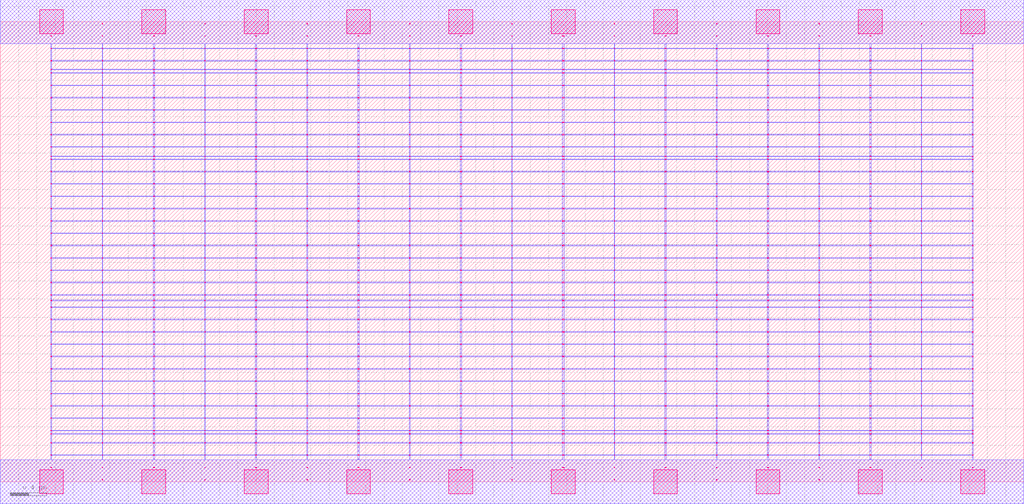
<source format=lef>
MACRO AAOAOAI22111_DEBUG
 CLASS CORE ;
 FOREIGN AAOAOAI22111_DEBUG 0 0 ;
 SIZE 11.200000000000001 BY 5.04 ;
 ORIGIN 0 0 ;
 SYMMETRY X Y R90 ;
 SITE unit ;

 OBS
    LAYER polycont ;
     RECT 5.59600000 0.15300000 5.60400000 0.16100000 ;
     RECT 5.59600000 0.28800000 5.60400000 0.29600000 ;
     RECT 5.59600000 0.42300000 5.60400000 0.43100000 ;
     RECT 5.59600000 0.52100000 5.60400000 0.52900000 ;
     RECT 5.59600000 0.55800000 5.60400000 0.56600000 ;
     RECT 5.59600000 0.69300000 5.60400000 0.70100000 ;
     RECT 5.59600000 0.82800000 5.60400000 0.83600000 ;
     RECT 5.59600000 0.96300000 5.60400000 0.97100000 ;
     RECT 5.59600000 1.09800000 5.60400000 1.10600000 ;
     RECT 5.59600000 1.23300000 5.60400000 1.24100000 ;
     RECT 5.59600000 1.36800000 5.60400000 1.37600000 ;
     RECT 5.59600000 1.50300000 5.60400000 1.51100000 ;
     RECT 5.59600000 1.63800000 5.60400000 1.64600000 ;
     RECT 5.59600000 1.77300000 5.60400000 1.78100000 ;
     RECT 5.59600000 1.90800000 5.60400000 1.91600000 ;
     RECT 5.59600000 1.98100000 5.60400000 1.98900000 ;
     RECT 5.59600000 2.04300000 5.60400000 2.05100000 ;
     RECT 5.59600000 2.17800000 5.60400000 2.18600000 ;
     RECT 5.59600000 2.31300000 5.60400000 2.32100000 ;
     RECT 5.59600000 2.44800000 5.60400000 2.45600000 ;
     RECT 5.59600000 2.58300000 5.60400000 2.59100000 ;
     RECT 5.59600000 2.71800000 5.60400000 2.72600000 ;
     RECT 5.59600000 2.85300000 5.60400000 2.86100000 ;
     RECT 5.59600000 2.98800000 5.60400000 2.99600000 ;
     RECT 7.83600000 2.58300000 7.84400000 2.59100000 ;
     RECT 8.39100000 2.58300000 8.40900000 2.59100000 ;
     RECT 8.95600000 2.58300000 8.96400000 2.59100000 ;
     RECT 9.51600000 2.58300000 9.52900000 2.59100000 ;
     RECT 10.07600000 2.58300000 10.08400000 2.59100000 ;
     RECT 10.63600000 2.58300000 10.64400000 2.59100000 ;
     RECT 6.15100000 2.58300000 6.16900000 2.59100000 ;
     RECT 6.15100000 2.71800000 6.16900000 2.72600000 ;
     RECT 6.71600000 2.71800000 6.72400000 2.72600000 ;
     RECT 7.27100000 2.71800000 7.28900000 2.72600000 ;
     RECT 7.83600000 2.71800000 7.84400000 2.72600000 ;
     RECT 8.39100000 2.71800000 8.40900000 2.72600000 ;
     RECT 8.95600000 2.71800000 8.96400000 2.72600000 ;
     RECT 9.51600000 2.71800000 9.52900000 2.72600000 ;
     RECT 10.07600000 2.71800000 10.08400000 2.72600000 ;
     RECT 10.63600000 2.71800000 10.64400000 2.72600000 ;
     RECT 6.71600000 2.58300000 6.72400000 2.59100000 ;
     RECT 6.15100000 2.85300000 6.16900000 2.86100000 ;
     RECT 6.71600000 2.85300000 6.72400000 2.86100000 ;
     RECT 7.27100000 2.85300000 7.28900000 2.86100000 ;
     RECT 7.83600000 2.85300000 7.84400000 2.86100000 ;
     RECT 8.39100000 2.85300000 8.40900000 2.86100000 ;
     RECT 8.95600000 2.85300000 8.96400000 2.86100000 ;
     RECT 9.51600000 2.85300000 9.52900000 2.86100000 ;
     RECT 10.07600000 2.85300000 10.08400000 2.86100000 ;
     RECT 10.63600000 2.85300000 10.64400000 2.86100000 ;
     RECT 7.27100000 2.58300000 7.28900000 2.59100000 ;
     RECT 6.15100000 2.98800000 6.16900000 2.99600000 ;
     RECT 6.71600000 2.98800000 6.72400000 2.99600000 ;
     RECT 7.27100000 2.98800000 7.28900000 2.99600000 ;
     RECT 7.83600000 2.98800000 7.84400000 2.99600000 ;
     RECT 8.39100000 2.98800000 8.40900000 2.99600000 ;
     RECT 8.95600000 2.98800000 8.96400000 2.99600000 ;
     RECT 9.51600000 2.98800000 9.52900000 2.99600000 ;
     RECT 10.07600000 2.98800000 10.08400000 2.99600000 ;
     RECT 10.63600000 2.98800000 10.64400000 2.99600000 ;
     RECT 10.07600000 3.12300000 10.08400000 3.13100000 ;
     RECT 10.63600000 3.12300000 10.64400000 3.13100000 ;
     RECT 10.07600000 3.25800000 10.08400000 3.26600000 ;
     RECT 10.63600000 3.25800000 10.64400000 3.26600000 ;
     RECT 10.07600000 3.39300000 10.08400000 3.40100000 ;
     RECT 10.63600000 3.39300000 10.64400000 3.40100000 ;
     RECT 10.07600000 3.52800000 10.08400000 3.53600000 ;
     RECT 10.63600000 3.52800000 10.64400000 3.53600000 ;
     RECT 10.07600000 3.56100000 10.08400000 3.56900000 ;
     RECT 10.63600000 3.56100000 10.64400000 3.56900000 ;
     RECT 10.07600000 3.66300000 10.08400000 3.67100000 ;
     RECT 10.63600000 3.66300000 10.64400000 3.67100000 ;
     RECT 10.07600000 3.79800000 10.08400000 3.80600000 ;
     RECT 10.63600000 3.79800000 10.64400000 3.80600000 ;
     RECT 10.07600000 3.93300000 10.08400000 3.94100000 ;
     RECT 10.63600000 3.93300000 10.64400000 3.94100000 ;
     RECT 10.07600000 4.06800000 10.08400000 4.07600000 ;
     RECT 10.63600000 4.06800000 10.64400000 4.07600000 ;
     RECT 10.07600000 4.20300000 10.08400000 4.21100000 ;
     RECT 10.63600000 4.20300000 10.64400000 4.21100000 ;
     RECT 10.07600000 4.33800000 10.08400000 4.34600000 ;
     RECT 10.63600000 4.33800000 10.64400000 4.34600000 ;
     RECT 10.07600000 4.47300000 10.08400000 4.48100000 ;
     RECT 10.63600000 4.47300000 10.64400000 4.48100000 ;
     RECT 10.07600000 4.51100000 10.08400000 4.51900000 ;
     RECT 10.63600000 4.51100000 10.64400000 4.51900000 ;
     RECT 10.07600000 4.60800000 10.08400000 4.61600000 ;
     RECT 10.63600000 4.60800000 10.64400000 4.61600000 ;
     RECT 10.07600000 4.74300000 10.08400000 4.75100000 ;
     RECT 10.63600000 4.74300000 10.64400000 4.75100000 ;
     RECT 10.07600000 4.87800000 10.08400000 4.88600000 ;
     RECT 10.63600000 4.87800000 10.64400000 4.88600000 ;
     RECT 0.55100000 2.58300000 0.56400000 2.59100000 ;
     RECT 0.55100000 2.71800000 0.56400000 2.72600000 ;
     RECT 0.55100000 2.85300000 0.56400000 2.86100000 ;
     RECT 1.11600000 2.85300000 1.12400000 2.86100000 ;
     RECT 2.23600000 3.12300000 2.24400000 3.13100000 ;
     RECT 1.67600000 2.85300000 1.68900000 2.86100000 ;
     RECT 2.23600000 2.85300000 2.24400000 2.86100000 ;
     RECT 2.23600000 3.25800000 2.24400000 3.26600000 ;
     RECT 2.79100000 2.85300000 2.80400000 2.86100000 ;
     RECT 3.35600000 2.85300000 3.36400000 2.86100000 ;
     RECT 2.23600000 3.39300000 2.24400000 3.40100000 ;
     RECT 3.91100000 2.85300000 3.92900000 2.86100000 ;
     RECT 4.47600000 2.85300000 4.48400000 2.86100000 ;
     RECT 2.23600000 3.52800000 2.24400000 3.53600000 ;
     RECT 5.03100000 2.85300000 5.04900000 2.86100000 ;
     RECT 1.11600000 2.71800000 1.12400000 2.72600000 ;
     RECT 2.23600000 3.56100000 2.24400000 3.56900000 ;
     RECT 1.67600000 2.71800000 1.68900000 2.72600000 ;
     RECT 2.23600000 2.71800000 2.24400000 2.72600000 ;
     RECT 2.23600000 3.66300000 2.24400000 3.67100000 ;
     RECT 2.79100000 2.71800000 2.80400000 2.72600000 ;
     RECT 3.35600000 2.71800000 3.36400000 2.72600000 ;
     RECT 2.23600000 3.79800000 2.24400000 3.80600000 ;
     RECT 3.91100000 2.71800000 3.92900000 2.72600000 ;
     RECT 4.47600000 2.71800000 4.48400000 2.72600000 ;
     RECT 2.23600000 3.93300000 2.24400000 3.94100000 ;
     RECT 5.03100000 2.71800000 5.04900000 2.72600000 ;
     RECT 1.11600000 2.58300000 1.12400000 2.59100000 ;
     RECT 2.23600000 4.06800000 2.24400000 4.07600000 ;
     RECT 1.67600000 2.58300000 1.68900000 2.59100000 ;
     RECT 0.55100000 2.98800000 0.56400000 2.99600000 ;
     RECT 2.23600000 4.20300000 2.24400000 4.21100000 ;
     RECT 1.11600000 2.98800000 1.12400000 2.99600000 ;
     RECT 1.67600000 2.98800000 1.68900000 2.99600000 ;
     RECT 2.23600000 4.33800000 2.24400000 4.34600000 ;
     RECT 2.23600000 2.98800000 2.24400000 2.99600000 ;
     RECT 2.79100000 2.98800000 2.80400000 2.99600000 ;
     RECT 2.23600000 4.47300000 2.24400000 4.48100000 ;
     RECT 3.35600000 2.98800000 3.36400000 2.99600000 ;
     RECT 3.91100000 2.98800000 3.92900000 2.99600000 ;
     RECT 2.23600000 4.51100000 2.24400000 4.51900000 ;
     RECT 4.47600000 2.98800000 4.48400000 2.99600000 ;
     RECT 5.03100000 2.98800000 5.04900000 2.99600000 ;
     RECT 2.23600000 4.60800000 2.24400000 4.61600000 ;
     RECT 2.23600000 2.58300000 2.24400000 2.59100000 ;
     RECT 2.79100000 2.58300000 2.80400000 2.59100000 ;
     RECT 2.23600000 4.74300000 2.24400000 4.75100000 ;
     RECT 3.35600000 2.58300000 3.36400000 2.59100000 ;
     RECT 3.91100000 2.58300000 3.92900000 2.59100000 ;
     RECT 2.23600000 4.87800000 2.24400000 4.88600000 ;
     RECT 4.47600000 2.58300000 4.48400000 2.59100000 ;
     RECT 5.03100000 2.58300000 5.04900000 2.59100000 ;
     RECT 8.95600000 0.28800000 8.96400000 0.29600000 ;
     RECT 8.95600000 1.63800000 8.96400000 1.64600000 ;
     RECT 8.95600000 0.82800000 8.96400000 0.83600000 ;
     RECT 8.95600000 1.77300000 8.96400000 1.78100000 ;
     RECT 8.95600000 0.52100000 8.96400000 0.52900000 ;
     RECT 8.95600000 1.90800000 8.96400000 1.91600000 ;
     RECT 8.95600000 0.96300000 8.96400000 0.97100000 ;
     RECT 8.95600000 1.98100000 8.96400000 1.98900000 ;
     RECT 8.95600000 0.15300000 8.96400000 0.16100000 ;
     RECT 8.95600000 2.04300000 8.96400000 2.05100000 ;
     RECT 8.95600000 1.09800000 8.96400000 1.10600000 ;
     RECT 8.95600000 2.17800000 8.96400000 2.18600000 ;
     RECT 8.95600000 0.55800000 8.96400000 0.56600000 ;
     RECT 8.95600000 2.31300000 8.96400000 2.32100000 ;
     RECT 8.95600000 1.23300000 8.96400000 1.24100000 ;
     RECT 8.95600000 2.44800000 8.96400000 2.45600000 ;
     RECT 8.95600000 0.42300000 8.96400000 0.43100000 ;
     RECT 8.95600000 1.36800000 8.96400000 1.37600000 ;
     RECT 8.95600000 0.69300000 8.96400000 0.70100000 ;
     RECT 8.95600000 1.50300000 8.96400000 1.51100000 ;

    LAYER pdiffc ;
     RECT 0.55100000 3.39300000 0.55900000 3.40100000 ;
     RECT 1.68100000 3.39300000 1.68900000 3.40100000 ;
     RECT 2.79100000 3.39300000 2.79900000 3.40100000 ;
     RECT 9.52100000 3.39300000 9.52900000 3.40100000 ;
     RECT 0.55100000 3.52800000 0.55900000 3.53600000 ;
     RECT 1.68100000 3.52800000 1.68900000 3.53600000 ;
     RECT 2.79100000 3.52800000 2.79900000 3.53600000 ;
     RECT 9.52100000 3.52800000 9.52900000 3.53600000 ;
     RECT 0.55100000 3.56100000 0.55900000 3.56900000 ;
     RECT 1.68100000 3.56100000 1.68900000 3.56900000 ;
     RECT 2.79100000 3.56100000 2.79900000 3.56900000 ;
     RECT 9.52100000 3.56100000 9.52900000 3.56900000 ;
     RECT 0.55100000 3.66300000 0.55900000 3.67100000 ;
     RECT 1.68100000 3.66300000 1.68900000 3.67100000 ;
     RECT 2.79100000 3.66300000 2.79900000 3.67100000 ;
     RECT 9.52100000 3.66300000 9.52900000 3.67100000 ;
     RECT 0.55100000 3.79800000 0.55900000 3.80600000 ;
     RECT 1.68100000 3.79800000 1.68900000 3.80600000 ;
     RECT 2.79100000 3.79800000 2.79900000 3.80600000 ;
     RECT 9.52100000 3.79800000 9.52900000 3.80600000 ;
     RECT 0.55100000 3.93300000 0.55900000 3.94100000 ;
     RECT 1.68100000 3.93300000 1.68900000 3.94100000 ;
     RECT 2.79100000 3.93300000 2.79900000 3.94100000 ;
     RECT 9.52100000 3.93300000 9.52900000 3.94100000 ;
     RECT 0.55100000 4.06800000 0.55900000 4.07600000 ;
     RECT 1.68100000 4.06800000 1.68900000 4.07600000 ;
     RECT 2.79100000 4.06800000 2.79900000 4.07600000 ;
     RECT 9.52100000 4.06800000 9.52900000 4.07600000 ;
     RECT 0.55100000 4.20300000 0.55900000 4.21100000 ;
     RECT 1.68100000 4.20300000 1.68900000 4.21100000 ;
     RECT 2.79100000 4.20300000 2.79900000 4.21100000 ;
     RECT 9.52100000 4.20300000 9.52900000 4.21100000 ;
     RECT 0.55100000 4.33800000 0.55900000 4.34600000 ;
     RECT 1.68100000 4.33800000 1.68900000 4.34600000 ;
     RECT 2.79100000 4.33800000 2.79900000 4.34600000 ;
     RECT 9.52100000 4.33800000 9.52900000 4.34600000 ;
     RECT 0.55100000 4.47300000 0.55900000 4.48100000 ;
     RECT 1.68100000 4.47300000 1.68900000 4.48100000 ;
     RECT 2.79100000 4.47300000 2.79900000 4.48100000 ;
     RECT 9.52100000 4.47300000 9.52900000 4.48100000 ;
     RECT 0.55100000 4.51100000 0.55900000 4.51900000 ;
     RECT 1.68100000 4.51100000 1.68900000 4.51900000 ;
     RECT 2.79100000 4.51100000 2.79900000 4.51900000 ;
     RECT 9.52100000 4.51100000 9.52900000 4.51900000 ;
     RECT 0.55100000 4.60800000 0.55900000 4.61600000 ;
     RECT 1.68100000 4.60800000 1.68900000 4.61600000 ;
     RECT 2.79100000 4.60800000 2.79900000 4.61600000 ;
     RECT 9.52100000 4.60800000 9.52900000 4.61600000 ;

    LAYER ndiffc ;
     RECT 6.15100000 0.42300000 6.16900000 0.43100000 ;
     RECT 7.27100000 0.42300000 7.28900000 0.43100000 ;
     RECT 8.39100000 0.42300000 8.40900000 0.43100000 ;
     RECT 9.51600000 0.42300000 9.52900000 0.43100000 ;
     RECT 10.63600000 0.42300000 10.64400000 0.43100000 ;
     RECT 6.15100000 0.52100000 6.16900000 0.52900000 ;
     RECT 7.27100000 0.52100000 7.28900000 0.52900000 ;
     RECT 8.39100000 0.52100000 8.40900000 0.52900000 ;
     RECT 9.51600000 0.52100000 9.52900000 0.52900000 ;
     RECT 10.63600000 0.52100000 10.64400000 0.52900000 ;
     RECT 6.15100000 0.55800000 6.16900000 0.56600000 ;
     RECT 7.27100000 0.55800000 7.28900000 0.56600000 ;
     RECT 8.39100000 0.55800000 8.40900000 0.56600000 ;
     RECT 9.51600000 0.55800000 9.52900000 0.56600000 ;
     RECT 10.63600000 0.55800000 10.64400000 0.56600000 ;
     RECT 6.15100000 0.69300000 6.16900000 0.70100000 ;
     RECT 7.27100000 0.69300000 7.28900000 0.70100000 ;
     RECT 8.39100000 0.69300000 8.40900000 0.70100000 ;
     RECT 9.51600000 0.69300000 9.52900000 0.70100000 ;
     RECT 10.63600000 0.69300000 10.64400000 0.70100000 ;
     RECT 6.15100000 0.82800000 6.16900000 0.83600000 ;
     RECT 7.27100000 0.82800000 7.28900000 0.83600000 ;
     RECT 8.39100000 0.82800000 8.40900000 0.83600000 ;
     RECT 9.51600000 0.82800000 9.52900000 0.83600000 ;
     RECT 10.63600000 0.82800000 10.64400000 0.83600000 ;
     RECT 6.15100000 0.96300000 6.16900000 0.97100000 ;
     RECT 7.27100000 0.96300000 7.28900000 0.97100000 ;
     RECT 8.39100000 0.96300000 8.40900000 0.97100000 ;
     RECT 9.51600000 0.96300000 9.52900000 0.97100000 ;
     RECT 10.63600000 0.96300000 10.64400000 0.97100000 ;
     RECT 6.15100000 1.09800000 6.16900000 1.10600000 ;
     RECT 7.27100000 1.09800000 7.28900000 1.10600000 ;
     RECT 8.39100000 1.09800000 8.40900000 1.10600000 ;
     RECT 9.51600000 1.09800000 9.52900000 1.10600000 ;
     RECT 10.63600000 1.09800000 10.64400000 1.10600000 ;
     RECT 6.15100000 1.23300000 6.16900000 1.24100000 ;
     RECT 7.27100000 1.23300000 7.28900000 1.24100000 ;
     RECT 8.39100000 1.23300000 8.40900000 1.24100000 ;
     RECT 9.51600000 1.23300000 9.52900000 1.24100000 ;
     RECT 10.63600000 1.23300000 10.64400000 1.24100000 ;
     RECT 6.15100000 1.36800000 6.16900000 1.37600000 ;
     RECT 7.27100000 1.36800000 7.28900000 1.37600000 ;
     RECT 8.39100000 1.36800000 8.40900000 1.37600000 ;
     RECT 9.51600000 1.36800000 9.52900000 1.37600000 ;
     RECT 10.63600000 1.36800000 10.64400000 1.37600000 ;
     RECT 6.15100000 1.50300000 6.16900000 1.51100000 ;
     RECT 7.27100000 1.50300000 7.28900000 1.51100000 ;
     RECT 8.39100000 1.50300000 8.40900000 1.51100000 ;
     RECT 9.51600000 1.50300000 9.52900000 1.51100000 ;
     RECT 10.63600000 1.50300000 10.64400000 1.51100000 ;
     RECT 6.15100000 1.63800000 6.16900000 1.64600000 ;
     RECT 7.27100000 1.63800000 7.28900000 1.64600000 ;
     RECT 8.39100000 1.63800000 8.40900000 1.64600000 ;
     RECT 9.51600000 1.63800000 9.52900000 1.64600000 ;
     RECT 10.63600000 1.63800000 10.64400000 1.64600000 ;
     RECT 6.15100000 1.77300000 6.16900000 1.78100000 ;
     RECT 7.27100000 1.77300000 7.28900000 1.78100000 ;
     RECT 8.39100000 1.77300000 8.40900000 1.78100000 ;
     RECT 9.51600000 1.77300000 9.52900000 1.78100000 ;
     RECT 10.63600000 1.77300000 10.64400000 1.78100000 ;
     RECT 6.15100000 1.90800000 6.16900000 1.91600000 ;
     RECT 7.27100000 1.90800000 7.28900000 1.91600000 ;
     RECT 8.39100000 1.90800000 8.40900000 1.91600000 ;
     RECT 9.51600000 1.90800000 9.52900000 1.91600000 ;
     RECT 10.63600000 1.90800000 10.64400000 1.91600000 ;
     RECT 6.15100000 1.98100000 6.16900000 1.98900000 ;
     RECT 7.27100000 1.98100000 7.28900000 1.98900000 ;
     RECT 8.39100000 1.98100000 8.40900000 1.98900000 ;
     RECT 9.51600000 1.98100000 9.52900000 1.98900000 ;
     RECT 10.63600000 1.98100000 10.64400000 1.98900000 ;
     RECT 6.15100000 2.04300000 6.16900000 2.05100000 ;
     RECT 7.27100000 2.04300000 7.28900000 2.05100000 ;
     RECT 8.39100000 2.04300000 8.40900000 2.05100000 ;
     RECT 9.51600000 2.04300000 9.52900000 2.05100000 ;
     RECT 10.63600000 2.04300000 10.64400000 2.05100000 ;
     RECT 0.55100000 0.42300000 0.56400000 0.43100000 ;
     RECT 1.67600000 0.42300000 1.68900000 0.43100000 ;
     RECT 2.79100000 0.42300000 2.80400000 0.43100000 ;
     RECT 3.91100000 0.42300000 3.92900000 0.43100000 ;
     RECT 5.03100000 0.42300000 5.04900000 0.43100000 ;
     RECT 0.55100000 1.36800000 0.56400000 1.37600000 ;
     RECT 1.67600000 1.36800000 1.68900000 1.37600000 ;
     RECT 2.79100000 1.36800000 2.80400000 1.37600000 ;
     RECT 3.91100000 1.36800000 3.92900000 1.37600000 ;
     RECT 5.03100000 1.36800000 5.04900000 1.37600000 ;
     RECT 0.55100000 0.82800000 0.56400000 0.83600000 ;
     RECT 1.67600000 0.82800000 1.68900000 0.83600000 ;
     RECT 2.79100000 0.82800000 2.80400000 0.83600000 ;
     RECT 3.91100000 0.82800000 3.92900000 0.83600000 ;
     RECT 5.03100000 0.82800000 5.04900000 0.83600000 ;
     RECT 0.55100000 1.50300000 0.56400000 1.51100000 ;
     RECT 1.67600000 1.50300000 1.68900000 1.51100000 ;
     RECT 2.79100000 1.50300000 2.80400000 1.51100000 ;
     RECT 3.91100000 1.50300000 3.92900000 1.51100000 ;
     RECT 5.03100000 1.50300000 5.04900000 1.51100000 ;
     RECT 0.55100000 0.55800000 0.56400000 0.56600000 ;
     RECT 1.67600000 0.55800000 1.68900000 0.56600000 ;
     RECT 2.79100000 0.55800000 2.80400000 0.56600000 ;
     RECT 3.91100000 0.55800000 3.92900000 0.56600000 ;
     RECT 5.03100000 0.55800000 5.04900000 0.56600000 ;
     RECT 0.55100000 1.63800000 0.56400000 1.64600000 ;
     RECT 1.67600000 1.63800000 1.68900000 1.64600000 ;
     RECT 2.79100000 1.63800000 2.80400000 1.64600000 ;
     RECT 3.91100000 1.63800000 3.92900000 1.64600000 ;
     RECT 5.03100000 1.63800000 5.04900000 1.64600000 ;
     RECT 0.55100000 0.96300000 0.56400000 0.97100000 ;
     RECT 1.67600000 0.96300000 1.68900000 0.97100000 ;
     RECT 2.79100000 0.96300000 2.80400000 0.97100000 ;
     RECT 3.91100000 0.96300000 3.92900000 0.97100000 ;
     RECT 5.03100000 0.96300000 5.04900000 0.97100000 ;
     RECT 0.55100000 1.77300000 0.56400000 1.78100000 ;
     RECT 1.67600000 1.77300000 1.68900000 1.78100000 ;
     RECT 2.79100000 1.77300000 2.80400000 1.78100000 ;
     RECT 3.91100000 1.77300000 3.92900000 1.78100000 ;
     RECT 5.03100000 1.77300000 5.04900000 1.78100000 ;
     RECT 0.55100000 0.52100000 0.56400000 0.52900000 ;
     RECT 1.67600000 0.52100000 1.68900000 0.52900000 ;
     RECT 2.79100000 0.52100000 2.80400000 0.52900000 ;
     RECT 3.91100000 0.52100000 3.92900000 0.52900000 ;
     RECT 5.03100000 0.52100000 5.04900000 0.52900000 ;
     RECT 0.55100000 1.90800000 0.56400000 1.91600000 ;
     RECT 1.67600000 1.90800000 1.68900000 1.91600000 ;
     RECT 2.79100000 1.90800000 2.80400000 1.91600000 ;
     RECT 3.91100000 1.90800000 3.92900000 1.91600000 ;
     RECT 5.03100000 1.90800000 5.04900000 1.91600000 ;
     RECT 0.55100000 1.09800000 0.56400000 1.10600000 ;
     RECT 1.67600000 1.09800000 1.68900000 1.10600000 ;
     RECT 2.79100000 1.09800000 2.80400000 1.10600000 ;
     RECT 3.91100000 1.09800000 3.92900000 1.10600000 ;
     RECT 5.03100000 1.09800000 5.04900000 1.10600000 ;
     RECT 0.55100000 1.98100000 0.56400000 1.98900000 ;
     RECT 1.67600000 1.98100000 1.68900000 1.98900000 ;
     RECT 2.79100000 1.98100000 2.80400000 1.98900000 ;
     RECT 3.91100000 1.98100000 3.92900000 1.98900000 ;
     RECT 5.03100000 1.98100000 5.04900000 1.98900000 ;
     RECT 0.55100000 0.69300000 0.56400000 0.70100000 ;
     RECT 1.67600000 0.69300000 1.68900000 0.70100000 ;
     RECT 2.79100000 0.69300000 2.80400000 0.70100000 ;
     RECT 3.91100000 0.69300000 3.92900000 0.70100000 ;
     RECT 5.03100000 0.69300000 5.04900000 0.70100000 ;
     RECT 0.55100000 2.04300000 0.56400000 2.05100000 ;
     RECT 1.67600000 2.04300000 1.68900000 2.05100000 ;
     RECT 2.79100000 2.04300000 2.80400000 2.05100000 ;
     RECT 3.91100000 2.04300000 3.92900000 2.05100000 ;
     RECT 5.03100000 2.04300000 5.04900000 2.05100000 ;
     RECT 0.55100000 1.23300000 0.56400000 1.24100000 ;
     RECT 1.67600000 1.23300000 1.68900000 1.24100000 ;
     RECT 2.79100000 1.23300000 2.80400000 1.24100000 ;
     RECT 3.91100000 1.23300000 3.92900000 1.24100000 ;
     RECT 5.03100000 1.23300000 5.04900000 1.24100000 ;

    LAYER met1 ;
     RECT 0.00000000 -0.24000000 11.20000000 0.24000000 ;
     RECT 5.59600000 0.24000000 5.60400000 0.28800000 ;
     RECT 0.55100000 0.28800000 10.64400000 0.29600000 ;
     RECT 5.59600000 0.29600000 5.60400000 0.42300000 ;
     RECT 0.55100000 0.42300000 10.64400000 0.43100000 ;
     RECT 5.59600000 0.43100000 5.60400000 0.52100000 ;
     RECT 0.55100000 0.52100000 10.64400000 0.52900000 ;
     RECT 5.59600000 0.52900000 5.60400000 0.55800000 ;
     RECT 0.55100000 0.55800000 10.64400000 0.56600000 ;
     RECT 5.59600000 0.56600000 5.60400000 0.69300000 ;
     RECT 0.55100000 0.69300000 10.64400000 0.70100000 ;
     RECT 5.59600000 0.70100000 5.60400000 0.82800000 ;
     RECT 0.55100000 0.82800000 10.64400000 0.83600000 ;
     RECT 5.59600000 0.83600000 5.60400000 0.96300000 ;
     RECT 0.55100000 0.96300000 10.64400000 0.97100000 ;
     RECT 5.59600000 0.97100000 5.60400000 1.09800000 ;
     RECT 0.55100000 1.09800000 10.64400000 1.10600000 ;
     RECT 5.59600000 1.10600000 5.60400000 1.23300000 ;
     RECT 0.55100000 1.23300000 10.64400000 1.24100000 ;
     RECT 5.59600000 1.24100000 5.60400000 1.36800000 ;
     RECT 0.55100000 1.36800000 10.64400000 1.37600000 ;
     RECT 5.59600000 1.37600000 5.60400000 1.50300000 ;
     RECT 0.55100000 1.50300000 10.64400000 1.51100000 ;
     RECT 5.59600000 1.51100000 5.60400000 1.63800000 ;
     RECT 0.55100000 1.63800000 10.64400000 1.64600000 ;
     RECT 5.59600000 1.64600000 5.60400000 1.77300000 ;
     RECT 0.55100000 1.77300000 10.64400000 1.78100000 ;
     RECT 5.59600000 1.78100000 5.60400000 1.90800000 ;
     RECT 0.55100000 1.90800000 10.64400000 1.91600000 ;
     RECT 5.59600000 1.91600000 5.60400000 1.98100000 ;
     RECT 0.55100000 1.98100000 10.64400000 1.98900000 ;
     RECT 5.59600000 1.98900000 5.60400000 2.04300000 ;
     RECT 0.55100000 2.04300000 10.64400000 2.05100000 ;
     RECT 5.59600000 2.05100000 5.60400000 2.17800000 ;
     RECT 0.55100000 2.17800000 10.64400000 2.18600000 ;
     RECT 5.59600000 2.18600000 5.60400000 2.31300000 ;
     RECT 0.55100000 2.31300000 10.64400000 2.32100000 ;
     RECT 5.59600000 2.32100000 5.60400000 2.44800000 ;
     RECT 0.55100000 2.44800000 10.64400000 2.45600000 ;
     RECT 0.55100000 2.45600000 0.56400000 2.58300000 ;
     RECT 1.11600000 2.45600000 1.12400000 2.58300000 ;
     RECT 1.67600000 2.45600000 1.68900000 2.58300000 ;
     RECT 2.23600000 2.45600000 2.24400000 2.58300000 ;
     RECT 2.79100000 2.45600000 2.80400000 2.58300000 ;
     RECT 3.35600000 2.45600000 3.36400000 2.58300000 ;
     RECT 3.91100000 2.45600000 3.92900000 2.58300000 ;
     RECT 4.47600000 2.45600000 4.48400000 2.58300000 ;
     RECT 5.03100000 2.45600000 5.04900000 2.58300000 ;
     RECT 5.59600000 2.45600000 5.60400000 2.58300000 ;
     RECT 6.15100000 2.45600000 6.16900000 2.58300000 ;
     RECT 6.71600000 2.45600000 6.72400000 2.58300000 ;
     RECT 7.27100000 2.45600000 7.28900000 2.58300000 ;
     RECT 7.83600000 2.45600000 7.84400000 2.58300000 ;
     RECT 8.39100000 2.45600000 8.40900000 2.58300000 ;
     RECT 8.95600000 2.45600000 8.96400000 2.58300000 ;
     RECT 9.51600000 2.45600000 9.52900000 2.58300000 ;
     RECT 10.07600000 2.45600000 10.08400000 2.58300000 ;
     RECT 10.63600000 2.45600000 10.64400000 2.58300000 ;
     RECT 0.55100000 2.58300000 10.64400000 2.59100000 ;
     RECT 5.59600000 2.59100000 5.60400000 2.71800000 ;
     RECT 0.55100000 2.71800000 10.64400000 2.72600000 ;
     RECT 5.59600000 2.72600000 5.60400000 2.85300000 ;
     RECT 0.55100000 2.85300000 10.64400000 2.86100000 ;
     RECT 5.59600000 2.86100000 5.60400000 2.98800000 ;
     RECT 0.55100000 2.98800000 10.64400000 2.99600000 ;
     RECT 5.59600000 2.99600000 5.60400000 3.12300000 ;
     RECT 0.55100000 3.12300000 10.64400000 3.13100000 ;
     RECT 5.59600000 3.13100000 5.60400000 3.25800000 ;
     RECT 0.55100000 3.25800000 10.64400000 3.26600000 ;
     RECT 5.59600000 3.26600000 5.60400000 3.39300000 ;
     RECT 0.55100000 3.39300000 10.64400000 3.40100000 ;
     RECT 5.59600000 3.40100000 5.60400000 3.52800000 ;
     RECT 0.55100000 3.52800000 10.64400000 3.53600000 ;
     RECT 5.59600000 3.53600000 5.60400000 3.56100000 ;
     RECT 0.55100000 3.56100000 10.64400000 3.56900000 ;
     RECT 5.59600000 3.56900000 5.60400000 3.66300000 ;
     RECT 0.55100000 3.66300000 10.64400000 3.67100000 ;
     RECT 5.59600000 3.67100000 5.60400000 3.79800000 ;
     RECT 0.55100000 3.79800000 10.64400000 3.80600000 ;
     RECT 5.59600000 3.80600000 5.60400000 3.93300000 ;
     RECT 0.55100000 3.93300000 10.64400000 3.94100000 ;
     RECT 5.59600000 3.94100000 5.60400000 4.06800000 ;
     RECT 0.55100000 4.06800000 10.64400000 4.07600000 ;
     RECT 5.59600000 4.07600000 5.60400000 4.20300000 ;
     RECT 0.55100000 4.20300000 10.64400000 4.21100000 ;
     RECT 5.59600000 4.21100000 5.60400000 4.33800000 ;
     RECT 0.55100000 4.33800000 10.64400000 4.34600000 ;
     RECT 5.59600000 4.34600000 5.60400000 4.47300000 ;
     RECT 0.55100000 4.47300000 10.64400000 4.48100000 ;
     RECT 5.59600000 4.48100000 5.60400000 4.51100000 ;
     RECT 0.55100000 4.51100000 10.64400000 4.51900000 ;
     RECT 5.59600000 4.51900000 5.60400000 4.60800000 ;
     RECT 0.55100000 4.60800000 10.64400000 4.61600000 ;
     RECT 5.59600000 4.61600000 5.60400000 4.74300000 ;
     RECT 0.55100000 4.74300000 10.64400000 4.75100000 ;
     RECT 5.59600000 4.75100000 5.60400000 4.80000000 ;
     RECT 0.00000000 4.80000000 11.20000000 5.28000000 ;
     RECT 8.39100000 2.99600000 8.40900000 3.12300000 ;
     RECT 8.39100000 3.13100000 8.40900000 3.25800000 ;
     RECT 8.39100000 3.26600000 8.40900000 3.39300000 ;
     RECT 8.39100000 3.40100000 8.40900000 3.52800000 ;
     RECT 8.39100000 3.53600000 8.40900000 3.56100000 ;
     RECT 8.39100000 2.72600000 8.40900000 2.85300000 ;
     RECT 8.39100000 3.56900000 8.40900000 3.66300000 ;
     RECT 8.39100000 3.67100000 8.40900000 3.79800000 ;
     RECT 6.15100000 3.80600000 6.16900000 3.93300000 ;
     RECT 6.71600000 3.80600000 6.72400000 3.93300000 ;
     RECT 7.27100000 3.80600000 7.28900000 3.93300000 ;
     RECT 7.83600000 3.80600000 7.84400000 3.93300000 ;
     RECT 8.39100000 3.80600000 8.40900000 3.93300000 ;
     RECT 8.95600000 3.80600000 8.96400000 3.93300000 ;
     RECT 9.51600000 3.80600000 9.52900000 3.93300000 ;
     RECT 10.07600000 3.80600000 10.08400000 3.93300000 ;
     RECT 10.63600000 3.80600000 10.64400000 3.93300000 ;
     RECT 8.39100000 3.94100000 8.40900000 4.06800000 ;
     RECT 8.39100000 4.07600000 8.40900000 4.20300000 ;
     RECT 8.39100000 4.21100000 8.40900000 4.33800000 ;
     RECT 8.39100000 2.86100000 8.40900000 2.98800000 ;
     RECT 8.39100000 4.34600000 8.40900000 4.47300000 ;
     RECT 8.39100000 4.48100000 8.40900000 4.51100000 ;
     RECT 8.39100000 2.59100000 8.40900000 2.71800000 ;
     RECT 8.39100000 4.51900000 8.40900000 4.60800000 ;
     RECT 8.39100000 4.61600000 8.40900000 4.74300000 ;
     RECT 8.39100000 4.75100000 8.40900000 4.80000000 ;
     RECT 9.51600000 3.94100000 9.52900000 4.06800000 ;
     RECT 8.95600000 4.21100000 8.96400000 4.33800000 ;
     RECT 9.51600000 4.21100000 9.52900000 4.33800000 ;
     RECT 10.07600000 4.21100000 10.08400000 4.33800000 ;
     RECT 10.63600000 4.21100000 10.64400000 4.33800000 ;
     RECT 10.07600000 3.94100000 10.08400000 4.06800000 ;
     RECT 10.63600000 3.94100000 10.64400000 4.06800000 ;
     RECT 8.95600000 4.34600000 8.96400000 4.47300000 ;
     RECT 9.51600000 4.34600000 9.52900000 4.47300000 ;
     RECT 10.07600000 4.34600000 10.08400000 4.47300000 ;
     RECT 10.63600000 4.34600000 10.64400000 4.47300000 ;
     RECT 8.95600000 3.94100000 8.96400000 4.06800000 ;
     RECT 8.95600000 4.48100000 8.96400000 4.51100000 ;
     RECT 9.51600000 4.48100000 9.52900000 4.51100000 ;
     RECT 10.07600000 4.48100000 10.08400000 4.51100000 ;
     RECT 10.63600000 4.48100000 10.64400000 4.51100000 ;
     RECT 8.95600000 4.07600000 8.96400000 4.20300000 ;
     RECT 9.51600000 4.07600000 9.52900000 4.20300000 ;
     RECT 8.95600000 4.51900000 8.96400000 4.60800000 ;
     RECT 9.51600000 4.51900000 9.52900000 4.60800000 ;
     RECT 10.07600000 4.51900000 10.08400000 4.60800000 ;
     RECT 10.63600000 4.51900000 10.64400000 4.60800000 ;
     RECT 10.07600000 4.07600000 10.08400000 4.20300000 ;
     RECT 8.95600000 4.61600000 8.96400000 4.74300000 ;
     RECT 9.51600000 4.61600000 9.52900000 4.74300000 ;
     RECT 10.07600000 4.61600000 10.08400000 4.74300000 ;
     RECT 10.63600000 4.61600000 10.64400000 4.74300000 ;
     RECT 10.63600000 4.07600000 10.64400000 4.20300000 ;
     RECT 8.95600000 4.75100000 8.96400000 4.80000000 ;
     RECT 9.51600000 4.75100000 9.52900000 4.80000000 ;
     RECT 10.07600000 4.75100000 10.08400000 4.80000000 ;
     RECT 10.63600000 4.75100000 10.64400000 4.80000000 ;
     RECT 6.71600000 4.07600000 6.72400000 4.20300000 ;
     RECT 7.27100000 4.07600000 7.28900000 4.20300000 ;
     RECT 7.83600000 4.07600000 7.84400000 4.20300000 ;
     RECT 6.71600000 3.94100000 6.72400000 4.06800000 ;
     RECT 7.27100000 3.94100000 7.28900000 4.06800000 ;
     RECT 6.15100000 4.51900000 6.16900000 4.60800000 ;
     RECT 6.71600000 4.51900000 6.72400000 4.60800000 ;
     RECT 7.27100000 4.51900000 7.28900000 4.60800000 ;
     RECT 7.83600000 4.51900000 7.84400000 4.60800000 ;
     RECT 7.83600000 3.94100000 7.84400000 4.06800000 ;
     RECT 6.15100000 4.34600000 6.16900000 4.47300000 ;
     RECT 6.71600000 4.34600000 6.72400000 4.47300000 ;
     RECT 7.27100000 4.34600000 7.28900000 4.47300000 ;
     RECT 7.83600000 4.34600000 7.84400000 4.47300000 ;
     RECT 6.15100000 4.61600000 6.16900000 4.74300000 ;
     RECT 6.71600000 4.61600000 6.72400000 4.74300000 ;
     RECT 7.27100000 4.61600000 7.28900000 4.74300000 ;
     RECT 7.83600000 4.61600000 7.84400000 4.74300000 ;
     RECT 6.15100000 3.94100000 6.16900000 4.06800000 ;
     RECT 6.15100000 4.07600000 6.16900000 4.20300000 ;
     RECT 6.15100000 4.21100000 6.16900000 4.33800000 ;
     RECT 6.71600000 4.21100000 6.72400000 4.33800000 ;
     RECT 7.27100000 4.21100000 7.28900000 4.33800000 ;
     RECT 6.15100000 4.75100000 6.16900000 4.80000000 ;
     RECT 6.71600000 4.75100000 6.72400000 4.80000000 ;
     RECT 7.27100000 4.75100000 7.28900000 4.80000000 ;
     RECT 7.83600000 4.75100000 7.84400000 4.80000000 ;
     RECT 6.15100000 4.48100000 6.16900000 4.51100000 ;
     RECT 6.71600000 4.48100000 6.72400000 4.51100000 ;
     RECT 7.27100000 4.48100000 7.28900000 4.51100000 ;
     RECT 7.83600000 4.48100000 7.84400000 4.51100000 ;
     RECT 7.83600000 4.21100000 7.84400000 4.33800000 ;
     RECT 7.27100000 3.53600000 7.28900000 3.56100000 ;
     RECT 7.83600000 3.53600000 7.84400000 3.56100000 ;
     RECT 7.83600000 3.13100000 7.84400000 3.25800000 ;
     RECT 6.15100000 2.86100000 6.16900000 2.98800000 ;
     RECT 6.71600000 2.86100000 6.72400000 2.98800000 ;
     RECT 7.83600000 2.72600000 7.84400000 2.85300000 ;
     RECT 6.15100000 3.13100000 6.16900000 3.25800000 ;
     RECT 6.15100000 3.56900000 6.16900000 3.66300000 ;
     RECT 6.71600000 3.56900000 6.72400000 3.66300000 ;
     RECT 7.27100000 3.56900000 7.28900000 3.66300000 ;
     RECT 7.83600000 3.56900000 7.84400000 3.66300000 ;
     RECT 6.15100000 2.59100000 6.16900000 2.71800000 ;
     RECT 6.15100000 3.67100000 6.16900000 3.79800000 ;
     RECT 6.71600000 3.67100000 6.72400000 3.79800000 ;
     RECT 7.27100000 2.86100000 7.28900000 2.98800000 ;
     RECT 7.83600000 2.86100000 7.84400000 2.98800000 ;
     RECT 7.27100000 3.67100000 7.28900000 3.79800000 ;
     RECT 7.83600000 3.67100000 7.84400000 3.79800000 ;
     RECT 6.15100000 2.99600000 6.16900000 3.12300000 ;
     RECT 6.15100000 3.26600000 6.16900000 3.39300000 ;
     RECT 6.71600000 3.26600000 6.72400000 3.39300000 ;
     RECT 7.27100000 3.26600000 7.28900000 3.39300000 ;
     RECT 7.83600000 3.26600000 7.84400000 3.39300000 ;
     RECT 6.71600000 3.13100000 6.72400000 3.25800000 ;
     RECT 6.71600000 2.59100000 6.72400000 2.71800000 ;
     RECT 6.15100000 2.72600000 6.16900000 2.85300000 ;
     RECT 6.15100000 3.40100000 6.16900000 3.52800000 ;
     RECT 6.71600000 3.40100000 6.72400000 3.52800000 ;
     RECT 6.71600000 2.99600000 6.72400000 3.12300000 ;
     RECT 7.27100000 2.99600000 7.28900000 3.12300000 ;
     RECT 7.27100000 3.40100000 7.28900000 3.52800000 ;
     RECT 7.27100000 2.59100000 7.28900000 2.71800000 ;
     RECT 7.83600000 2.59100000 7.84400000 2.71800000 ;
     RECT 7.83600000 3.40100000 7.84400000 3.52800000 ;
     RECT 7.27100000 3.13100000 7.28900000 3.25800000 ;
     RECT 6.71600000 2.72600000 6.72400000 2.85300000 ;
     RECT 7.27100000 2.72600000 7.28900000 2.85300000 ;
     RECT 6.15100000 3.53600000 6.16900000 3.56100000 ;
     RECT 6.71600000 3.53600000 6.72400000 3.56100000 ;
     RECT 7.83600000 2.99600000 7.84400000 3.12300000 ;
     RECT 10.07600000 3.56900000 10.08400000 3.66300000 ;
     RECT 10.63600000 3.56900000 10.64400000 3.66300000 ;
     RECT 8.95600000 2.72600000 8.96400000 2.85300000 ;
     RECT 9.51600000 2.72600000 9.52900000 2.85300000 ;
     RECT 8.95600000 2.99600000 8.96400000 3.12300000 ;
     RECT 8.95600000 3.40100000 8.96400000 3.52800000 ;
     RECT 10.63600000 2.86100000 10.64400000 2.98800000 ;
     RECT 9.51600000 3.40100000 9.52900000 3.52800000 ;
     RECT 10.07600000 3.40100000 10.08400000 3.52800000 ;
     RECT 10.63600000 3.40100000 10.64400000 3.52800000 ;
     RECT 8.95600000 3.67100000 8.96400000 3.79800000 ;
     RECT 9.51600000 3.67100000 9.52900000 3.79800000 ;
     RECT 10.07600000 3.67100000 10.08400000 3.79800000 ;
     RECT 10.63600000 3.67100000 10.64400000 3.79800000 ;
     RECT 10.07600000 2.72600000 10.08400000 2.85300000 ;
     RECT 10.63600000 2.72600000 10.64400000 2.85300000 ;
     RECT 9.51600000 2.99600000 9.52900000 3.12300000 ;
     RECT 8.95600000 2.59100000 8.96400000 2.71800000 ;
     RECT 10.07600000 2.99600000 10.08400000 3.12300000 ;
     RECT 10.63600000 2.99600000 10.64400000 3.12300000 ;
     RECT 9.51600000 2.59100000 9.52900000 2.71800000 ;
     RECT 8.95600000 3.26600000 8.96400000 3.39300000 ;
     RECT 9.51600000 3.26600000 9.52900000 3.39300000 ;
     RECT 10.07600000 3.26600000 10.08400000 3.39300000 ;
     RECT 8.95600000 3.53600000 8.96400000 3.56100000 ;
     RECT 8.95600000 2.86100000 8.96400000 2.98800000 ;
     RECT 9.51600000 3.53600000 9.52900000 3.56100000 ;
     RECT 10.07600000 3.53600000 10.08400000 3.56100000 ;
     RECT 10.63600000 3.53600000 10.64400000 3.56100000 ;
     RECT 10.63600000 3.26600000 10.64400000 3.39300000 ;
     RECT 8.95600000 3.13100000 8.96400000 3.25800000 ;
     RECT 9.51600000 3.13100000 9.52900000 3.25800000 ;
     RECT 10.07600000 3.13100000 10.08400000 3.25800000 ;
     RECT 10.63600000 3.13100000 10.64400000 3.25800000 ;
     RECT 10.63600000 2.59100000 10.64400000 2.71800000 ;
     RECT 9.51600000 2.86100000 9.52900000 2.98800000 ;
     RECT 10.07600000 2.86100000 10.08400000 2.98800000 ;
     RECT 10.07600000 2.59100000 10.08400000 2.71800000 ;
     RECT 8.95600000 3.56900000 8.96400000 3.66300000 ;
     RECT 9.51600000 3.56900000 9.52900000 3.66300000 ;
     RECT 2.79100000 2.59100000 2.80400000 2.71800000 ;
     RECT 2.79100000 2.99600000 2.80400000 3.12300000 ;
     RECT 2.79100000 3.94100000 2.80400000 4.06800000 ;
     RECT 2.79100000 3.40100000 2.80400000 3.52800000 ;
     RECT 2.79100000 4.07600000 2.80400000 4.20300000 ;
     RECT 2.79100000 4.21100000 2.80400000 4.33800000 ;
     RECT 2.79100000 3.53600000 2.80400000 3.56100000 ;
     RECT 2.79100000 4.34600000 2.80400000 4.47300000 ;
     RECT 2.79100000 3.13100000 2.80400000 3.25800000 ;
     RECT 2.79100000 3.56900000 2.80400000 3.66300000 ;
     RECT 2.79100000 4.48100000 2.80400000 4.51100000 ;
     RECT 2.79100000 2.86100000 2.80400000 2.98800000 ;
     RECT 2.79100000 4.51900000 2.80400000 4.60800000 ;
     RECT 2.79100000 2.72600000 2.80400000 2.85300000 ;
     RECT 2.79100000 3.67100000 2.80400000 3.79800000 ;
     RECT 2.79100000 4.61600000 2.80400000 4.74300000 ;
     RECT 2.79100000 3.26600000 2.80400000 3.39300000 ;
     RECT 2.79100000 4.75100000 2.80400000 4.80000000 ;
     RECT 0.55100000 3.80600000 0.56400000 3.93300000 ;
     RECT 1.11600000 3.80600000 1.12400000 3.93300000 ;
     RECT 1.67600000 3.80600000 1.68900000 3.93300000 ;
     RECT 2.23600000 3.80600000 2.24400000 3.93300000 ;
     RECT 2.79100000 3.80600000 2.80400000 3.93300000 ;
     RECT 3.35600000 3.80600000 3.36400000 3.93300000 ;
     RECT 3.91100000 3.80600000 3.92900000 3.93300000 ;
     RECT 4.47600000 3.80600000 4.48400000 3.93300000 ;
     RECT 5.03100000 3.80600000 5.04900000 3.93300000 ;
     RECT 3.35600000 4.48100000 3.36400000 4.51100000 ;
     RECT 3.91100000 4.48100000 3.92900000 4.51100000 ;
     RECT 4.47600000 4.48100000 4.48400000 4.51100000 ;
     RECT 5.03100000 4.48100000 5.04900000 4.51100000 ;
     RECT 4.47600000 4.07600000 4.48400000 4.20300000 ;
     RECT 5.03100000 4.07600000 5.04900000 4.20300000 ;
     RECT 3.35600000 4.51900000 3.36400000 4.60800000 ;
     RECT 3.91100000 4.51900000 3.92900000 4.60800000 ;
     RECT 4.47600000 4.51900000 4.48400000 4.60800000 ;
     RECT 5.03100000 4.51900000 5.04900000 4.60800000 ;
     RECT 4.47600000 3.94100000 4.48400000 4.06800000 ;
     RECT 3.35600000 4.21100000 3.36400000 4.33800000 ;
     RECT 3.91100000 4.21100000 3.92900000 4.33800000 ;
     RECT 3.35600000 4.61600000 3.36400000 4.74300000 ;
     RECT 3.91100000 4.61600000 3.92900000 4.74300000 ;
     RECT 4.47600000 4.61600000 4.48400000 4.74300000 ;
     RECT 5.03100000 4.61600000 5.04900000 4.74300000 ;
     RECT 4.47600000 4.21100000 4.48400000 4.33800000 ;
     RECT 5.03100000 4.21100000 5.04900000 4.33800000 ;
     RECT 3.35600000 4.75100000 3.36400000 4.80000000 ;
     RECT 3.91100000 4.75100000 3.92900000 4.80000000 ;
     RECT 4.47600000 4.75100000 4.48400000 4.80000000 ;
     RECT 5.03100000 4.75100000 5.04900000 4.80000000 ;
     RECT 5.03100000 3.94100000 5.04900000 4.06800000 ;
     RECT 3.35600000 3.94100000 3.36400000 4.06800000 ;
     RECT 3.35600000 4.34600000 3.36400000 4.47300000 ;
     RECT 3.91100000 4.34600000 3.92900000 4.47300000 ;
     RECT 4.47600000 4.34600000 4.48400000 4.47300000 ;
     RECT 5.03100000 4.34600000 5.04900000 4.47300000 ;
     RECT 3.91100000 3.94100000 3.92900000 4.06800000 ;
     RECT 3.35600000 4.07600000 3.36400000 4.20300000 ;
     RECT 3.91100000 4.07600000 3.92900000 4.20300000 ;
     RECT 1.11600000 3.94100000 1.12400000 4.06800000 ;
     RECT 0.55100000 4.07600000 0.56400000 4.20300000 ;
     RECT 0.55100000 4.21100000 0.56400000 4.33800000 ;
     RECT 1.11600000 4.21100000 1.12400000 4.33800000 ;
     RECT 0.55100000 4.61600000 0.56400000 4.74300000 ;
     RECT 1.11600000 4.61600000 1.12400000 4.74300000 ;
     RECT 1.67600000 4.61600000 1.68900000 4.74300000 ;
     RECT 2.23600000 4.61600000 2.24400000 4.74300000 ;
     RECT 1.67600000 4.21100000 1.68900000 4.33800000 ;
     RECT 2.23600000 4.21100000 2.24400000 4.33800000 ;
     RECT 1.11600000 4.07600000 1.12400000 4.20300000 ;
     RECT 0.55100000 4.48100000 0.56400000 4.51100000 ;
     RECT 1.11600000 4.48100000 1.12400000 4.51100000 ;
     RECT 1.67600000 4.48100000 1.68900000 4.51100000 ;
     RECT 0.55100000 4.75100000 0.56400000 4.80000000 ;
     RECT 1.11600000 4.75100000 1.12400000 4.80000000 ;
     RECT 1.67600000 4.75100000 1.68900000 4.80000000 ;
     RECT 2.23600000 4.75100000 2.24400000 4.80000000 ;
     RECT 2.23600000 4.48100000 2.24400000 4.51100000 ;
     RECT 1.67600000 4.07600000 1.68900000 4.20300000 ;
     RECT 2.23600000 4.07600000 2.24400000 4.20300000 ;
     RECT 1.67600000 3.94100000 1.68900000 4.06800000 ;
     RECT 2.23600000 3.94100000 2.24400000 4.06800000 ;
     RECT 0.55100000 3.94100000 0.56400000 4.06800000 ;
     RECT 0.55100000 4.34600000 0.56400000 4.47300000 ;
     RECT 0.55100000 4.51900000 0.56400000 4.60800000 ;
     RECT 1.11600000 4.51900000 1.12400000 4.60800000 ;
     RECT 1.67600000 4.51900000 1.68900000 4.60800000 ;
     RECT 2.23600000 4.51900000 2.24400000 4.60800000 ;
     RECT 1.11600000 4.34600000 1.12400000 4.47300000 ;
     RECT 1.67600000 4.34600000 1.68900000 4.47300000 ;
     RECT 2.23600000 4.34600000 2.24400000 4.47300000 ;
     RECT 0.55100000 3.53600000 0.56400000 3.56100000 ;
     RECT 2.23600000 2.72600000 2.24400000 2.85300000 ;
     RECT 1.11600000 3.53600000 1.12400000 3.56100000 ;
     RECT 0.55100000 3.67100000 0.56400000 3.79800000 ;
     RECT 1.11600000 3.67100000 1.12400000 3.79800000 ;
     RECT 1.67600000 3.67100000 1.68900000 3.79800000 ;
     RECT 2.23600000 3.67100000 2.24400000 3.79800000 ;
     RECT 1.67600000 3.53600000 1.68900000 3.56100000 ;
     RECT 1.11600000 2.99600000 1.12400000 3.12300000 ;
     RECT 1.67600000 3.13100000 1.68900000 3.25800000 ;
     RECT 2.23600000 3.13100000 2.24400000 3.25800000 ;
     RECT 1.67600000 2.99600000 1.68900000 3.12300000 ;
     RECT 0.55100000 3.56900000 0.56400000 3.66300000 ;
     RECT 1.11600000 3.56900000 1.12400000 3.66300000 ;
     RECT 1.67600000 3.56900000 1.68900000 3.66300000 ;
     RECT 2.23600000 3.56900000 2.24400000 3.66300000 ;
     RECT 2.23600000 2.99600000 2.24400000 3.12300000 ;
     RECT 0.55100000 3.26600000 0.56400000 3.39300000 ;
     RECT 1.11600000 3.26600000 1.12400000 3.39300000 ;
     RECT 1.67600000 3.26600000 1.68900000 3.39300000 ;
     RECT 2.23600000 3.26600000 2.24400000 3.39300000 ;
     RECT 2.23600000 2.59100000 2.24400000 2.71800000 ;
     RECT 0.55100000 3.40100000 0.56400000 3.52800000 ;
     RECT 1.67600000 2.59100000 1.68900000 2.71800000 ;
     RECT 0.55100000 2.99600000 0.56400000 3.12300000 ;
     RECT 1.11600000 3.40100000 1.12400000 3.52800000 ;
     RECT 1.67600000 3.40100000 1.68900000 3.52800000 ;
     RECT 2.23600000 3.53600000 2.24400000 3.56100000 ;
     RECT 2.23600000 3.40100000 2.24400000 3.52800000 ;
     RECT 1.11600000 2.86100000 1.12400000 2.98800000 ;
     RECT 1.67600000 2.86100000 1.68900000 2.98800000 ;
     RECT 1.67600000 2.72600000 1.68900000 2.85300000 ;
     RECT 2.23600000 2.86100000 2.24400000 2.98800000 ;
     RECT 0.55100000 3.13100000 0.56400000 3.25800000 ;
     RECT 1.11600000 3.13100000 1.12400000 3.25800000 ;
     RECT 0.55100000 2.59100000 0.56400000 2.71800000 ;
     RECT 1.11600000 2.59100000 1.12400000 2.71800000 ;
     RECT 0.55100000 2.72600000 0.56400000 2.85300000 ;
     RECT 1.11600000 2.72600000 1.12400000 2.85300000 ;
     RECT 0.55100000 2.86100000 0.56400000 2.98800000 ;
     RECT 4.47600000 3.53600000 4.48400000 3.56100000 ;
     RECT 3.35600000 3.56900000 3.36400000 3.66300000 ;
     RECT 3.91100000 3.56900000 3.92900000 3.66300000 ;
     RECT 4.47600000 3.56900000 4.48400000 3.66300000 ;
     RECT 5.03100000 3.56900000 5.04900000 3.66300000 ;
     RECT 5.03100000 3.13100000 5.04900000 3.25800000 ;
     RECT 5.03100000 3.53600000 5.04900000 3.56100000 ;
     RECT 3.35600000 2.86100000 3.36400000 2.98800000 ;
     RECT 3.91100000 2.86100000 3.92900000 2.98800000 ;
     RECT 4.47600000 3.67100000 4.48400000 3.79800000 ;
     RECT 5.03100000 3.67100000 5.04900000 3.79800000 ;
     RECT 4.47600000 2.72600000 4.48400000 2.85300000 ;
     RECT 4.47600000 2.86100000 4.48400000 2.98800000 ;
     RECT 5.03100000 2.86100000 5.04900000 2.98800000 ;
     RECT 4.47600000 2.99600000 4.48400000 3.12300000 ;
     RECT 3.35600000 3.13100000 3.36400000 3.25800000 ;
     RECT 3.91100000 3.13100000 3.92900000 3.25800000 ;
     RECT 3.35600000 3.26600000 3.36400000 3.39300000 ;
     RECT 3.91100000 3.26600000 3.92900000 3.39300000 ;
     RECT 4.47600000 3.26600000 4.48400000 3.39300000 ;
     RECT 4.47600000 3.13100000 4.48400000 3.25800000 ;
     RECT 5.03100000 2.99600000 5.04900000 3.12300000 ;
     RECT 3.91100000 2.59100000 3.92900000 2.71800000 ;
     RECT 4.47600000 2.59100000 4.48400000 2.71800000 ;
     RECT 5.03100000 2.59100000 5.04900000 2.71800000 ;
     RECT 3.35600000 2.59100000 3.36400000 2.71800000 ;
     RECT 3.35600000 2.99600000 3.36400000 3.12300000 ;
     RECT 3.35600000 3.40100000 3.36400000 3.52800000 ;
     RECT 3.91100000 3.40100000 3.92900000 3.52800000 ;
     RECT 5.03100000 3.26600000 5.04900000 3.39300000 ;
     RECT 5.03100000 2.72600000 5.04900000 2.85300000 ;
     RECT 3.35600000 2.72600000 3.36400000 2.85300000 ;
     RECT 3.91100000 2.72600000 3.92900000 2.85300000 ;
     RECT 4.47600000 3.40100000 4.48400000 3.52800000 ;
     RECT 5.03100000 3.40100000 5.04900000 3.52800000 ;
     RECT 3.91100000 2.99600000 3.92900000 3.12300000 ;
     RECT 3.35600000 3.53600000 3.36400000 3.56100000 ;
     RECT 3.91100000 3.53600000 3.92900000 3.56100000 ;
     RECT 3.35600000 3.67100000 3.36400000 3.79800000 ;
     RECT 3.91100000 3.67100000 3.92900000 3.79800000 ;
     RECT 5.03100000 1.10600000 5.04900000 1.23300000 ;
     RECT 2.79100000 1.24100000 2.80400000 1.36800000 ;
     RECT 2.79100000 1.37600000 2.80400000 1.50300000 ;
     RECT 2.79100000 1.51100000 2.80400000 1.63800000 ;
     RECT 2.79100000 1.64600000 2.80400000 1.77300000 ;
     RECT 2.79100000 1.78100000 2.80400000 1.90800000 ;
     RECT 2.79100000 0.43100000 2.80400000 0.52100000 ;
     RECT 2.79100000 1.91600000 2.80400000 1.98100000 ;
     RECT 2.79100000 1.98900000 2.80400000 2.04300000 ;
     RECT 2.79100000 0.24000000 2.80400000 0.28800000 ;
     RECT 2.79100000 2.05100000 2.80400000 2.17800000 ;
     RECT 2.79100000 2.18600000 2.80400000 2.31300000 ;
     RECT 2.79100000 2.32100000 2.80400000 2.44800000 ;
     RECT 2.79100000 0.52900000 2.80400000 0.55800000 ;
     RECT 2.79100000 0.56600000 2.80400000 0.69300000 ;
     RECT 2.79100000 0.70100000 2.80400000 0.82800000 ;
     RECT 2.79100000 0.83600000 2.80400000 0.96300000 ;
     RECT 2.79100000 0.97100000 2.80400000 1.09800000 ;
     RECT 2.79100000 0.29600000 2.80400000 0.42300000 ;
     RECT 0.55100000 1.10600000 0.56400000 1.23300000 ;
     RECT 1.11600000 1.10600000 1.12400000 1.23300000 ;
     RECT 1.67600000 1.10600000 1.68900000 1.23300000 ;
     RECT 2.23600000 1.10600000 2.24400000 1.23300000 ;
     RECT 2.79100000 1.10600000 2.80400000 1.23300000 ;
     RECT 3.35600000 1.10600000 3.36400000 1.23300000 ;
     RECT 3.91100000 1.10600000 3.92900000 1.23300000 ;
     RECT 4.47600000 1.10600000 4.48400000 1.23300000 ;
     RECT 3.35600000 1.37600000 3.36400000 1.50300000 ;
     RECT 3.35600000 1.91600000 3.36400000 1.98100000 ;
     RECT 3.91100000 1.91600000 3.92900000 1.98100000 ;
     RECT 4.47600000 1.91600000 4.48400000 1.98100000 ;
     RECT 5.03100000 1.91600000 5.04900000 1.98100000 ;
     RECT 3.91100000 1.37600000 3.92900000 1.50300000 ;
     RECT 3.35600000 1.98900000 3.36400000 2.04300000 ;
     RECT 3.91100000 1.98900000 3.92900000 2.04300000 ;
     RECT 4.47600000 1.98900000 4.48400000 2.04300000 ;
     RECT 5.03100000 1.98900000 5.04900000 2.04300000 ;
     RECT 4.47600000 1.37600000 4.48400000 1.50300000 ;
     RECT 5.03100000 1.37600000 5.04900000 1.50300000 ;
     RECT 3.35600000 2.05100000 3.36400000 2.17800000 ;
     RECT 3.91100000 2.05100000 3.92900000 2.17800000 ;
     RECT 4.47600000 2.05100000 4.48400000 2.17800000 ;
     RECT 5.03100000 2.05100000 5.04900000 2.17800000 ;
     RECT 3.91100000 1.24100000 3.92900000 1.36800000 ;
     RECT 3.35600000 2.18600000 3.36400000 2.31300000 ;
     RECT 3.91100000 2.18600000 3.92900000 2.31300000 ;
     RECT 4.47600000 2.18600000 4.48400000 2.31300000 ;
     RECT 5.03100000 2.18600000 5.04900000 2.31300000 ;
     RECT 3.35600000 1.51100000 3.36400000 1.63800000 ;
     RECT 3.35600000 2.32100000 3.36400000 2.44800000 ;
     RECT 3.91100000 2.32100000 3.92900000 2.44800000 ;
     RECT 4.47600000 2.32100000 4.48400000 2.44800000 ;
     RECT 5.03100000 2.32100000 5.04900000 2.44800000 ;
     RECT 3.91100000 1.51100000 3.92900000 1.63800000 ;
     RECT 4.47600000 1.51100000 4.48400000 1.63800000 ;
     RECT 5.03100000 1.51100000 5.04900000 1.63800000 ;
     RECT 4.47600000 1.24100000 4.48400000 1.36800000 ;
     RECT 3.35600000 1.64600000 3.36400000 1.77300000 ;
     RECT 3.91100000 1.64600000 3.92900000 1.77300000 ;
     RECT 4.47600000 1.64600000 4.48400000 1.77300000 ;
     RECT 5.03100000 1.64600000 5.04900000 1.77300000 ;
     RECT 5.03100000 1.24100000 5.04900000 1.36800000 ;
     RECT 3.35600000 1.78100000 3.36400000 1.90800000 ;
     RECT 3.91100000 1.78100000 3.92900000 1.90800000 ;
     RECT 4.47600000 1.78100000 4.48400000 1.90800000 ;
     RECT 5.03100000 1.78100000 5.04900000 1.90800000 ;
     RECT 3.35600000 1.24100000 3.36400000 1.36800000 ;
     RECT 1.11600000 2.05100000 1.12400000 2.17800000 ;
     RECT 1.67600000 2.05100000 1.68900000 2.17800000 ;
     RECT 2.23600000 2.05100000 2.24400000 2.17800000 ;
     RECT 1.11600000 1.78100000 1.12400000 1.90800000 ;
     RECT 1.67600000 1.78100000 1.68900000 1.90800000 ;
     RECT 2.23600000 1.78100000 2.24400000 1.90800000 ;
     RECT 1.67600000 1.51100000 1.68900000 1.63800000 ;
     RECT 2.23600000 1.51100000 2.24400000 1.63800000 ;
     RECT 0.55100000 2.18600000 0.56400000 2.31300000 ;
     RECT 1.11600000 2.18600000 1.12400000 2.31300000 ;
     RECT 1.67600000 2.18600000 1.68900000 2.31300000 ;
     RECT 2.23600000 2.18600000 2.24400000 2.31300000 ;
     RECT 1.11600000 1.37600000 1.12400000 1.50300000 ;
     RECT 1.67600000 1.37600000 1.68900000 1.50300000 ;
     RECT 2.23600000 1.37600000 2.24400000 1.50300000 ;
     RECT 1.11600000 1.24100000 1.12400000 1.36800000 ;
     RECT 0.55100000 1.91600000 0.56400000 1.98100000 ;
     RECT 0.55100000 2.32100000 0.56400000 2.44800000 ;
     RECT 1.11600000 2.32100000 1.12400000 2.44800000 ;
     RECT 1.67600000 2.32100000 1.68900000 2.44800000 ;
     RECT 2.23600000 2.32100000 2.24400000 2.44800000 ;
     RECT 1.11600000 1.91600000 1.12400000 1.98100000 ;
     RECT 1.67600000 1.91600000 1.68900000 1.98100000 ;
     RECT 2.23600000 1.91600000 2.24400000 1.98100000 ;
     RECT 1.67600000 1.24100000 1.68900000 1.36800000 ;
     RECT 0.55100000 1.64600000 0.56400000 1.77300000 ;
     RECT 1.11600000 1.64600000 1.12400000 1.77300000 ;
     RECT 1.67600000 1.64600000 1.68900000 1.77300000 ;
     RECT 2.23600000 1.64600000 2.24400000 1.77300000 ;
     RECT 0.55100000 1.98900000 0.56400000 2.04300000 ;
     RECT 1.11600000 1.98900000 1.12400000 2.04300000 ;
     RECT 1.67600000 1.98900000 1.68900000 2.04300000 ;
     RECT 2.23600000 1.98900000 2.24400000 2.04300000 ;
     RECT 2.23600000 1.24100000 2.24400000 1.36800000 ;
     RECT 0.55100000 1.24100000 0.56400000 1.36800000 ;
     RECT 0.55100000 1.37600000 0.56400000 1.50300000 ;
     RECT 0.55100000 1.51100000 0.56400000 1.63800000 ;
     RECT 1.11600000 1.51100000 1.12400000 1.63800000 ;
     RECT 0.55100000 1.78100000 0.56400000 1.90800000 ;
     RECT 0.55100000 2.05100000 0.56400000 2.17800000 ;
     RECT 2.23600000 0.56600000 2.24400000 0.69300000 ;
     RECT 2.23600000 0.43100000 2.24400000 0.52100000 ;
     RECT 0.55100000 0.24000000 0.56400000 0.28800000 ;
     RECT 0.55100000 0.70100000 0.56400000 0.82800000 ;
     RECT 1.11600000 0.70100000 1.12400000 0.82800000 ;
     RECT 1.67600000 0.70100000 1.68900000 0.82800000 ;
     RECT 2.23600000 0.70100000 2.24400000 0.82800000 ;
     RECT 1.67600000 0.24000000 1.68900000 0.28800000 ;
     RECT 1.11600000 0.24000000 1.12400000 0.28800000 ;
     RECT 0.55100000 0.29600000 0.56400000 0.42300000 ;
     RECT 0.55100000 0.83600000 0.56400000 0.96300000 ;
     RECT 1.11600000 0.83600000 1.12400000 0.96300000 ;
     RECT 1.67600000 0.83600000 1.68900000 0.96300000 ;
     RECT 2.23600000 0.83600000 2.24400000 0.96300000 ;
     RECT 0.55100000 0.43100000 0.56400000 0.52100000 ;
     RECT 1.11600000 0.29600000 1.12400000 0.42300000 ;
     RECT 1.67600000 0.29600000 1.68900000 0.42300000 ;
     RECT 0.55100000 0.97100000 0.56400000 1.09800000 ;
     RECT 1.11600000 0.97100000 1.12400000 1.09800000 ;
     RECT 1.67600000 0.97100000 1.68900000 1.09800000 ;
     RECT 2.23600000 0.97100000 2.24400000 1.09800000 ;
     RECT 0.55100000 0.52900000 0.56400000 0.55800000 ;
     RECT 2.23600000 0.29600000 2.24400000 0.42300000 ;
     RECT 1.11600000 0.43100000 1.12400000 0.52100000 ;
     RECT 2.23600000 0.24000000 2.24400000 0.28800000 ;
     RECT 1.11600000 0.52900000 1.12400000 0.55800000 ;
     RECT 1.67600000 0.52900000 1.68900000 0.55800000 ;
     RECT 2.23600000 0.52900000 2.24400000 0.55800000 ;
     RECT 1.67600000 0.43100000 1.68900000 0.52100000 ;
     RECT 0.55100000 0.56600000 0.56400000 0.69300000 ;
     RECT 1.11600000 0.56600000 1.12400000 0.69300000 ;
     RECT 1.67600000 0.56600000 1.68900000 0.69300000 ;
     RECT 4.47600000 0.52900000 4.48400000 0.55800000 ;
     RECT 5.03100000 0.52900000 5.04900000 0.55800000 ;
     RECT 3.91100000 0.24000000 3.92900000 0.28800000 ;
     RECT 4.47600000 0.24000000 4.48400000 0.28800000 ;
     RECT 5.03100000 0.43100000 5.04900000 0.52100000 ;
     RECT 3.91100000 0.29600000 3.92900000 0.42300000 ;
     RECT 3.35600000 0.29600000 3.36400000 0.42300000 ;
     RECT 3.35600000 0.83600000 3.36400000 0.96300000 ;
     RECT 3.91100000 0.83600000 3.92900000 0.96300000 ;
     RECT 4.47600000 0.83600000 4.48400000 0.96300000 ;
     RECT 5.03100000 0.83600000 5.04900000 0.96300000 ;
     RECT 3.35600000 0.24000000 3.36400000 0.28800000 ;
     RECT 4.47600000 0.29600000 4.48400000 0.42300000 ;
     RECT 3.35600000 0.56600000 3.36400000 0.69300000 ;
     RECT 3.91100000 0.56600000 3.92900000 0.69300000 ;
     RECT 4.47600000 0.56600000 4.48400000 0.69300000 ;
     RECT 5.03100000 0.56600000 5.04900000 0.69300000 ;
     RECT 5.03100000 0.24000000 5.04900000 0.28800000 ;
     RECT 3.35600000 0.97100000 3.36400000 1.09800000 ;
     RECT 3.91100000 0.97100000 3.92900000 1.09800000 ;
     RECT 4.47600000 0.97100000 4.48400000 1.09800000 ;
     RECT 5.03100000 0.97100000 5.04900000 1.09800000 ;
     RECT 3.91100000 0.43100000 3.92900000 0.52100000 ;
     RECT 4.47600000 0.43100000 4.48400000 0.52100000 ;
     RECT 3.35600000 0.43100000 3.36400000 0.52100000 ;
     RECT 5.03100000 0.29600000 5.04900000 0.42300000 ;
     RECT 3.35600000 0.52900000 3.36400000 0.55800000 ;
     RECT 3.91100000 0.52900000 3.92900000 0.55800000 ;
     RECT 3.35600000 0.70100000 3.36400000 0.82800000 ;
     RECT 3.91100000 0.70100000 3.92900000 0.82800000 ;
     RECT 4.47600000 0.70100000 4.48400000 0.82800000 ;
     RECT 5.03100000 0.70100000 5.04900000 0.82800000 ;
     RECT 8.39100000 1.78100000 8.40900000 1.90800000 ;
     RECT 8.39100000 0.97100000 8.40900000 1.09800000 ;
     RECT 8.39100000 1.91600000 8.40900000 1.98100000 ;
     RECT 8.39100000 0.56600000 8.40900000 0.69300000 ;
     RECT 6.15100000 1.10600000 6.16900000 1.23300000 ;
     RECT 6.71600000 1.10600000 6.72400000 1.23300000 ;
     RECT 7.27100000 1.10600000 7.28900000 1.23300000 ;
     RECT 7.83600000 1.10600000 7.84400000 1.23300000 ;
     RECT 8.39100000 1.10600000 8.40900000 1.23300000 ;
     RECT 8.39100000 1.98900000 8.40900000 2.04300000 ;
     RECT 8.95600000 1.10600000 8.96400000 1.23300000 ;
     RECT 9.51600000 1.10600000 9.52900000 1.23300000 ;
     RECT 10.07600000 1.10600000 10.08400000 1.23300000 ;
     RECT 10.63600000 1.10600000 10.64400000 1.23300000 ;
     RECT 8.39100000 0.43100000 8.40900000 0.52100000 ;
     RECT 8.39100000 2.05100000 8.40900000 2.17800000 ;
     RECT 8.39100000 0.29600000 8.40900000 0.42300000 ;
     RECT 8.39100000 1.24100000 8.40900000 1.36800000 ;
     RECT 8.39100000 2.18600000 8.40900000 2.31300000 ;
     RECT 8.39100000 0.70100000 8.40900000 0.82800000 ;
     RECT 8.39100000 2.32100000 8.40900000 2.44800000 ;
     RECT 8.39100000 1.37600000 8.40900000 1.50300000 ;
     RECT 8.39100000 0.24000000 8.40900000 0.28800000 ;
     RECT 8.39100000 0.52900000 8.40900000 0.55800000 ;
     RECT 8.39100000 1.51100000 8.40900000 1.63800000 ;
     RECT 8.39100000 0.83600000 8.40900000 0.96300000 ;
     RECT 8.39100000 1.64600000 8.40900000 1.77300000 ;
     RECT 8.95600000 1.91600000 8.96400000 1.98100000 ;
     RECT 8.95600000 2.05100000 8.96400000 2.17800000 ;
     RECT 9.51600000 2.05100000 9.52900000 2.17800000 ;
     RECT 10.07600000 2.05100000 10.08400000 2.17800000 ;
     RECT 10.63600000 2.05100000 10.64400000 2.17800000 ;
     RECT 9.51600000 1.91600000 9.52900000 1.98100000 ;
     RECT 10.07600000 1.91600000 10.08400000 1.98100000 ;
     RECT 8.95600000 1.24100000 8.96400000 1.36800000 ;
     RECT 9.51600000 1.24100000 9.52900000 1.36800000 ;
     RECT 8.95600000 1.98900000 8.96400000 2.04300000 ;
     RECT 8.95600000 2.18600000 8.96400000 2.31300000 ;
     RECT 9.51600000 2.18600000 9.52900000 2.31300000 ;
     RECT 10.07600000 2.18600000 10.08400000 2.31300000 ;
     RECT 10.63600000 2.18600000 10.64400000 2.31300000 ;
     RECT 10.07600000 1.24100000 10.08400000 1.36800000 ;
     RECT 10.63600000 1.24100000 10.64400000 1.36800000 ;
     RECT 9.51600000 1.98900000 9.52900000 2.04300000 ;
     RECT 10.07600000 1.98900000 10.08400000 2.04300000 ;
     RECT 8.95600000 2.32100000 8.96400000 2.44800000 ;
     RECT 9.51600000 2.32100000 9.52900000 2.44800000 ;
     RECT 10.07600000 2.32100000 10.08400000 2.44800000 ;
     RECT 10.63600000 2.32100000 10.64400000 2.44800000 ;
     RECT 10.63600000 1.98900000 10.64400000 2.04300000 ;
     RECT 8.95600000 1.37600000 8.96400000 1.50300000 ;
     RECT 9.51600000 1.37600000 9.52900000 1.50300000 ;
     RECT 10.07600000 1.37600000 10.08400000 1.50300000 ;
     RECT 10.63600000 1.37600000 10.64400000 1.50300000 ;
     RECT 10.63600000 1.91600000 10.64400000 1.98100000 ;
     RECT 10.07600000 1.78100000 10.08400000 1.90800000 ;
     RECT 10.63600000 1.78100000 10.64400000 1.90800000 ;
     RECT 8.95600000 1.51100000 8.96400000 1.63800000 ;
     RECT 9.51600000 1.51100000 9.52900000 1.63800000 ;
     RECT 10.07600000 1.51100000 10.08400000 1.63800000 ;
     RECT 10.63600000 1.51100000 10.64400000 1.63800000 ;
     RECT 8.95600000 1.78100000 8.96400000 1.90800000 ;
     RECT 9.51600000 1.78100000 9.52900000 1.90800000 ;
     RECT 8.95600000 1.64600000 8.96400000 1.77300000 ;
     RECT 9.51600000 1.64600000 9.52900000 1.77300000 ;
     RECT 10.07600000 1.64600000 10.08400000 1.77300000 ;
     RECT 10.63600000 1.64600000 10.64400000 1.77300000 ;
     RECT 7.27100000 1.98900000 7.28900000 2.04300000 ;
     RECT 6.15100000 2.32100000 6.16900000 2.44800000 ;
     RECT 6.71600000 2.32100000 6.72400000 2.44800000 ;
     RECT 7.27100000 2.32100000 7.28900000 2.44800000 ;
     RECT 7.83600000 2.32100000 7.84400000 2.44800000 ;
     RECT 7.83600000 1.98900000 7.84400000 2.04300000 ;
     RECT 6.71600000 1.78100000 6.72400000 1.90800000 ;
     RECT 6.15100000 1.91600000 6.16900000 1.98100000 ;
     RECT 6.71600000 1.91600000 6.72400000 1.98100000 ;
     RECT 7.27100000 1.91600000 7.28900000 1.98100000 ;
     RECT 6.15100000 1.37600000 6.16900000 1.50300000 ;
     RECT 6.71600000 1.37600000 6.72400000 1.50300000 ;
     RECT 7.27100000 1.37600000 7.28900000 1.50300000 ;
     RECT 7.83600000 1.37600000 7.84400000 1.50300000 ;
     RECT 6.15100000 1.24100000 6.16900000 1.36800000 ;
     RECT 6.71600000 1.24100000 6.72400000 1.36800000 ;
     RECT 7.27100000 1.24100000 7.28900000 1.36800000 ;
     RECT 7.83600000 1.24100000 7.84400000 1.36800000 ;
     RECT 7.83600000 1.91600000 7.84400000 1.98100000 ;
     RECT 7.27100000 1.78100000 7.28900000 1.90800000 ;
     RECT 7.83600000 1.78100000 7.84400000 1.90800000 ;
     RECT 6.15100000 1.51100000 6.16900000 1.63800000 ;
     RECT 6.71600000 1.51100000 6.72400000 1.63800000 ;
     RECT 7.27100000 1.51100000 7.28900000 1.63800000 ;
     RECT 7.83600000 1.51100000 7.84400000 1.63800000 ;
     RECT 6.15100000 2.18600000 6.16900000 2.31300000 ;
     RECT 6.71600000 2.18600000 6.72400000 2.31300000 ;
     RECT 7.27100000 2.18600000 7.28900000 2.31300000 ;
     RECT 7.83600000 2.18600000 7.84400000 2.31300000 ;
     RECT 6.15100000 1.78100000 6.16900000 1.90800000 ;
     RECT 6.15100000 1.98900000 6.16900000 2.04300000 ;
     RECT 6.15100000 1.64600000 6.16900000 1.77300000 ;
     RECT 6.71600000 1.64600000 6.72400000 1.77300000 ;
     RECT 7.27100000 1.64600000 7.28900000 1.77300000 ;
     RECT 7.83600000 1.64600000 7.84400000 1.77300000 ;
     RECT 6.71600000 1.98900000 6.72400000 2.04300000 ;
     RECT 6.15100000 2.05100000 6.16900000 2.17800000 ;
     RECT 6.71600000 2.05100000 6.72400000 2.17800000 ;
     RECT 7.27100000 2.05100000 7.28900000 2.17800000 ;
     RECT 7.83600000 2.05100000 7.84400000 2.17800000 ;
     RECT 6.71600000 0.52900000 6.72400000 0.55800000 ;
     RECT 7.27100000 0.52900000 7.28900000 0.55800000 ;
     RECT 7.83600000 0.52900000 7.84400000 0.55800000 ;
     RECT 6.71600000 0.43100000 6.72400000 0.52100000 ;
     RECT 6.15100000 0.83600000 6.16900000 0.96300000 ;
     RECT 7.27100000 0.43100000 7.28900000 0.52100000 ;
     RECT 7.83600000 0.43100000 7.84400000 0.52100000 ;
     RECT 7.83600000 0.29600000 7.84400000 0.42300000 ;
     RECT 6.15100000 0.56600000 6.16900000 0.69300000 ;
     RECT 6.71600000 0.56600000 6.72400000 0.69300000 ;
     RECT 7.27100000 0.29600000 7.28900000 0.42300000 ;
     RECT 7.27100000 0.56600000 7.28900000 0.69300000 ;
     RECT 7.83600000 0.56600000 7.84400000 0.69300000 ;
     RECT 6.71600000 0.97100000 6.72400000 1.09800000 ;
     RECT 6.71600000 0.83600000 6.72400000 0.96300000 ;
     RECT 7.27100000 0.83600000 7.28900000 0.96300000 ;
     RECT 7.83600000 0.83600000 7.84400000 0.96300000 ;
     RECT 6.15100000 0.70100000 6.16900000 0.82800000 ;
     RECT 6.71600000 0.70100000 6.72400000 0.82800000 ;
     RECT 7.27100000 0.70100000 7.28900000 0.82800000 ;
     RECT 7.83600000 0.70100000 7.84400000 0.82800000 ;
     RECT 7.27100000 0.97100000 7.28900000 1.09800000 ;
     RECT 7.83600000 0.97100000 7.84400000 1.09800000 ;
     RECT 7.27100000 0.24000000 7.28900000 0.28800000 ;
     RECT 7.83600000 0.24000000 7.84400000 0.28800000 ;
     RECT 6.15100000 0.97100000 6.16900000 1.09800000 ;
     RECT 6.15100000 0.52900000 6.16900000 0.55800000 ;
     RECT 6.15100000 0.24000000 6.16900000 0.28800000 ;
     RECT 6.71600000 0.24000000 6.72400000 0.28800000 ;
     RECT 6.15100000 0.29600000 6.16900000 0.42300000 ;
     RECT 6.71600000 0.29600000 6.72400000 0.42300000 ;
     RECT 6.15100000 0.43100000 6.16900000 0.52100000 ;
     RECT 10.63600000 0.56600000 10.64400000 0.69300000 ;
     RECT 8.95600000 0.56600000 8.96400000 0.69300000 ;
     RECT 8.95600000 0.43100000 8.96400000 0.52100000 ;
     RECT 8.95600000 0.70100000 8.96400000 0.82800000 ;
     RECT 9.51600000 0.70100000 9.52900000 0.82800000 ;
     RECT 10.07600000 0.70100000 10.08400000 0.82800000 ;
     RECT 9.51600000 0.43100000 9.52900000 0.52100000 ;
     RECT 10.07600000 0.43100000 10.08400000 0.52100000 ;
     RECT 8.95600000 0.83600000 8.96400000 0.96300000 ;
     RECT 9.51600000 0.83600000 9.52900000 0.96300000 ;
     RECT 10.07600000 0.83600000 10.08400000 0.96300000 ;
     RECT 10.63600000 0.83600000 10.64400000 0.96300000 ;
     RECT 9.51600000 0.52900000 9.52900000 0.55800000 ;
     RECT 10.07600000 0.52900000 10.08400000 0.55800000 ;
     RECT 10.63600000 0.52900000 10.64400000 0.55800000 ;
     RECT 10.63600000 0.43100000 10.64400000 0.52100000 ;
     RECT 8.95600000 0.24000000 8.96400000 0.28800000 ;
     RECT 8.95600000 0.29600000 8.96400000 0.42300000 ;
     RECT 9.51600000 0.29600000 9.52900000 0.42300000 ;
     RECT 9.51600000 0.56600000 9.52900000 0.69300000 ;
     RECT 10.07600000 0.56600000 10.08400000 0.69300000 ;
     RECT 9.51600000 0.97100000 9.52900000 1.09800000 ;
     RECT 8.95600000 0.52900000 8.96400000 0.55800000 ;
     RECT 10.07600000 0.97100000 10.08400000 1.09800000 ;
     RECT 9.51600000 0.24000000 9.52900000 0.28800000 ;
     RECT 10.07600000 0.24000000 10.08400000 0.28800000 ;
     RECT 10.63600000 0.24000000 10.64400000 0.28800000 ;
     RECT 10.63600000 0.70100000 10.64400000 0.82800000 ;
     RECT 10.63600000 0.29600000 10.64400000 0.42300000 ;
     RECT 10.07600000 0.29600000 10.08400000 0.42300000 ;
     RECT 10.63600000 0.97100000 10.64400000 1.09800000 ;
     RECT 8.95600000 0.97100000 8.96400000 1.09800000 ;

    LAYER via1 ;
     RECT 5.59600000 0.01800000 5.60400000 0.02600000 ;
     RECT 5.59600000 0.15300000 5.60400000 0.16100000 ;
     RECT 5.59600000 0.28800000 5.60400000 0.29600000 ;
     RECT 5.59600000 0.42300000 5.60400000 0.43100000 ;
     RECT 5.59600000 0.52100000 5.60400000 0.52900000 ;
     RECT 5.59600000 0.55800000 5.60400000 0.56600000 ;
     RECT 5.59600000 0.69300000 5.60400000 0.70100000 ;
     RECT 5.59600000 0.82800000 5.60400000 0.83600000 ;
     RECT 5.59600000 0.96300000 5.60400000 0.97100000 ;
     RECT 5.59600000 1.09800000 5.60400000 1.10600000 ;
     RECT 5.59600000 1.23300000 5.60400000 1.24100000 ;
     RECT 5.59600000 1.36800000 5.60400000 1.37600000 ;
     RECT 5.59600000 1.50300000 5.60400000 1.51100000 ;
     RECT 5.59600000 1.63800000 5.60400000 1.64600000 ;
     RECT 5.59600000 1.77300000 5.60400000 1.78100000 ;
     RECT 5.59600000 1.90800000 5.60400000 1.91600000 ;
     RECT 5.59600000 1.98100000 5.60400000 1.98900000 ;
     RECT 5.59600000 2.04300000 5.60400000 2.05100000 ;
     RECT 5.59600000 2.17800000 5.60400000 2.18600000 ;
     RECT 5.59600000 2.31300000 5.60400000 2.32100000 ;
     RECT 5.59600000 2.44800000 5.60400000 2.45600000 ;
     RECT 5.59600000 2.58300000 5.60400000 2.59100000 ;
     RECT 5.59600000 2.71800000 5.60400000 2.72600000 ;
     RECT 5.59600000 2.85300000 5.60400000 2.86100000 ;
     RECT 5.59600000 2.98800000 5.60400000 2.99600000 ;
     RECT 5.59600000 3.12300000 5.60400000 3.13100000 ;
     RECT 5.59600000 3.25800000 5.60400000 3.26600000 ;
     RECT 5.59600000 3.39300000 5.60400000 3.40100000 ;
     RECT 5.59600000 3.52800000 5.60400000 3.53600000 ;
     RECT 5.59600000 3.56100000 5.60400000 3.56900000 ;
     RECT 5.59600000 3.66300000 5.60400000 3.67100000 ;
     RECT 5.59600000 3.79800000 5.60400000 3.80600000 ;
     RECT 5.59600000 3.93300000 5.60400000 3.94100000 ;
     RECT 5.59600000 4.06800000 5.60400000 4.07600000 ;
     RECT 5.59600000 4.20300000 5.60400000 4.21100000 ;
     RECT 5.59600000 4.33800000 5.60400000 4.34600000 ;
     RECT 5.59600000 4.47300000 5.60400000 4.48100000 ;
     RECT 5.59600000 4.51100000 5.60400000 4.51900000 ;
     RECT 5.59600000 4.60800000 5.60400000 4.61600000 ;
     RECT 5.59600000 4.74300000 5.60400000 4.75100000 ;
     RECT 5.59600000 4.87800000 5.60400000 4.88600000 ;
     RECT 5.59600000 5.01300000 5.60400000 5.02100000 ;
     RECT 8.39100000 3.93300000 8.40900000 3.94100000 ;
     RECT 8.95600000 3.93300000 8.96400000 3.94100000 ;
     RECT 9.51600000 3.93300000 9.52900000 3.94100000 ;
     RECT 10.07600000 3.93300000 10.08400000 3.94100000 ;
     RECT 10.63600000 3.93300000 10.64400000 3.94100000 ;
     RECT 8.39100000 4.06800000 8.40900000 4.07600000 ;
     RECT 8.95600000 4.06800000 8.96400000 4.07600000 ;
     RECT 9.51600000 4.06800000 9.52900000 4.07600000 ;
     RECT 10.07600000 4.06800000 10.08400000 4.07600000 ;
     RECT 10.63600000 4.06800000 10.64400000 4.07600000 ;
     RECT 8.39100000 4.20300000 8.40900000 4.21100000 ;
     RECT 8.95600000 4.20300000 8.96400000 4.21100000 ;
     RECT 9.51600000 4.20300000 9.52900000 4.21100000 ;
     RECT 10.07600000 4.20300000 10.08400000 4.21100000 ;
     RECT 10.63600000 4.20300000 10.64400000 4.21100000 ;
     RECT 8.39100000 4.33800000 8.40900000 4.34600000 ;
     RECT 8.95600000 4.33800000 8.96400000 4.34600000 ;
     RECT 9.51600000 4.33800000 9.52900000 4.34600000 ;
     RECT 10.07600000 4.33800000 10.08400000 4.34600000 ;
     RECT 10.63600000 4.33800000 10.64400000 4.34600000 ;
     RECT 8.39100000 4.47300000 8.40900000 4.48100000 ;
     RECT 8.95600000 4.47300000 8.96400000 4.48100000 ;
     RECT 9.51600000 4.47300000 9.52900000 4.48100000 ;
     RECT 10.07600000 4.47300000 10.08400000 4.48100000 ;
     RECT 10.63600000 4.47300000 10.64400000 4.48100000 ;
     RECT 8.39100000 4.51100000 8.40900000 4.51900000 ;
     RECT 8.95600000 4.51100000 8.96400000 4.51900000 ;
     RECT 9.51600000 4.51100000 9.52900000 4.51900000 ;
     RECT 10.07600000 4.51100000 10.08400000 4.51900000 ;
     RECT 10.63600000 4.51100000 10.64400000 4.51900000 ;
     RECT 8.39100000 4.60800000 8.40900000 4.61600000 ;
     RECT 8.95600000 4.60800000 8.96400000 4.61600000 ;
     RECT 9.51600000 4.60800000 9.52900000 4.61600000 ;
     RECT 10.07600000 4.60800000 10.08400000 4.61600000 ;
     RECT 10.63600000 4.60800000 10.64400000 4.61600000 ;
     RECT 8.39100000 4.74300000 8.40900000 4.75100000 ;
     RECT 8.95600000 4.74300000 8.96400000 4.75100000 ;
     RECT 9.51600000 4.74300000 9.52900000 4.75100000 ;
     RECT 10.07600000 4.74300000 10.08400000 4.75100000 ;
     RECT 10.63600000 4.74300000 10.64400000 4.75100000 ;
     RECT 8.39100000 4.87800000 8.40900000 4.88600000 ;
     RECT 8.95600000 4.87800000 8.96400000 4.88600000 ;
     RECT 9.51600000 4.87800000 9.52900000 4.88600000 ;
     RECT 10.07600000 4.87800000 10.08400000 4.88600000 ;
     RECT 10.63600000 4.87800000 10.64400000 4.88600000 ;
     RECT 8.95600000 5.01300000 8.96400000 5.02100000 ;
     RECT 10.07600000 5.01300000 10.08400000 5.02100000 ;
     RECT 8.27000000 4.91000000 8.53000000 5.17000000 ;
     RECT 9.39000000 4.91000000 9.65000000 5.17000000 ;
     RECT 10.51000000 4.91000000 10.77000000 5.17000000 ;
     RECT 7.27100000 3.93300000 7.28900000 3.94100000 ;
     RECT 6.15100000 4.33800000 6.16900000 4.34600000 ;
     RECT 6.71600000 4.33800000 6.72400000 4.34600000 ;
     RECT 7.27100000 4.33800000 7.28900000 4.34600000 ;
     RECT 6.15100000 4.60800000 6.16900000 4.61600000 ;
     RECT 6.71600000 4.60800000 6.72400000 4.61600000 ;
     RECT 7.27100000 4.60800000 7.28900000 4.61600000 ;
     RECT 7.83600000 4.60800000 7.84400000 4.61600000 ;
     RECT 7.83600000 4.33800000 7.84400000 4.34600000 ;
     RECT 7.83600000 3.93300000 7.84400000 3.94100000 ;
     RECT 6.15100000 3.93300000 6.16900000 3.94100000 ;
     RECT 6.15100000 4.06800000 6.16900000 4.07600000 ;
     RECT 6.15100000 4.20300000 6.16900000 4.21100000 ;
     RECT 6.15100000 4.74300000 6.16900000 4.75100000 ;
     RECT 6.71600000 4.74300000 6.72400000 4.75100000 ;
     RECT 7.27100000 4.74300000 7.28900000 4.75100000 ;
     RECT 7.83600000 4.74300000 7.84400000 4.75100000 ;
     RECT 6.71600000 4.20300000 6.72400000 4.21100000 ;
     RECT 6.15100000 4.47300000 6.16900000 4.48100000 ;
     RECT 6.71600000 4.47300000 6.72400000 4.48100000 ;
     RECT 7.27100000 4.47300000 7.28900000 4.48100000 ;
     RECT 7.83600000 4.47300000 7.84400000 4.48100000 ;
     RECT 6.15100000 4.87800000 6.16900000 4.88600000 ;
     RECT 6.71600000 4.87800000 6.72400000 4.88600000 ;
     RECT 7.27100000 4.87800000 7.28900000 4.88600000 ;
     RECT 7.83600000 4.87800000 7.84400000 4.88600000 ;
     RECT 7.27100000 4.20300000 7.28900000 4.21100000 ;
     RECT 7.83600000 4.20300000 7.84400000 4.21100000 ;
     RECT 6.71600000 4.06800000 6.72400000 4.07600000 ;
     RECT 7.27100000 4.06800000 7.28900000 4.07600000 ;
     RECT 7.83600000 4.06800000 7.84400000 4.07600000 ;
     RECT 6.71600000 5.01300000 6.72400000 5.02100000 ;
     RECT 7.83600000 5.01300000 7.84400000 5.02100000 ;
     RECT 6.15100000 4.51100000 6.16900000 4.51900000 ;
     RECT 6.71600000 4.51100000 6.72400000 4.51900000 ;
     RECT 6.03000000 4.91000000 6.29000000 5.17000000 ;
     RECT 7.15000000 4.91000000 7.41000000 5.17000000 ;
     RECT 7.27100000 4.51100000 7.28900000 4.51900000 ;
     RECT 7.83600000 4.51100000 7.84400000 4.51900000 ;
     RECT 6.71600000 3.93300000 6.72400000 3.94100000 ;
     RECT 7.27100000 2.98800000 7.28900000 2.99600000 ;
     RECT 7.83600000 2.98800000 7.84400000 2.99600000 ;
     RECT 6.71600000 2.71800000 6.72400000 2.72600000 ;
     RECT 7.83600000 2.58300000 7.84400000 2.59100000 ;
     RECT 6.15100000 3.12300000 6.16900000 3.13100000 ;
     RECT 6.71600000 3.12300000 6.72400000 3.13100000 ;
     RECT 7.27100000 3.12300000 7.28900000 3.13100000 ;
     RECT 7.83600000 3.12300000 7.84400000 3.13100000 ;
     RECT 6.15100000 3.25800000 6.16900000 3.26600000 ;
     RECT 6.71600000 3.25800000 6.72400000 3.26600000 ;
     RECT 7.27100000 3.25800000 7.28900000 3.26600000 ;
     RECT 7.83600000 3.25800000 7.84400000 3.26600000 ;
     RECT 7.27100000 2.71800000 7.28900000 2.72600000 ;
     RECT 6.15100000 3.39300000 6.16900000 3.40100000 ;
     RECT 6.71600000 3.39300000 6.72400000 3.40100000 ;
     RECT 7.27100000 3.39300000 7.28900000 3.40100000 ;
     RECT 7.83600000 3.39300000 7.84400000 3.40100000 ;
     RECT 6.15100000 3.52800000 6.16900000 3.53600000 ;
     RECT 6.71600000 3.52800000 6.72400000 3.53600000 ;
     RECT 7.27100000 3.52800000 7.28900000 3.53600000 ;
     RECT 7.83600000 3.52800000 7.84400000 3.53600000 ;
     RECT 6.15100000 3.56100000 6.16900000 3.56900000 ;
     RECT 7.83600000 2.71800000 7.84400000 2.72600000 ;
     RECT 6.71600000 3.56100000 6.72400000 3.56900000 ;
     RECT 7.27100000 3.56100000 7.28900000 3.56900000 ;
     RECT 7.83600000 3.56100000 7.84400000 3.56900000 ;
     RECT 6.15100000 3.66300000 6.16900000 3.67100000 ;
     RECT 6.71600000 3.66300000 6.72400000 3.67100000 ;
     RECT 7.27100000 3.66300000 7.28900000 3.67100000 ;
     RECT 7.83600000 3.66300000 7.84400000 3.67100000 ;
     RECT 6.15100000 2.58300000 6.16900000 2.59100000 ;
     RECT 6.15100000 3.79800000 6.16900000 3.80600000 ;
     RECT 6.71600000 3.79800000 6.72400000 3.80600000 ;
     RECT 7.27100000 3.79800000 7.28900000 3.80600000 ;
     RECT 6.71600000 2.58300000 6.72400000 2.59100000 ;
     RECT 7.83600000 3.79800000 7.84400000 3.80600000 ;
     RECT 6.15100000 2.71800000 6.16900000 2.72600000 ;
     RECT 6.15100000 2.85300000 6.16900000 2.86100000 ;
     RECT 6.71600000 2.85300000 6.72400000 2.86100000 ;
     RECT 7.27100000 2.85300000 7.28900000 2.86100000 ;
     RECT 7.83600000 2.85300000 7.84400000 2.86100000 ;
     RECT 7.27100000 2.58300000 7.28900000 2.59100000 ;
     RECT 6.15100000 2.98800000 6.16900000 2.99600000 ;
     RECT 6.71600000 2.98800000 6.72400000 2.99600000 ;
     RECT 10.63600000 3.25800000 10.64400000 3.26600000 ;
     RECT 8.39100000 3.79800000 8.40900000 3.80600000 ;
     RECT 8.95600000 3.79800000 8.96400000 3.80600000 ;
     RECT 9.51600000 3.79800000 9.52900000 3.80600000 ;
     RECT 10.07600000 3.79800000 10.08400000 3.80600000 ;
     RECT 8.95600000 2.71800000 8.96400000 2.72600000 ;
     RECT 10.63600000 3.79800000 10.64400000 3.80600000 ;
     RECT 8.95600000 2.58300000 8.96400000 2.59100000 ;
     RECT 10.63600000 2.98800000 10.64400000 2.99600000 ;
     RECT 8.39100000 2.85300000 8.40900000 2.86100000 ;
     RECT 8.95600000 2.85300000 8.96400000 2.86100000 ;
     RECT 9.51600000 2.85300000 9.52900000 2.86100000 ;
     RECT 8.39100000 3.39300000 8.40900000 3.40100000 ;
     RECT 8.95600000 3.39300000 8.96400000 3.40100000 ;
     RECT 9.51600000 3.39300000 9.52900000 3.40100000 ;
     RECT 9.51600000 2.71800000 9.52900000 2.72600000 ;
     RECT 10.07600000 3.39300000 10.08400000 3.40100000 ;
     RECT 10.63600000 3.39300000 10.64400000 3.40100000 ;
     RECT 9.51600000 2.58300000 9.52900000 2.59100000 ;
     RECT 10.07600000 2.85300000 10.08400000 2.86100000 ;
     RECT 10.63600000 2.85300000 10.64400000 2.86100000 ;
     RECT 8.39100000 3.12300000 8.40900000 3.13100000 ;
     RECT 8.95600000 3.12300000 8.96400000 3.13100000 ;
     RECT 8.39100000 3.52800000 8.40900000 3.53600000 ;
     RECT 8.95600000 3.52800000 8.96400000 3.53600000 ;
     RECT 10.07600000 2.71800000 10.08400000 2.72600000 ;
     RECT 9.51600000 3.52800000 9.52900000 3.53600000 ;
     RECT 10.07600000 3.52800000 10.08400000 3.53600000 ;
     RECT 10.63600000 3.52800000 10.64400000 3.53600000 ;
     RECT 10.07600000 2.58300000 10.08400000 2.59100000 ;
     RECT 9.51600000 3.12300000 9.52900000 3.13100000 ;
     RECT 10.07600000 3.12300000 10.08400000 3.13100000 ;
     RECT 10.63600000 3.12300000 10.64400000 3.13100000 ;
     RECT 8.39100000 2.58300000 8.40900000 2.59100000 ;
     RECT 8.39100000 3.56100000 8.40900000 3.56900000 ;
     RECT 10.63600000 2.71800000 10.64400000 2.72600000 ;
     RECT 8.95600000 3.56100000 8.96400000 3.56900000 ;
     RECT 9.51600000 3.56100000 9.52900000 3.56900000 ;
     RECT 10.07600000 3.56100000 10.08400000 3.56900000 ;
     RECT 10.63600000 3.56100000 10.64400000 3.56900000 ;
     RECT 10.63600000 2.58300000 10.64400000 2.59100000 ;
     RECT 8.39100000 2.98800000 8.40900000 2.99600000 ;
     RECT 8.95600000 2.98800000 8.96400000 2.99600000 ;
     RECT 9.51600000 2.98800000 9.52900000 2.99600000 ;
     RECT 10.07600000 2.98800000 10.08400000 2.99600000 ;
     RECT 8.39100000 3.66300000 8.40900000 3.67100000 ;
     RECT 8.95600000 3.66300000 8.96400000 3.67100000 ;
     RECT 9.51600000 3.66300000 9.52900000 3.67100000 ;
     RECT 10.07600000 3.66300000 10.08400000 3.67100000 ;
     RECT 10.63600000 3.66300000 10.64400000 3.67100000 ;
     RECT 8.39100000 2.71800000 8.40900000 2.72600000 ;
     RECT 8.39100000 3.25800000 8.40900000 3.26600000 ;
     RECT 8.95600000 3.25800000 8.96400000 3.26600000 ;
     RECT 9.51600000 3.25800000 9.52900000 3.26600000 ;
     RECT 10.07600000 3.25800000 10.08400000 3.26600000 ;
     RECT 3.35600000 3.93300000 3.36400000 3.94100000 ;
     RECT 3.91100000 3.93300000 3.92900000 3.94100000 ;
     RECT 4.47600000 3.93300000 4.48400000 3.94100000 ;
     RECT 5.03100000 3.93300000 5.04900000 3.94100000 ;
     RECT 3.35600000 4.06800000 3.36400000 4.07600000 ;
     RECT 3.91100000 4.06800000 3.92900000 4.07600000 ;
     RECT 4.47600000 4.06800000 4.48400000 4.07600000 ;
     RECT 5.03100000 4.06800000 5.04900000 4.07600000 ;
     RECT 3.35600000 4.20300000 3.36400000 4.21100000 ;
     RECT 3.91100000 4.20300000 3.92900000 4.21100000 ;
     RECT 4.47600000 4.20300000 4.48400000 4.21100000 ;
     RECT 5.03100000 4.20300000 5.04900000 4.21100000 ;
     RECT 3.35600000 4.33800000 3.36400000 4.34600000 ;
     RECT 3.91100000 4.33800000 3.92900000 4.34600000 ;
     RECT 4.47600000 4.33800000 4.48400000 4.34600000 ;
     RECT 5.03100000 4.33800000 5.04900000 4.34600000 ;
     RECT 3.35600000 4.47300000 3.36400000 4.48100000 ;
     RECT 3.91100000 4.47300000 3.92900000 4.48100000 ;
     RECT 4.47600000 4.47300000 4.48400000 4.48100000 ;
     RECT 5.03100000 4.47300000 5.04900000 4.48100000 ;
     RECT 3.35600000 4.51100000 3.36400000 4.51900000 ;
     RECT 3.91100000 4.51100000 3.92900000 4.51900000 ;
     RECT 4.47600000 4.51100000 4.48400000 4.51900000 ;
     RECT 5.03100000 4.51100000 5.04900000 4.51900000 ;
     RECT 3.35600000 4.60800000 3.36400000 4.61600000 ;
     RECT 3.91100000 4.60800000 3.92900000 4.61600000 ;
     RECT 4.47600000 4.60800000 4.48400000 4.61600000 ;
     RECT 5.03100000 4.60800000 5.04900000 4.61600000 ;
     RECT 3.35600000 4.74300000 3.36400000 4.75100000 ;
     RECT 3.91100000 4.74300000 3.92900000 4.75100000 ;
     RECT 4.47600000 4.74300000 4.48400000 4.75100000 ;
     RECT 5.03100000 4.74300000 5.04900000 4.75100000 ;
     RECT 3.35600000 4.87800000 3.36400000 4.88600000 ;
     RECT 3.91100000 4.87800000 3.92900000 4.88600000 ;
     RECT 4.47600000 4.87800000 4.48400000 4.88600000 ;
     RECT 5.03100000 4.87800000 5.04900000 4.88600000 ;
     RECT 3.35600000 5.01300000 3.36400000 5.02100000 ;
     RECT 4.47600000 5.01300000 4.48400000 5.02100000 ;
     RECT 3.79000000 4.91000000 4.05000000 5.17000000 ;
     RECT 4.91000000 4.91000000 5.17000000 5.17000000 ;
     RECT 2.79100000 3.93300000 2.80400000 3.94100000 ;
     RECT 0.55100000 4.20300000 0.56400000 4.21100000 ;
     RECT 1.11600000 4.20300000 1.12400000 4.21100000 ;
     RECT 1.67600000 4.20300000 1.68900000 4.21100000 ;
     RECT 0.55100000 4.51100000 0.56400000 4.51900000 ;
     RECT 1.11600000 4.51100000 1.12400000 4.51900000 ;
     RECT 1.67600000 4.51100000 1.68900000 4.51900000 ;
     RECT 2.23600000 4.51100000 2.24400000 4.51900000 ;
     RECT 2.79100000 4.51100000 2.80400000 4.51900000 ;
     RECT 2.23600000 4.20300000 2.24400000 4.21100000 ;
     RECT 2.79100000 4.20300000 2.80400000 4.21100000 ;
     RECT 0.55100000 4.06800000 0.56400000 4.07600000 ;
     RECT 1.11600000 4.06800000 1.12400000 4.07600000 ;
     RECT 0.55100000 4.60800000 0.56400000 4.61600000 ;
     RECT 1.11600000 4.60800000 1.12400000 4.61600000 ;
     RECT 1.67600000 4.60800000 1.68900000 4.61600000 ;
     RECT 2.23600000 4.60800000 2.24400000 4.61600000 ;
     RECT 2.79100000 4.60800000 2.80400000 4.61600000 ;
     RECT 1.67600000 4.06800000 1.68900000 4.07600000 ;
     RECT 2.23600000 4.06800000 2.24400000 4.07600000 ;
     RECT 0.55100000 4.33800000 0.56400000 4.34600000 ;
     RECT 1.11600000 4.33800000 1.12400000 4.34600000 ;
     RECT 0.55100000 4.74300000 0.56400000 4.75100000 ;
     RECT 1.11600000 4.74300000 1.12400000 4.75100000 ;
     RECT 1.67600000 4.74300000 1.68900000 4.75100000 ;
     RECT 2.23600000 4.74300000 2.24400000 4.75100000 ;
     RECT 2.79100000 4.74300000 2.80400000 4.75100000 ;
     RECT 1.67600000 4.33800000 1.68900000 4.34600000 ;
     RECT 2.23600000 4.33800000 2.24400000 4.34600000 ;
     RECT 2.79100000 4.33800000 2.80400000 4.34600000 ;
     RECT 2.79100000 4.06800000 2.80400000 4.07600000 ;
     RECT 0.55100000 4.87800000 0.56400000 4.88600000 ;
     RECT 1.11600000 4.87800000 1.12400000 4.88600000 ;
     RECT 1.67600000 4.87800000 1.68900000 4.88600000 ;
     RECT 2.23600000 4.87800000 2.24400000 4.88600000 ;
     RECT 2.79100000 4.87800000 2.80400000 4.88600000 ;
     RECT 1.11600000 3.93300000 1.12400000 3.94100000 ;
     RECT 1.67600000 3.93300000 1.68900000 3.94100000 ;
     RECT 2.23600000 3.93300000 2.24400000 3.94100000 ;
     RECT 0.55100000 4.47300000 0.56400000 4.48100000 ;
     RECT 1.11600000 5.01300000 1.12400000 5.02100000 ;
     RECT 2.23600000 5.01300000 2.24400000 5.02100000 ;
     RECT 1.11600000 4.47300000 1.12400000 4.48100000 ;
     RECT 1.67600000 4.47300000 1.68900000 4.48100000 ;
     RECT 0.43000000 4.91000000 0.69000000 5.17000000 ;
     RECT 1.55000000 4.91000000 1.81000000 5.17000000 ;
     RECT 2.67000000 4.91000000 2.93000000 5.17000000 ;
     RECT 2.23600000 4.47300000 2.24400000 4.48100000 ;
     RECT 2.79100000 4.47300000 2.80400000 4.48100000 ;
     RECT 0.55100000 3.93300000 0.56400000 3.94100000 ;
     RECT 0.55100000 2.85300000 0.56400000 2.86100000 ;
     RECT 1.11600000 2.85300000 1.12400000 2.86100000 ;
     RECT 0.55100000 3.12300000 0.56400000 3.13100000 ;
     RECT 1.11600000 3.12300000 1.12400000 3.13100000 ;
     RECT 1.67600000 3.39300000 1.68900000 3.40100000 ;
     RECT 2.23600000 3.39300000 2.24400000 3.40100000 ;
     RECT 2.79100000 3.39300000 2.80400000 3.40100000 ;
     RECT 0.55100000 3.66300000 0.56400000 3.67100000 ;
     RECT 1.11600000 3.66300000 1.12400000 3.67100000 ;
     RECT 1.67600000 3.66300000 1.68900000 3.67100000 ;
     RECT 2.23600000 3.66300000 2.24400000 3.67100000 ;
     RECT 2.79100000 3.66300000 2.80400000 3.67100000 ;
     RECT 2.79100000 2.58300000 2.80400000 2.59100000 ;
     RECT 0.55100000 3.52800000 0.56400000 3.53600000 ;
     RECT 1.11600000 3.52800000 1.12400000 3.53600000 ;
     RECT 1.67600000 3.52800000 1.68900000 3.53600000 ;
     RECT 2.23600000 3.52800000 2.24400000 3.53600000 ;
     RECT 2.79100000 3.52800000 2.80400000 3.53600000 ;
     RECT 1.67600000 3.12300000 1.68900000 3.13100000 ;
     RECT 2.23600000 3.12300000 2.24400000 3.13100000 ;
     RECT 0.55100000 3.56100000 0.56400000 3.56900000 ;
     RECT 1.11600000 2.71800000 1.12400000 2.72600000 ;
     RECT 1.67600000 2.71800000 1.68900000 2.72600000 ;
     RECT 2.23600000 2.71800000 2.24400000 2.72600000 ;
     RECT 0.55100000 3.25800000 0.56400000 3.26600000 ;
     RECT 1.11600000 3.25800000 1.12400000 3.26600000 ;
     RECT 1.67600000 3.25800000 1.68900000 3.26600000 ;
     RECT 2.23600000 3.25800000 2.24400000 3.26600000 ;
     RECT 2.79100000 3.25800000 2.80400000 3.26600000 ;
     RECT 1.11600000 3.56100000 1.12400000 3.56900000 ;
     RECT 1.67600000 3.56100000 1.68900000 3.56900000 ;
     RECT 2.23600000 3.56100000 2.24400000 3.56900000 ;
     RECT 2.79100000 3.56100000 2.80400000 3.56900000 ;
     RECT 2.23600000 2.98800000 2.24400000 2.99600000 ;
     RECT 2.79100000 2.98800000 2.80400000 2.99600000 ;
     RECT 2.23600000 2.58300000 2.24400000 2.59100000 ;
     RECT 1.67600000 2.58300000 1.68900000 2.59100000 ;
     RECT 0.55100000 2.98800000 0.56400000 2.99600000 ;
     RECT 0.55100000 3.79800000 0.56400000 3.80600000 ;
     RECT 1.11600000 3.79800000 1.12400000 3.80600000 ;
     RECT 1.67600000 3.79800000 1.68900000 3.80600000 ;
     RECT 2.23600000 3.79800000 2.24400000 3.80600000 ;
     RECT 2.79100000 3.79800000 2.80400000 3.80600000 ;
     RECT 1.11600000 2.98800000 1.12400000 2.99600000 ;
     RECT 1.67600000 2.98800000 1.68900000 2.99600000 ;
     RECT 0.55100000 3.39300000 0.56400000 3.40100000 ;
     RECT 1.11600000 3.39300000 1.12400000 3.40100000 ;
     RECT 2.79100000 2.71800000 2.80400000 2.72600000 ;
     RECT 2.79100000 3.12300000 2.80400000 3.13100000 ;
     RECT 1.67600000 2.85300000 1.68900000 2.86100000 ;
     RECT 2.23600000 2.85300000 2.24400000 2.86100000 ;
     RECT 2.79100000 2.85300000 2.80400000 2.86100000 ;
     RECT 0.55100000 2.58300000 0.56400000 2.59100000 ;
     RECT 1.11600000 2.58300000 1.12400000 2.59100000 ;
     RECT 0.55100000 2.71800000 0.56400000 2.72600000 ;
     RECT 4.47600000 3.39300000 4.48400000 3.40100000 ;
     RECT 5.03100000 3.39300000 5.04900000 3.40100000 ;
     RECT 3.35600000 3.39300000 3.36400000 3.40100000 ;
     RECT 3.35600000 3.56100000 3.36400000 3.56900000 ;
     RECT 3.91100000 3.56100000 3.92900000 3.56900000 ;
     RECT 4.47600000 3.56100000 4.48400000 3.56900000 ;
     RECT 3.35600000 2.58300000 3.36400000 2.59100000 ;
     RECT 3.91100000 2.58300000 3.92900000 2.59100000 ;
     RECT 3.91100000 3.39300000 3.92900000 3.40100000 ;
     RECT 3.91100000 2.85300000 3.92900000 2.86100000 ;
     RECT 3.35600000 2.98800000 3.36400000 2.99600000 ;
     RECT 3.91100000 2.98800000 3.92900000 2.99600000 ;
     RECT 4.47600000 2.98800000 4.48400000 2.99600000 ;
     RECT 4.47600000 3.52800000 4.48400000 3.53600000 ;
     RECT 5.03100000 3.52800000 5.04900000 3.53600000 ;
     RECT 3.35600000 3.66300000 3.36400000 3.67100000 ;
     RECT 3.91100000 3.66300000 3.92900000 3.67100000 ;
     RECT 4.47600000 3.66300000 4.48400000 3.67100000 ;
     RECT 5.03100000 3.66300000 5.04900000 3.67100000 ;
     RECT 4.47600000 2.58300000 4.48400000 2.59100000 ;
     RECT 3.35600000 3.79800000 3.36400000 3.80600000 ;
     RECT 3.91100000 3.79800000 3.92900000 3.80600000 ;
     RECT 4.47600000 3.79800000 4.48400000 3.80600000 ;
     RECT 5.03100000 3.79800000 5.04900000 3.80600000 ;
     RECT 3.35600000 3.25800000 3.36400000 3.26600000 ;
     RECT 5.03100000 3.56100000 5.04900000 3.56900000 ;
     RECT 5.03100000 2.58300000 5.04900000 2.59100000 ;
     RECT 3.35600000 3.12300000 3.36400000 3.13100000 ;
     RECT 3.91100000 3.12300000 3.92900000 3.13100000 ;
     RECT 3.91100000 3.25800000 3.92900000 3.26600000 ;
     RECT 4.47600000 3.25800000 4.48400000 3.26600000 ;
     RECT 5.03100000 3.25800000 5.04900000 3.26600000 ;
     RECT 4.47600000 3.12300000 4.48400000 3.13100000 ;
     RECT 3.35600000 2.71800000 3.36400000 2.72600000 ;
     RECT 5.03100000 3.12300000 5.04900000 3.13100000 ;
     RECT 5.03100000 2.98800000 5.04900000 2.99600000 ;
     RECT 3.35600000 3.52800000 3.36400000 3.53600000 ;
     RECT 4.47600000 2.85300000 4.48400000 2.86100000 ;
     RECT 5.03100000 2.85300000 5.04900000 2.86100000 ;
     RECT 3.91100000 2.71800000 3.92900000 2.72600000 ;
     RECT 4.47600000 2.71800000 4.48400000 2.72600000 ;
     RECT 5.03100000 2.71800000 5.04900000 2.72600000 ;
     RECT 3.91100000 3.52800000 3.92900000 3.53600000 ;
     RECT 3.35600000 2.85300000 3.36400000 2.86100000 ;
     RECT 3.35600000 1.23300000 3.36400000 1.24100000 ;
     RECT 3.91100000 1.23300000 3.92900000 1.24100000 ;
     RECT 4.47600000 1.23300000 4.48400000 1.24100000 ;
     RECT 5.03100000 1.23300000 5.04900000 1.24100000 ;
     RECT 3.35600000 1.36800000 3.36400000 1.37600000 ;
     RECT 3.91100000 1.36800000 3.92900000 1.37600000 ;
     RECT 4.47600000 1.36800000 4.48400000 1.37600000 ;
     RECT 5.03100000 1.36800000 5.04900000 1.37600000 ;
     RECT 3.35600000 1.50300000 3.36400000 1.51100000 ;
     RECT 3.91100000 1.50300000 3.92900000 1.51100000 ;
     RECT 4.47600000 1.50300000 4.48400000 1.51100000 ;
     RECT 5.03100000 1.50300000 5.04900000 1.51100000 ;
     RECT 3.35600000 1.63800000 3.36400000 1.64600000 ;
     RECT 3.91100000 1.63800000 3.92900000 1.64600000 ;
     RECT 4.47600000 1.63800000 4.48400000 1.64600000 ;
     RECT 5.03100000 1.63800000 5.04900000 1.64600000 ;
     RECT 3.35600000 1.77300000 3.36400000 1.78100000 ;
     RECT 3.91100000 1.77300000 3.92900000 1.78100000 ;
     RECT 4.47600000 1.77300000 4.48400000 1.78100000 ;
     RECT 5.03100000 1.77300000 5.04900000 1.78100000 ;
     RECT 3.35600000 1.90800000 3.36400000 1.91600000 ;
     RECT 3.91100000 1.90800000 3.92900000 1.91600000 ;
     RECT 4.47600000 1.90800000 4.48400000 1.91600000 ;
     RECT 5.03100000 1.90800000 5.04900000 1.91600000 ;
     RECT 3.35600000 1.98100000 3.36400000 1.98900000 ;
     RECT 3.91100000 1.98100000 3.92900000 1.98900000 ;
     RECT 4.47600000 1.98100000 4.48400000 1.98900000 ;
     RECT 5.03100000 1.98100000 5.04900000 1.98900000 ;
     RECT 3.35600000 2.04300000 3.36400000 2.05100000 ;
     RECT 3.91100000 2.04300000 3.92900000 2.05100000 ;
     RECT 4.47600000 2.04300000 4.48400000 2.05100000 ;
     RECT 5.03100000 2.04300000 5.04900000 2.05100000 ;
     RECT 3.35600000 2.17800000 3.36400000 2.18600000 ;
     RECT 3.91100000 2.17800000 3.92900000 2.18600000 ;
     RECT 4.47600000 2.17800000 4.48400000 2.18600000 ;
     RECT 5.03100000 2.17800000 5.04900000 2.18600000 ;
     RECT 3.35600000 2.31300000 3.36400000 2.32100000 ;
     RECT 3.91100000 2.31300000 3.92900000 2.32100000 ;
     RECT 4.47600000 2.31300000 4.48400000 2.32100000 ;
     RECT 5.03100000 2.31300000 5.04900000 2.32100000 ;
     RECT 3.35600000 2.44800000 3.36400000 2.45600000 ;
     RECT 3.91100000 2.44800000 3.92900000 2.45600000 ;
     RECT 4.47600000 2.44800000 4.48400000 2.45600000 ;
     RECT 5.03100000 2.44800000 5.04900000 2.45600000 ;
     RECT 1.11600000 1.50300000 1.12400000 1.51100000 ;
     RECT 0.55100000 1.90800000 0.56400000 1.91600000 ;
     RECT 1.11600000 1.90800000 1.12400000 1.91600000 ;
     RECT 1.67600000 1.90800000 1.68900000 1.91600000 ;
     RECT 2.23600000 1.90800000 2.24400000 1.91600000 ;
     RECT 2.79100000 1.90800000 2.80400000 1.91600000 ;
     RECT 1.67600000 1.50300000 1.68900000 1.51100000 ;
     RECT 2.23600000 1.50300000 2.24400000 1.51100000 ;
     RECT 2.79100000 1.50300000 2.80400000 1.51100000 ;
     RECT 2.23600000 1.23300000 2.24400000 1.24100000 ;
     RECT 0.55100000 1.98100000 0.56400000 1.98900000 ;
     RECT 1.11600000 1.98100000 1.12400000 1.98900000 ;
     RECT 1.67600000 1.98100000 1.68900000 1.98900000 ;
     RECT 2.23600000 1.98100000 2.24400000 1.98900000 ;
     RECT 2.79100000 1.98100000 2.80400000 1.98900000 ;
     RECT 0.55100000 1.36800000 0.56400000 1.37600000 ;
     RECT 1.11600000 1.36800000 1.12400000 1.37600000 ;
     RECT 1.67600000 1.36800000 1.68900000 1.37600000 ;
     RECT 0.55100000 1.63800000 0.56400000 1.64600000 ;
     RECT 0.55100000 2.04300000 0.56400000 2.05100000 ;
     RECT 1.11600000 2.04300000 1.12400000 2.05100000 ;
     RECT 1.67600000 2.04300000 1.68900000 2.05100000 ;
     RECT 2.23600000 2.04300000 2.24400000 2.05100000 ;
     RECT 2.79100000 2.04300000 2.80400000 2.05100000 ;
     RECT 1.11600000 1.63800000 1.12400000 1.64600000 ;
     RECT 1.67600000 1.63800000 1.68900000 1.64600000 ;
     RECT 2.23600000 1.63800000 2.24400000 1.64600000 ;
     RECT 2.79100000 1.63800000 2.80400000 1.64600000 ;
     RECT 0.55100000 2.17800000 0.56400000 2.18600000 ;
     RECT 1.11600000 2.17800000 1.12400000 2.18600000 ;
     RECT 1.67600000 2.17800000 1.68900000 2.18600000 ;
     RECT 2.23600000 2.17800000 2.24400000 2.18600000 ;
     RECT 2.79100000 2.17800000 2.80400000 2.18600000 ;
     RECT 2.23600000 1.36800000 2.24400000 1.37600000 ;
     RECT 2.79100000 1.36800000 2.80400000 1.37600000 ;
     RECT 2.79100000 1.23300000 2.80400000 1.24100000 ;
     RECT 0.55100000 1.23300000 0.56400000 1.24100000 ;
     RECT 0.55100000 2.31300000 0.56400000 2.32100000 ;
     RECT 1.11600000 2.31300000 1.12400000 2.32100000 ;
     RECT 1.67600000 2.31300000 1.68900000 2.32100000 ;
     RECT 2.23600000 2.31300000 2.24400000 2.32100000 ;
     RECT 2.79100000 2.31300000 2.80400000 2.32100000 ;
     RECT 0.55100000 1.77300000 0.56400000 1.78100000 ;
     RECT 1.11600000 1.77300000 1.12400000 1.78100000 ;
     RECT 1.67600000 1.77300000 1.68900000 1.78100000 ;
     RECT 2.23600000 1.77300000 2.24400000 1.78100000 ;
     RECT 0.55100000 2.44800000 0.56400000 2.45600000 ;
     RECT 1.11600000 2.44800000 1.12400000 2.45600000 ;
     RECT 1.67600000 2.44800000 1.68900000 2.45600000 ;
     RECT 2.23600000 2.44800000 2.24400000 2.45600000 ;
     RECT 2.79100000 2.44800000 2.80400000 2.45600000 ;
     RECT 2.79100000 1.77300000 2.80400000 1.78100000 ;
     RECT 1.11600000 1.23300000 1.12400000 1.24100000 ;
     RECT 1.67600000 1.23300000 1.68900000 1.24100000 ;
     RECT 0.55100000 1.50300000 0.56400000 1.51100000 ;
     RECT 0.55100000 1.09800000 0.56400000 1.10600000 ;
     RECT 1.11600000 1.09800000 1.12400000 1.10600000 ;
     RECT 1.67600000 1.09800000 1.68900000 1.10600000 ;
     RECT 2.23600000 1.09800000 2.24400000 1.10600000 ;
     RECT 2.79100000 1.09800000 2.80400000 1.10600000 ;
     RECT 1.67600000 0.52100000 1.68900000 0.52900000 ;
     RECT 2.23600000 0.52100000 2.24400000 0.52900000 ;
     RECT 2.79100000 0.52100000 2.80400000 0.52900000 ;
     RECT 1.11600000 0.01800000 1.12400000 0.02600000 ;
     RECT 2.23600000 0.15300000 2.24400000 0.16100000 ;
     RECT 0.55100000 0.55800000 0.56400000 0.56600000 ;
     RECT 1.11600000 0.55800000 1.12400000 0.56600000 ;
     RECT 1.67600000 0.55800000 1.68900000 0.56600000 ;
     RECT 2.23600000 0.55800000 2.24400000 0.56600000 ;
     RECT 2.79100000 0.55800000 2.80400000 0.56600000 ;
     RECT 0.55100000 0.15300000 0.56400000 0.16100000 ;
     RECT 0.43000000 -0.13000000 0.69000000 0.13000000 ;
     RECT 0.55100000 0.69300000 0.56400000 0.70100000 ;
     RECT 1.11600000 0.69300000 1.12400000 0.70100000 ;
     RECT 2.79100000 0.15300000 2.80400000 0.16100000 ;
     RECT 1.67600000 0.69300000 1.68900000 0.70100000 ;
     RECT 2.23600000 0.69300000 2.24400000 0.70100000 ;
     RECT 2.79100000 0.69300000 2.80400000 0.70100000 ;
     RECT 1.55000000 -0.13000000 1.81000000 0.13000000 ;
     RECT 0.55100000 0.82800000 0.56400000 0.83600000 ;
     RECT 1.11600000 0.82800000 1.12400000 0.83600000 ;
     RECT 1.11600000 0.15300000 1.12400000 0.16100000 ;
     RECT 1.67600000 0.82800000 1.68900000 0.83600000 ;
     RECT 2.23600000 0.01800000 2.24400000 0.02600000 ;
     RECT 2.23600000 0.82800000 2.24400000 0.83600000 ;
     RECT 2.79100000 0.82800000 2.80400000 0.83600000 ;
     RECT 2.67000000 -0.13000000 2.93000000 0.13000000 ;
     RECT 0.55100000 0.96300000 0.56400000 0.97100000 ;
     RECT 1.11600000 0.96300000 1.12400000 0.97100000 ;
     RECT 1.67600000 0.96300000 1.68900000 0.97100000 ;
     RECT 2.23600000 0.96300000 2.24400000 0.97100000 ;
     RECT 2.79100000 0.96300000 2.80400000 0.97100000 ;
     RECT 1.67600000 0.15300000 1.68900000 0.16100000 ;
     RECT 0.55100000 0.28800000 0.56400000 0.29600000 ;
     RECT 1.11600000 0.28800000 1.12400000 0.29600000 ;
     RECT 1.67600000 0.28800000 1.68900000 0.29600000 ;
     RECT 2.23600000 0.28800000 2.24400000 0.29600000 ;
     RECT 2.79100000 0.28800000 2.80400000 0.29600000 ;
     RECT 0.55100000 0.42300000 0.56400000 0.43100000 ;
     RECT 1.11600000 0.42300000 1.12400000 0.43100000 ;
     RECT 1.67600000 0.42300000 1.68900000 0.43100000 ;
     RECT 2.23600000 0.42300000 2.24400000 0.43100000 ;
     RECT 2.79100000 0.42300000 2.80400000 0.43100000 ;
     RECT 0.55100000 0.52100000 0.56400000 0.52900000 ;
     RECT 1.11600000 0.52100000 1.12400000 0.52900000 ;
     RECT 3.91100000 0.69300000 3.92900000 0.70100000 ;
     RECT 4.47600000 0.69300000 4.48400000 0.70100000 ;
     RECT 5.03100000 0.69300000 5.04900000 0.70100000 ;
     RECT 3.35600000 0.96300000 3.36400000 0.97100000 ;
     RECT 3.91100000 0.96300000 3.92900000 0.97100000 ;
     RECT 4.47600000 0.96300000 4.48400000 0.97100000 ;
     RECT 5.03100000 0.96300000 5.04900000 0.97100000 ;
     RECT 3.79000000 -0.13000000 4.05000000 0.13000000 ;
     RECT 3.91100000 0.15300000 3.92900000 0.16100000 ;
     RECT 4.47600000 0.55800000 4.48400000 0.56600000 ;
     RECT 5.03100000 0.55800000 5.04900000 0.56600000 ;
     RECT 4.47600000 0.52100000 4.48400000 0.52900000 ;
     RECT 5.03100000 0.52100000 5.04900000 0.52900000 ;
     RECT 3.35600000 0.52100000 3.36400000 0.52900000 ;
     RECT 3.35600000 1.09800000 3.36400000 1.10600000 ;
     RECT 3.91100000 1.09800000 3.92900000 1.10600000 ;
     RECT 4.47600000 1.09800000 4.48400000 1.10600000 ;
     RECT 5.03100000 1.09800000 5.04900000 1.10600000 ;
     RECT 4.47600000 0.15300000 4.48400000 0.16100000 ;
     RECT 4.91000000 -0.13000000 5.17000000 0.13000000 ;
     RECT 3.91100000 0.52100000 3.92900000 0.52900000 ;
     RECT 3.35600000 0.82800000 3.36400000 0.83600000 ;
     RECT 3.91100000 0.82800000 3.92900000 0.83600000 ;
     RECT 3.35600000 0.28800000 3.36400000 0.29600000 ;
     RECT 3.91100000 0.28800000 3.92900000 0.29600000 ;
     RECT 4.47600000 0.28800000 4.48400000 0.29600000 ;
     RECT 5.03100000 0.28800000 5.04900000 0.29600000 ;
     RECT 3.35600000 0.01800000 3.36400000 0.02600000 ;
     RECT 4.47600000 0.82800000 4.48400000 0.83600000 ;
     RECT 5.03100000 0.82800000 5.04900000 0.83600000 ;
     RECT 3.35600000 0.55800000 3.36400000 0.56600000 ;
     RECT 3.91100000 0.55800000 3.92900000 0.56600000 ;
     RECT 3.35600000 0.15300000 3.36400000 0.16100000 ;
     RECT 3.35600000 0.42300000 3.36400000 0.43100000 ;
     RECT 3.91100000 0.42300000 3.92900000 0.43100000 ;
     RECT 4.47600000 0.42300000 4.48400000 0.43100000 ;
     RECT 5.03100000 0.42300000 5.04900000 0.43100000 ;
     RECT 4.47600000 0.01800000 4.48400000 0.02600000 ;
     RECT 5.03100000 0.15300000 5.04900000 0.16100000 ;
     RECT 3.35600000 0.69300000 3.36400000 0.70100000 ;
     RECT 8.39100000 1.50300000 8.40900000 1.51100000 ;
     RECT 8.95600000 1.50300000 8.96400000 1.51100000 ;
     RECT 9.51600000 1.50300000 9.52900000 1.51100000 ;
     RECT 10.07600000 1.50300000 10.08400000 1.51100000 ;
     RECT 10.63600000 1.50300000 10.64400000 1.51100000 ;
     RECT 8.39100000 1.63800000 8.40900000 1.64600000 ;
     RECT 8.95600000 1.63800000 8.96400000 1.64600000 ;
     RECT 9.51600000 1.63800000 9.52900000 1.64600000 ;
     RECT 10.07600000 1.63800000 10.08400000 1.64600000 ;
     RECT 10.63600000 1.63800000 10.64400000 1.64600000 ;
     RECT 8.39100000 1.77300000 8.40900000 1.78100000 ;
     RECT 8.95600000 1.77300000 8.96400000 1.78100000 ;
     RECT 9.51600000 1.77300000 9.52900000 1.78100000 ;
     RECT 10.07600000 1.77300000 10.08400000 1.78100000 ;
     RECT 10.63600000 1.77300000 10.64400000 1.78100000 ;
     RECT 8.39100000 1.90800000 8.40900000 1.91600000 ;
     RECT 8.95600000 1.90800000 8.96400000 1.91600000 ;
     RECT 9.51600000 1.90800000 9.52900000 1.91600000 ;
     RECT 10.07600000 1.90800000 10.08400000 1.91600000 ;
     RECT 10.63600000 1.90800000 10.64400000 1.91600000 ;
     RECT 8.39100000 1.98100000 8.40900000 1.98900000 ;
     RECT 8.95600000 1.98100000 8.96400000 1.98900000 ;
     RECT 9.51600000 1.98100000 9.52900000 1.98900000 ;
     RECT 10.07600000 1.98100000 10.08400000 1.98900000 ;
     RECT 10.63600000 1.98100000 10.64400000 1.98900000 ;
     RECT 8.39100000 2.04300000 8.40900000 2.05100000 ;
     RECT 8.95600000 2.04300000 8.96400000 2.05100000 ;
     RECT 9.51600000 2.04300000 9.52900000 2.05100000 ;
     RECT 10.07600000 2.04300000 10.08400000 2.05100000 ;
     RECT 10.63600000 2.04300000 10.64400000 2.05100000 ;
     RECT 8.39100000 2.17800000 8.40900000 2.18600000 ;
     RECT 8.95600000 2.17800000 8.96400000 2.18600000 ;
     RECT 9.51600000 2.17800000 9.52900000 2.18600000 ;
     RECT 10.07600000 2.17800000 10.08400000 2.18600000 ;
     RECT 10.63600000 2.17800000 10.64400000 2.18600000 ;
     RECT 8.39100000 2.31300000 8.40900000 2.32100000 ;
     RECT 8.95600000 2.31300000 8.96400000 2.32100000 ;
     RECT 9.51600000 2.31300000 9.52900000 2.32100000 ;
     RECT 10.07600000 2.31300000 10.08400000 2.32100000 ;
     RECT 10.63600000 2.31300000 10.64400000 2.32100000 ;
     RECT 8.39100000 1.23300000 8.40900000 1.24100000 ;
     RECT 8.95600000 1.23300000 8.96400000 1.24100000 ;
     RECT 9.51600000 1.23300000 9.52900000 1.24100000 ;
     RECT 10.07600000 1.23300000 10.08400000 1.24100000 ;
     RECT 10.63600000 1.23300000 10.64400000 1.24100000 ;
     RECT 8.39100000 2.44800000 8.40900000 2.45600000 ;
     RECT 8.95600000 2.44800000 8.96400000 2.45600000 ;
     RECT 9.51600000 2.44800000 9.52900000 2.45600000 ;
     RECT 10.07600000 2.44800000 10.08400000 2.45600000 ;
     RECT 10.63600000 2.44800000 10.64400000 2.45600000 ;
     RECT 8.39100000 1.36800000 8.40900000 1.37600000 ;
     RECT 8.95600000 1.36800000 8.96400000 1.37600000 ;
     RECT 9.51600000 1.36800000 9.52900000 1.37600000 ;
     RECT 10.07600000 1.36800000 10.08400000 1.37600000 ;
     RECT 10.63600000 1.36800000 10.64400000 1.37600000 ;
     RECT 6.71600000 2.17800000 6.72400000 2.18600000 ;
     RECT 7.27100000 2.17800000 7.28900000 2.18600000 ;
     RECT 7.83600000 2.17800000 7.84400000 2.18600000 ;
     RECT 7.83600000 1.90800000 7.84400000 1.91600000 ;
     RECT 7.83600000 1.50300000 7.84400000 1.51100000 ;
     RECT 6.15100000 1.50300000 6.16900000 1.51100000 ;
     RECT 6.15100000 1.63800000 6.16900000 1.64600000 ;
     RECT 6.15100000 1.77300000 6.16900000 1.78100000 ;
     RECT 6.15100000 2.31300000 6.16900000 2.32100000 ;
     RECT 6.71600000 2.31300000 6.72400000 2.32100000 ;
     RECT 7.27100000 2.31300000 7.28900000 2.32100000 ;
     RECT 7.83600000 2.31300000 7.84400000 2.32100000 ;
     RECT 6.71600000 1.77300000 6.72400000 1.78100000 ;
     RECT 6.15100000 1.98100000 6.16900000 1.98900000 ;
     RECT 6.71600000 1.98100000 6.72400000 1.98900000 ;
     RECT 7.27100000 1.98100000 7.28900000 1.98900000 ;
     RECT 7.83600000 1.98100000 7.84400000 1.98900000 ;
     RECT 6.15100000 1.23300000 6.16900000 1.24100000 ;
     RECT 6.71600000 1.23300000 6.72400000 1.24100000 ;
     RECT 7.27100000 1.23300000 7.28900000 1.24100000 ;
     RECT 7.83600000 1.23300000 7.84400000 1.24100000 ;
     RECT 7.27100000 1.77300000 7.28900000 1.78100000 ;
     RECT 7.83600000 1.77300000 7.84400000 1.78100000 ;
     RECT 6.71600000 1.63800000 6.72400000 1.64600000 ;
     RECT 7.27100000 1.63800000 7.28900000 1.64600000 ;
     RECT 7.83600000 1.63800000 7.84400000 1.64600000 ;
     RECT 6.15100000 2.44800000 6.16900000 2.45600000 ;
     RECT 6.71600000 2.44800000 6.72400000 2.45600000 ;
     RECT 7.27100000 2.44800000 7.28900000 2.45600000 ;
     RECT 7.83600000 2.44800000 7.84400000 2.45600000 ;
     RECT 6.15100000 2.04300000 6.16900000 2.05100000 ;
     RECT 6.71600000 2.04300000 6.72400000 2.05100000 ;
     RECT 7.27100000 2.04300000 7.28900000 2.05100000 ;
     RECT 7.83600000 2.04300000 7.84400000 2.05100000 ;
     RECT 6.71600000 1.50300000 6.72400000 1.51100000 ;
     RECT 6.15100000 1.36800000 6.16900000 1.37600000 ;
     RECT 6.71600000 1.36800000 6.72400000 1.37600000 ;
     RECT 7.27100000 1.36800000 7.28900000 1.37600000 ;
     RECT 7.83600000 1.36800000 7.84400000 1.37600000 ;
     RECT 7.27100000 1.50300000 7.28900000 1.51100000 ;
     RECT 6.15100000 1.90800000 6.16900000 1.91600000 ;
     RECT 6.71600000 1.90800000 6.72400000 1.91600000 ;
     RECT 7.27100000 1.90800000 7.28900000 1.91600000 ;
     RECT 6.15100000 2.17800000 6.16900000 2.18600000 ;
     RECT 7.27100000 0.55800000 7.28900000 0.56600000 ;
     RECT 7.83600000 0.55800000 7.84400000 0.56600000 ;
     RECT 6.03000000 -0.13000000 6.29000000 0.13000000 ;
     RECT 7.15000000 -0.13000000 7.41000000 0.13000000 ;
     RECT 7.83600000 0.01800000 7.84400000 0.02600000 ;
     RECT 6.15100000 0.15300000 6.16900000 0.16100000 ;
     RECT 6.15100000 0.28800000 6.16900000 0.29600000 ;
     RECT 6.71600000 0.28800000 6.72400000 0.29600000 ;
     RECT 6.15100000 0.52100000 6.16900000 0.52900000 ;
     RECT 7.27100000 0.28800000 7.28900000 0.29600000 ;
     RECT 7.83600000 0.28800000 7.84400000 0.29600000 ;
     RECT 6.71600000 0.52100000 6.72400000 0.52900000 ;
     RECT 6.15100000 0.82800000 6.16900000 0.83600000 ;
     RECT 6.71600000 0.82800000 6.72400000 0.83600000 ;
     RECT 7.27100000 0.82800000 7.28900000 0.83600000 ;
     RECT 7.83600000 0.82800000 7.84400000 0.83600000 ;
     RECT 6.15100000 0.69300000 6.16900000 0.70100000 ;
     RECT 6.71600000 0.69300000 6.72400000 0.70100000 ;
     RECT 7.27100000 0.69300000 7.28900000 0.70100000 ;
     RECT 7.83600000 0.42300000 7.84400000 0.43100000 ;
     RECT 6.15100000 1.09800000 6.16900000 1.10600000 ;
     RECT 6.71600000 1.09800000 6.72400000 1.10600000 ;
     RECT 7.27100000 1.09800000 7.28900000 1.10600000 ;
     RECT 7.83600000 1.09800000 7.84400000 1.10600000 ;
     RECT 6.71600000 0.01800000 6.72400000 0.02600000 ;
     RECT 7.27100000 0.52100000 7.28900000 0.52900000 ;
     RECT 7.83600000 0.52100000 7.84400000 0.52900000 ;
     RECT 6.15100000 0.96300000 6.16900000 0.97100000 ;
     RECT 6.71600000 0.96300000 6.72400000 0.97100000 ;
     RECT 7.27100000 0.96300000 7.28900000 0.97100000 ;
     RECT 7.83600000 0.96300000 7.84400000 0.97100000 ;
     RECT 7.83600000 0.69300000 7.84400000 0.70100000 ;
     RECT 7.27100000 0.42300000 7.28900000 0.43100000 ;
     RECT 6.71600000 0.15300000 6.72400000 0.16100000 ;
     RECT 7.27100000 0.15300000 7.28900000 0.16100000 ;
     RECT 7.83600000 0.15300000 7.84400000 0.16100000 ;
     RECT 6.15100000 0.55800000 6.16900000 0.56600000 ;
     RECT 6.71600000 0.55800000 6.72400000 0.56600000 ;
     RECT 6.15100000 0.42300000 6.16900000 0.43100000 ;
     RECT 6.71600000 0.42300000 6.72400000 0.43100000 ;
     RECT 8.39100000 0.55800000 8.40900000 0.56600000 ;
     RECT 8.95600000 0.28800000 8.96400000 0.29600000 ;
     RECT 10.07600000 0.82800000 10.08400000 0.83600000 ;
     RECT 10.63600000 0.82800000 10.64400000 0.83600000 ;
     RECT 9.39000000 -0.13000000 9.65000000 0.13000000 ;
     RECT 10.51000000 -0.13000000 10.77000000 0.13000000 ;
     RECT 8.95600000 0.69300000 8.96400000 0.70100000 ;
     RECT 8.39100000 0.42300000 8.40900000 0.43100000 ;
     RECT 8.39100000 0.82800000 8.40900000 0.83600000 ;
     RECT 8.39100000 0.96300000 8.40900000 0.97100000 ;
     RECT 8.95600000 0.96300000 8.96400000 0.97100000 ;
     RECT 9.51600000 0.28800000 9.52900000 0.29600000 ;
     RECT 9.51600000 0.96300000 9.52900000 0.97100000 ;
     RECT 10.07600000 0.96300000 10.08400000 0.97100000 ;
     RECT 8.95600000 0.82800000 8.96400000 0.83600000 ;
     RECT 9.51600000 0.82800000 9.52900000 0.83600000 ;
     RECT 8.39100000 1.09800000 8.40900000 1.10600000 ;
     RECT 8.95600000 1.09800000 8.96400000 1.10600000 ;
     RECT 9.51600000 1.09800000 9.52900000 1.10600000 ;
     RECT 8.95600000 0.55800000 8.96400000 0.56600000 ;
     RECT 10.07600000 1.09800000 10.08400000 1.10600000 ;
     RECT 10.63600000 1.09800000 10.64400000 1.10600000 ;
     RECT 8.95600000 0.42300000 8.96400000 0.43100000 ;
     RECT 9.51600000 0.42300000 9.52900000 0.43100000 ;
     RECT 10.07600000 0.42300000 10.08400000 0.43100000 ;
     RECT 10.63600000 0.42300000 10.64400000 0.43100000 ;
     RECT 8.39100000 0.69300000 8.40900000 0.70100000 ;
     RECT 9.51600000 0.69300000 9.52900000 0.70100000 ;
     RECT 8.27000000 -0.13000000 8.53000000 0.13000000 ;
     RECT 9.51600000 0.55800000 9.52900000 0.56600000 ;
     RECT 10.07600000 0.55800000 10.08400000 0.56600000 ;
     RECT 10.63600000 0.55800000 10.64400000 0.56600000 ;
     RECT 8.39100000 0.15300000 8.40900000 0.16100000 ;
     RECT 8.95600000 0.15300000 8.96400000 0.16100000 ;
     RECT 9.51600000 0.15300000 9.52900000 0.16100000 ;
     RECT 10.07600000 0.15300000 10.08400000 0.16100000 ;
     RECT 10.63600000 0.15300000 10.64400000 0.16100000 ;
     RECT 8.95600000 0.01800000 8.96400000 0.02600000 ;
     RECT 10.63600000 0.96300000 10.64400000 0.97100000 ;
     RECT 8.39100000 0.52100000 8.40900000 0.52900000 ;
     RECT 10.07600000 0.28800000 10.08400000 0.29600000 ;
     RECT 10.63600000 0.28800000 10.64400000 0.29600000 ;
     RECT 8.95600000 0.52100000 8.96400000 0.52900000 ;
     RECT 9.51600000 0.52100000 9.52900000 0.52900000 ;
     RECT 10.07600000 0.52100000 10.08400000 0.52900000 ;
     RECT 10.63600000 0.52100000 10.64400000 0.52900000 ;
     RECT 10.07600000 0.69300000 10.08400000 0.70100000 ;
     RECT 10.07600000 0.01800000 10.08400000 0.02600000 ;
     RECT 10.63600000 0.69300000 10.64400000 0.70100000 ;
     RECT 8.39100000 0.28800000 8.40900000 0.29600000 ;

    LAYER met2 ;
     RECT 0.00000000 -0.24000000 11.20000000 0.24000000 ;
     RECT 5.59600000 0.24000000 5.60400000 0.28800000 ;
     RECT 0.55100000 0.28800000 10.64400000 0.29600000 ;
     RECT 5.59600000 0.29600000 5.60400000 0.42300000 ;
     RECT 0.55100000 0.42300000 10.64400000 0.43100000 ;
     RECT 5.59600000 0.43100000 5.60400000 0.52100000 ;
     RECT 0.55100000 0.52100000 10.64400000 0.52900000 ;
     RECT 5.59600000 0.52900000 5.60400000 0.55800000 ;
     RECT 0.55100000 0.55800000 10.64400000 0.56600000 ;
     RECT 5.59600000 0.56600000 5.60400000 0.69300000 ;
     RECT 0.55100000 0.69300000 10.64400000 0.70100000 ;
     RECT 5.59600000 0.70100000 5.60400000 0.82800000 ;
     RECT 0.55100000 0.82800000 10.64400000 0.83600000 ;
     RECT 5.59600000 0.83600000 5.60400000 0.96300000 ;
     RECT 0.55100000 0.96300000 10.64400000 0.97100000 ;
     RECT 5.59600000 0.97100000 5.60400000 1.09800000 ;
     RECT 0.55100000 1.09800000 10.64400000 1.10600000 ;
     RECT 5.59600000 1.10600000 5.60400000 1.23300000 ;
     RECT 0.55100000 1.23300000 10.64400000 1.24100000 ;
     RECT 5.59600000 1.24100000 5.60400000 1.36800000 ;
     RECT 0.55100000 1.36800000 10.64400000 1.37600000 ;
     RECT 5.59600000 1.37600000 5.60400000 1.50300000 ;
     RECT 0.55100000 1.50300000 10.64400000 1.51100000 ;
     RECT 5.59600000 1.51100000 5.60400000 1.63800000 ;
     RECT 0.55100000 1.63800000 10.64400000 1.64600000 ;
     RECT 5.59600000 1.64600000 5.60400000 1.77300000 ;
     RECT 0.55100000 1.77300000 10.64400000 1.78100000 ;
     RECT 5.59600000 1.78100000 5.60400000 1.90800000 ;
     RECT 0.55100000 1.90800000 10.64400000 1.91600000 ;
     RECT 5.59600000 1.91600000 5.60400000 1.98100000 ;
     RECT 0.55100000 1.98100000 10.64400000 1.98900000 ;
     RECT 5.59600000 1.98900000 5.60400000 2.04300000 ;
     RECT 0.55100000 2.04300000 10.64400000 2.05100000 ;
     RECT 5.59600000 2.05100000 5.60400000 2.17800000 ;
     RECT 0.55100000 2.17800000 10.64400000 2.18600000 ;
     RECT 5.59600000 2.18600000 5.60400000 2.31300000 ;
     RECT 0.55100000 2.31300000 10.64400000 2.32100000 ;
     RECT 5.59600000 2.32100000 5.60400000 2.44800000 ;
     RECT 0.55100000 2.44800000 10.64400000 2.45600000 ;
     RECT 0.55100000 2.45600000 0.56400000 2.58300000 ;
     RECT 1.11600000 2.45600000 1.12400000 2.58300000 ;
     RECT 1.67600000 2.45600000 1.68900000 2.58300000 ;
     RECT 2.23600000 2.45600000 2.24400000 2.58300000 ;
     RECT 2.79100000 2.45600000 2.80400000 2.58300000 ;
     RECT 3.35600000 2.45600000 3.36400000 2.58300000 ;
     RECT 3.91100000 2.45600000 3.92900000 2.58300000 ;
     RECT 4.47600000 2.45600000 4.48400000 2.58300000 ;
     RECT 5.03100000 2.45600000 5.04900000 2.58300000 ;
     RECT 5.59600000 2.45600000 5.60400000 2.58300000 ;
     RECT 6.15100000 2.45600000 6.16900000 2.58300000 ;
     RECT 6.71600000 2.45600000 6.72400000 2.58300000 ;
     RECT 7.27100000 2.45600000 7.28900000 2.58300000 ;
     RECT 7.83600000 2.45600000 7.84400000 2.58300000 ;
     RECT 8.39100000 2.45600000 8.40900000 2.58300000 ;
     RECT 8.95600000 2.45600000 8.96400000 2.58300000 ;
     RECT 9.51600000 2.45600000 9.52900000 2.58300000 ;
     RECT 10.07600000 2.45600000 10.08400000 2.58300000 ;
     RECT 10.63600000 2.45600000 10.64400000 2.58300000 ;
     RECT 0.55100000 2.58300000 10.64400000 2.59100000 ;
     RECT 5.59600000 2.59100000 5.60400000 2.71800000 ;
     RECT 0.55100000 2.71800000 10.64400000 2.72600000 ;
     RECT 5.59600000 2.72600000 5.60400000 2.85300000 ;
     RECT 0.55100000 2.85300000 10.64400000 2.86100000 ;
     RECT 5.59600000 2.86100000 5.60400000 2.98800000 ;
     RECT 0.55100000 2.98800000 10.64400000 2.99600000 ;
     RECT 5.59600000 2.99600000 5.60400000 3.12300000 ;
     RECT 0.55100000 3.12300000 10.64400000 3.13100000 ;
     RECT 5.59600000 3.13100000 5.60400000 3.25800000 ;
     RECT 0.55100000 3.25800000 10.64400000 3.26600000 ;
     RECT 5.59600000 3.26600000 5.60400000 3.39300000 ;
     RECT 0.55100000 3.39300000 10.64400000 3.40100000 ;
     RECT 5.59600000 3.40100000 5.60400000 3.52800000 ;
     RECT 0.55100000 3.52800000 10.64400000 3.53600000 ;
     RECT 5.59600000 3.53600000 5.60400000 3.56100000 ;
     RECT 0.55100000 3.56100000 10.64400000 3.56900000 ;
     RECT 5.59600000 3.56900000 5.60400000 3.66300000 ;
     RECT 0.55100000 3.66300000 10.64400000 3.67100000 ;
     RECT 5.59600000 3.67100000 5.60400000 3.79800000 ;
     RECT 0.55100000 3.79800000 10.64400000 3.80600000 ;
     RECT 5.59600000 3.80600000 5.60400000 3.93300000 ;
     RECT 0.55100000 3.93300000 10.64400000 3.94100000 ;
     RECT 5.59600000 3.94100000 5.60400000 4.06800000 ;
     RECT 0.55100000 4.06800000 10.64400000 4.07600000 ;
     RECT 5.59600000 4.07600000 5.60400000 4.20300000 ;
     RECT 0.55100000 4.20300000 10.64400000 4.21100000 ;
     RECT 5.59600000 4.21100000 5.60400000 4.33800000 ;
     RECT 0.55100000 4.33800000 10.64400000 4.34600000 ;
     RECT 5.59600000 4.34600000 5.60400000 4.47300000 ;
     RECT 0.55100000 4.47300000 10.64400000 4.48100000 ;
     RECT 5.59600000 4.48100000 5.60400000 4.51100000 ;
     RECT 0.55100000 4.51100000 10.64400000 4.51900000 ;
     RECT 5.59600000 4.51900000 5.60400000 4.60800000 ;
     RECT 0.55100000 4.60800000 10.64400000 4.61600000 ;
     RECT 5.59600000 4.61600000 5.60400000 4.74300000 ;
     RECT 0.55100000 4.74300000 10.64400000 4.75100000 ;
     RECT 5.59600000 4.75100000 5.60400000 4.80000000 ;
     RECT 0.00000000 4.80000000 11.20000000 5.28000000 ;
     RECT 8.39100000 2.99600000 8.40900000 3.12300000 ;
     RECT 8.39100000 3.13100000 8.40900000 3.25800000 ;
     RECT 8.39100000 3.26600000 8.40900000 3.39300000 ;
     RECT 8.39100000 3.40100000 8.40900000 3.52800000 ;
     RECT 8.39100000 3.53600000 8.40900000 3.56100000 ;
     RECT 8.39100000 2.72600000 8.40900000 2.85300000 ;
     RECT 8.39100000 3.56900000 8.40900000 3.66300000 ;
     RECT 8.39100000 3.67100000 8.40900000 3.79800000 ;
     RECT 6.15100000 3.80600000 6.16900000 3.93300000 ;
     RECT 6.71600000 3.80600000 6.72400000 3.93300000 ;
     RECT 7.27100000 3.80600000 7.28900000 3.93300000 ;
     RECT 7.83600000 3.80600000 7.84400000 3.93300000 ;
     RECT 8.39100000 3.80600000 8.40900000 3.93300000 ;
     RECT 8.95600000 3.80600000 8.96400000 3.93300000 ;
     RECT 9.51600000 3.80600000 9.52900000 3.93300000 ;
     RECT 10.07600000 3.80600000 10.08400000 3.93300000 ;
     RECT 10.63600000 3.80600000 10.64400000 3.93300000 ;
     RECT 8.39100000 3.94100000 8.40900000 4.06800000 ;
     RECT 8.39100000 4.07600000 8.40900000 4.20300000 ;
     RECT 8.39100000 4.21100000 8.40900000 4.33800000 ;
     RECT 8.39100000 2.86100000 8.40900000 2.98800000 ;
     RECT 8.39100000 4.34600000 8.40900000 4.47300000 ;
     RECT 8.39100000 4.48100000 8.40900000 4.51100000 ;
     RECT 8.39100000 2.59100000 8.40900000 2.71800000 ;
     RECT 8.39100000 4.51900000 8.40900000 4.60800000 ;
     RECT 8.39100000 4.61600000 8.40900000 4.74300000 ;
     RECT 8.39100000 4.75100000 8.40900000 4.80000000 ;
     RECT 9.51600000 3.94100000 9.52900000 4.06800000 ;
     RECT 8.95600000 4.21100000 8.96400000 4.33800000 ;
     RECT 9.51600000 4.21100000 9.52900000 4.33800000 ;
     RECT 10.07600000 4.21100000 10.08400000 4.33800000 ;
     RECT 10.63600000 4.21100000 10.64400000 4.33800000 ;
     RECT 10.07600000 3.94100000 10.08400000 4.06800000 ;
     RECT 10.63600000 3.94100000 10.64400000 4.06800000 ;
     RECT 8.95600000 4.34600000 8.96400000 4.47300000 ;
     RECT 9.51600000 4.34600000 9.52900000 4.47300000 ;
     RECT 10.07600000 4.34600000 10.08400000 4.47300000 ;
     RECT 10.63600000 4.34600000 10.64400000 4.47300000 ;
     RECT 8.95600000 3.94100000 8.96400000 4.06800000 ;
     RECT 8.95600000 4.48100000 8.96400000 4.51100000 ;
     RECT 9.51600000 4.48100000 9.52900000 4.51100000 ;
     RECT 10.07600000 4.48100000 10.08400000 4.51100000 ;
     RECT 10.63600000 4.48100000 10.64400000 4.51100000 ;
     RECT 8.95600000 4.07600000 8.96400000 4.20300000 ;
     RECT 9.51600000 4.07600000 9.52900000 4.20300000 ;
     RECT 8.95600000 4.51900000 8.96400000 4.60800000 ;
     RECT 9.51600000 4.51900000 9.52900000 4.60800000 ;
     RECT 10.07600000 4.51900000 10.08400000 4.60800000 ;
     RECT 10.63600000 4.51900000 10.64400000 4.60800000 ;
     RECT 10.07600000 4.07600000 10.08400000 4.20300000 ;
     RECT 8.95600000 4.61600000 8.96400000 4.74300000 ;
     RECT 9.51600000 4.61600000 9.52900000 4.74300000 ;
     RECT 10.07600000 4.61600000 10.08400000 4.74300000 ;
     RECT 10.63600000 4.61600000 10.64400000 4.74300000 ;
     RECT 10.63600000 4.07600000 10.64400000 4.20300000 ;
     RECT 8.95600000 4.75100000 8.96400000 4.80000000 ;
     RECT 9.51600000 4.75100000 9.52900000 4.80000000 ;
     RECT 10.07600000 4.75100000 10.08400000 4.80000000 ;
     RECT 10.63600000 4.75100000 10.64400000 4.80000000 ;
     RECT 6.71600000 4.07600000 6.72400000 4.20300000 ;
     RECT 7.27100000 4.07600000 7.28900000 4.20300000 ;
     RECT 7.83600000 4.07600000 7.84400000 4.20300000 ;
     RECT 6.71600000 3.94100000 6.72400000 4.06800000 ;
     RECT 7.27100000 3.94100000 7.28900000 4.06800000 ;
     RECT 6.15100000 4.51900000 6.16900000 4.60800000 ;
     RECT 6.71600000 4.51900000 6.72400000 4.60800000 ;
     RECT 7.27100000 4.51900000 7.28900000 4.60800000 ;
     RECT 7.83600000 4.51900000 7.84400000 4.60800000 ;
     RECT 7.83600000 3.94100000 7.84400000 4.06800000 ;
     RECT 6.15100000 4.34600000 6.16900000 4.47300000 ;
     RECT 6.71600000 4.34600000 6.72400000 4.47300000 ;
     RECT 7.27100000 4.34600000 7.28900000 4.47300000 ;
     RECT 7.83600000 4.34600000 7.84400000 4.47300000 ;
     RECT 6.15100000 4.61600000 6.16900000 4.74300000 ;
     RECT 6.71600000 4.61600000 6.72400000 4.74300000 ;
     RECT 7.27100000 4.61600000 7.28900000 4.74300000 ;
     RECT 7.83600000 4.61600000 7.84400000 4.74300000 ;
     RECT 6.15100000 3.94100000 6.16900000 4.06800000 ;
     RECT 6.15100000 4.07600000 6.16900000 4.20300000 ;
     RECT 6.15100000 4.21100000 6.16900000 4.33800000 ;
     RECT 6.71600000 4.21100000 6.72400000 4.33800000 ;
     RECT 7.27100000 4.21100000 7.28900000 4.33800000 ;
     RECT 6.15100000 4.75100000 6.16900000 4.80000000 ;
     RECT 6.71600000 4.75100000 6.72400000 4.80000000 ;
     RECT 7.27100000 4.75100000 7.28900000 4.80000000 ;
     RECT 7.83600000 4.75100000 7.84400000 4.80000000 ;
     RECT 6.15100000 4.48100000 6.16900000 4.51100000 ;
     RECT 6.71600000 4.48100000 6.72400000 4.51100000 ;
     RECT 7.27100000 4.48100000 7.28900000 4.51100000 ;
     RECT 7.83600000 4.48100000 7.84400000 4.51100000 ;
     RECT 7.83600000 4.21100000 7.84400000 4.33800000 ;
     RECT 7.27100000 3.53600000 7.28900000 3.56100000 ;
     RECT 7.83600000 3.53600000 7.84400000 3.56100000 ;
     RECT 7.83600000 3.13100000 7.84400000 3.25800000 ;
     RECT 6.15100000 2.86100000 6.16900000 2.98800000 ;
     RECT 6.71600000 2.86100000 6.72400000 2.98800000 ;
     RECT 7.83600000 2.72600000 7.84400000 2.85300000 ;
     RECT 6.15100000 3.13100000 6.16900000 3.25800000 ;
     RECT 6.15100000 3.56900000 6.16900000 3.66300000 ;
     RECT 6.71600000 3.56900000 6.72400000 3.66300000 ;
     RECT 7.27100000 3.56900000 7.28900000 3.66300000 ;
     RECT 7.83600000 3.56900000 7.84400000 3.66300000 ;
     RECT 6.15100000 2.59100000 6.16900000 2.71800000 ;
     RECT 6.15100000 3.67100000 6.16900000 3.79800000 ;
     RECT 6.71600000 3.67100000 6.72400000 3.79800000 ;
     RECT 7.27100000 2.86100000 7.28900000 2.98800000 ;
     RECT 7.83600000 2.86100000 7.84400000 2.98800000 ;
     RECT 7.27100000 3.67100000 7.28900000 3.79800000 ;
     RECT 7.83600000 3.67100000 7.84400000 3.79800000 ;
     RECT 6.15100000 2.99600000 6.16900000 3.12300000 ;
     RECT 6.15100000 3.26600000 6.16900000 3.39300000 ;
     RECT 6.71600000 3.26600000 6.72400000 3.39300000 ;
     RECT 7.27100000 3.26600000 7.28900000 3.39300000 ;
     RECT 7.83600000 3.26600000 7.84400000 3.39300000 ;
     RECT 6.71600000 3.13100000 6.72400000 3.25800000 ;
     RECT 6.71600000 2.59100000 6.72400000 2.71800000 ;
     RECT 6.15100000 2.72600000 6.16900000 2.85300000 ;
     RECT 6.15100000 3.40100000 6.16900000 3.52800000 ;
     RECT 6.71600000 3.40100000 6.72400000 3.52800000 ;
     RECT 6.71600000 2.99600000 6.72400000 3.12300000 ;
     RECT 7.27100000 2.99600000 7.28900000 3.12300000 ;
     RECT 7.27100000 3.40100000 7.28900000 3.52800000 ;
     RECT 7.27100000 2.59100000 7.28900000 2.71800000 ;
     RECT 7.83600000 2.59100000 7.84400000 2.71800000 ;
     RECT 7.83600000 3.40100000 7.84400000 3.52800000 ;
     RECT 7.27100000 3.13100000 7.28900000 3.25800000 ;
     RECT 6.71600000 2.72600000 6.72400000 2.85300000 ;
     RECT 7.27100000 2.72600000 7.28900000 2.85300000 ;
     RECT 6.15100000 3.53600000 6.16900000 3.56100000 ;
     RECT 6.71600000 3.53600000 6.72400000 3.56100000 ;
     RECT 7.83600000 2.99600000 7.84400000 3.12300000 ;
     RECT 10.07600000 3.56900000 10.08400000 3.66300000 ;
     RECT 10.63600000 3.56900000 10.64400000 3.66300000 ;
     RECT 8.95600000 2.72600000 8.96400000 2.85300000 ;
     RECT 9.51600000 2.72600000 9.52900000 2.85300000 ;
     RECT 8.95600000 2.99600000 8.96400000 3.12300000 ;
     RECT 8.95600000 3.40100000 8.96400000 3.52800000 ;
     RECT 10.63600000 2.86100000 10.64400000 2.98800000 ;
     RECT 9.51600000 3.40100000 9.52900000 3.52800000 ;
     RECT 10.07600000 3.40100000 10.08400000 3.52800000 ;
     RECT 10.63600000 3.40100000 10.64400000 3.52800000 ;
     RECT 8.95600000 3.67100000 8.96400000 3.79800000 ;
     RECT 9.51600000 3.67100000 9.52900000 3.79800000 ;
     RECT 10.07600000 3.67100000 10.08400000 3.79800000 ;
     RECT 10.63600000 3.67100000 10.64400000 3.79800000 ;
     RECT 10.07600000 2.72600000 10.08400000 2.85300000 ;
     RECT 10.63600000 2.72600000 10.64400000 2.85300000 ;
     RECT 9.51600000 2.99600000 9.52900000 3.12300000 ;
     RECT 8.95600000 2.59100000 8.96400000 2.71800000 ;
     RECT 10.07600000 2.99600000 10.08400000 3.12300000 ;
     RECT 10.63600000 2.99600000 10.64400000 3.12300000 ;
     RECT 9.51600000 2.59100000 9.52900000 2.71800000 ;
     RECT 8.95600000 3.26600000 8.96400000 3.39300000 ;
     RECT 9.51600000 3.26600000 9.52900000 3.39300000 ;
     RECT 10.07600000 3.26600000 10.08400000 3.39300000 ;
     RECT 8.95600000 3.53600000 8.96400000 3.56100000 ;
     RECT 8.95600000 2.86100000 8.96400000 2.98800000 ;
     RECT 9.51600000 3.53600000 9.52900000 3.56100000 ;
     RECT 10.07600000 3.53600000 10.08400000 3.56100000 ;
     RECT 10.63600000 3.53600000 10.64400000 3.56100000 ;
     RECT 10.63600000 3.26600000 10.64400000 3.39300000 ;
     RECT 8.95600000 3.13100000 8.96400000 3.25800000 ;
     RECT 9.51600000 3.13100000 9.52900000 3.25800000 ;
     RECT 10.07600000 3.13100000 10.08400000 3.25800000 ;
     RECT 10.63600000 3.13100000 10.64400000 3.25800000 ;
     RECT 10.63600000 2.59100000 10.64400000 2.71800000 ;
     RECT 9.51600000 2.86100000 9.52900000 2.98800000 ;
     RECT 10.07600000 2.86100000 10.08400000 2.98800000 ;
     RECT 10.07600000 2.59100000 10.08400000 2.71800000 ;
     RECT 8.95600000 3.56900000 8.96400000 3.66300000 ;
     RECT 9.51600000 3.56900000 9.52900000 3.66300000 ;
     RECT 2.79100000 2.59100000 2.80400000 2.71800000 ;
     RECT 2.79100000 2.99600000 2.80400000 3.12300000 ;
     RECT 2.79100000 3.94100000 2.80400000 4.06800000 ;
     RECT 2.79100000 3.40100000 2.80400000 3.52800000 ;
     RECT 2.79100000 4.07600000 2.80400000 4.20300000 ;
     RECT 2.79100000 4.21100000 2.80400000 4.33800000 ;
     RECT 2.79100000 3.53600000 2.80400000 3.56100000 ;
     RECT 2.79100000 4.34600000 2.80400000 4.47300000 ;
     RECT 2.79100000 3.13100000 2.80400000 3.25800000 ;
     RECT 2.79100000 3.56900000 2.80400000 3.66300000 ;
     RECT 2.79100000 4.48100000 2.80400000 4.51100000 ;
     RECT 2.79100000 2.86100000 2.80400000 2.98800000 ;
     RECT 2.79100000 4.51900000 2.80400000 4.60800000 ;
     RECT 2.79100000 2.72600000 2.80400000 2.85300000 ;
     RECT 2.79100000 3.67100000 2.80400000 3.79800000 ;
     RECT 2.79100000 4.61600000 2.80400000 4.74300000 ;
     RECT 2.79100000 3.26600000 2.80400000 3.39300000 ;
     RECT 2.79100000 4.75100000 2.80400000 4.80000000 ;
     RECT 0.55100000 3.80600000 0.56400000 3.93300000 ;
     RECT 1.11600000 3.80600000 1.12400000 3.93300000 ;
     RECT 1.67600000 3.80600000 1.68900000 3.93300000 ;
     RECT 2.23600000 3.80600000 2.24400000 3.93300000 ;
     RECT 2.79100000 3.80600000 2.80400000 3.93300000 ;
     RECT 3.35600000 3.80600000 3.36400000 3.93300000 ;
     RECT 3.91100000 3.80600000 3.92900000 3.93300000 ;
     RECT 4.47600000 3.80600000 4.48400000 3.93300000 ;
     RECT 5.03100000 3.80600000 5.04900000 3.93300000 ;
     RECT 3.35600000 4.48100000 3.36400000 4.51100000 ;
     RECT 3.91100000 4.48100000 3.92900000 4.51100000 ;
     RECT 4.47600000 4.48100000 4.48400000 4.51100000 ;
     RECT 5.03100000 4.48100000 5.04900000 4.51100000 ;
     RECT 4.47600000 4.07600000 4.48400000 4.20300000 ;
     RECT 5.03100000 4.07600000 5.04900000 4.20300000 ;
     RECT 3.35600000 4.51900000 3.36400000 4.60800000 ;
     RECT 3.91100000 4.51900000 3.92900000 4.60800000 ;
     RECT 4.47600000 4.51900000 4.48400000 4.60800000 ;
     RECT 5.03100000 4.51900000 5.04900000 4.60800000 ;
     RECT 4.47600000 3.94100000 4.48400000 4.06800000 ;
     RECT 3.35600000 4.21100000 3.36400000 4.33800000 ;
     RECT 3.91100000 4.21100000 3.92900000 4.33800000 ;
     RECT 3.35600000 4.61600000 3.36400000 4.74300000 ;
     RECT 3.91100000 4.61600000 3.92900000 4.74300000 ;
     RECT 4.47600000 4.61600000 4.48400000 4.74300000 ;
     RECT 5.03100000 4.61600000 5.04900000 4.74300000 ;
     RECT 4.47600000 4.21100000 4.48400000 4.33800000 ;
     RECT 5.03100000 4.21100000 5.04900000 4.33800000 ;
     RECT 3.35600000 4.75100000 3.36400000 4.80000000 ;
     RECT 3.91100000 4.75100000 3.92900000 4.80000000 ;
     RECT 4.47600000 4.75100000 4.48400000 4.80000000 ;
     RECT 5.03100000 4.75100000 5.04900000 4.80000000 ;
     RECT 5.03100000 3.94100000 5.04900000 4.06800000 ;
     RECT 3.35600000 3.94100000 3.36400000 4.06800000 ;
     RECT 3.35600000 4.34600000 3.36400000 4.47300000 ;
     RECT 3.91100000 4.34600000 3.92900000 4.47300000 ;
     RECT 4.47600000 4.34600000 4.48400000 4.47300000 ;
     RECT 5.03100000 4.34600000 5.04900000 4.47300000 ;
     RECT 3.91100000 3.94100000 3.92900000 4.06800000 ;
     RECT 3.35600000 4.07600000 3.36400000 4.20300000 ;
     RECT 3.91100000 4.07600000 3.92900000 4.20300000 ;
     RECT 1.11600000 3.94100000 1.12400000 4.06800000 ;
     RECT 0.55100000 4.07600000 0.56400000 4.20300000 ;
     RECT 0.55100000 4.21100000 0.56400000 4.33800000 ;
     RECT 1.11600000 4.21100000 1.12400000 4.33800000 ;
     RECT 0.55100000 4.61600000 0.56400000 4.74300000 ;
     RECT 1.11600000 4.61600000 1.12400000 4.74300000 ;
     RECT 1.67600000 4.61600000 1.68900000 4.74300000 ;
     RECT 2.23600000 4.61600000 2.24400000 4.74300000 ;
     RECT 1.67600000 4.21100000 1.68900000 4.33800000 ;
     RECT 2.23600000 4.21100000 2.24400000 4.33800000 ;
     RECT 1.11600000 4.07600000 1.12400000 4.20300000 ;
     RECT 0.55100000 4.48100000 0.56400000 4.51100000 ;
     RECT 1.11600000 4.48100000 1.12400000 4.51100000 ;
     RECT 1.67600000 4.48100000 1.68900000 4.51100000 ;
     RECT 0.55100000 4.75100000 0.56400000 4.80000000 ;
     RECT 1.11600000 4.75100000 1.12400000 4.80000000 ;
     RECT 1.67600000 4.75100000 1.68900000 4.80000000 ;
     RECT 2.23600000 4.75100000 2.24400000 4.80000000 ;
     RECT 2.23600000 4.48100000 2.24400000 4.51100000 ;
     RECT 1.67600000 4.07600000 1.68900000 4.20300000 ;
     RECT 2.23600000 4.07600000 2.24400000 4.20300000 ;
     RECT 1.67600000 3.94100000 1.68900000 4.06800000 ;
     RECT 2.23600000 3.94100000 2.24400000 4.06800000 ;
     RECT 0.55100000 3.94100000 0.56400000 4.06800000 ;
     RECT 0.55100000 4.34600000 0.56400000 4.47300000 ;
     RECT 0.55100000 4.51900000 0.56400000 4.60800000 ;
     RECT 1.11600000 4.51900000 1.12400000 4.60800000 ;
     RECT 1.67600000 4.51900000 1.68900000 4.60800000 ;
     RECT 2.23600000 4.51900000 2.24400000 4.60800000 ;
     RECT 1.11600000 4.34600000 1.12400000 4.47300000 ;
     RECT 1.67600000 4.34600000 1.68900000 4.47300000 ;
     RECT 2.23600000 4.34600000 2.24400000 4.47300000 ;
     RECT 0.55100000 3.53600000 0.56400000 3.56100000 ;
     RECT 2.23600000 2.72600000 2.24400000 2.85300000 ;
     RECT 1.11600000 3.53600000 1.12400000 3.56100000 ;
     RECT 0.55100000 3.67100000 0.56400000 3.79800000 ;
     RECT 1.11600000 3.67100000 1.12400000 3.79800000 ;
     RECT 1.67600000 3.67100000 1.68900000 3.79800000 ;
     RECT 2.23600000 3.67100000 2.24400000 3.79800000 ;
     RECT 1.67600000 3.53600000 1.68900000 3.56100000 ;
     RECT 1.11600000 2.99600000 1.12400000 3.12300000 ;
     RECT 1.67600000 3.13100000 1.68900000 3.25800000 ;
     RECT 2.23600000 3.13100000 2.24400000 3.25800000 ;
     RECT 1.67600000 2.99600000 1.68900000 3.12300000 ;
     RECT 0.55100000 3.56900000 0.56400000 3.66300000 ;
     RECT 1.11600000 3.56900000 1.12400000 3.66300000 ;
     RECT 1.67600000 3.56900000 1.68900000 3.66300000 ;
     RECT 2.23600000 3.56900000 2.24400000 3.66300000 ;
     RECT 2.23600000 2.99600000 2.24400000 3.12300000 ;
     RECT 0.55100000 3.26600000 0.56400000 3.39300000 ;
     RECT 1.11600000 3.26600000 1.12400000 3.39300000 ;
     RECT 1.67600000 3.26600000 1.68900000 3.39300000 ;
     RECT 2.23600000 3.26600000 2.24400000 3.39300000 ;
     RECT 2.23600000 2.59100000 2.24400000 2.71800000 ;
     RECT 0.55100000 3.40100000 0.56400000 3.52800000 ;
     RECT 1.67600000 2.59100000 1.68900000 2.71800000 ;
     RECT 0.55100000 2.99600000 0.56400000 3.12300000 ;
     RECT 1.11600000 3.40100000 1.12400000 3.52800000 ;
     RECT 1.67600000 3.40100000 1.68900000 3.52800000 ;
     RECT 2.23600000 3.53600000 2.24400000 3.56100000 ;
     RECT 2.23600000 3.40100000 2.24400000 3.52800000 ;
     RECT 1.11600000 2.86100000 1.12400000 2.98800000 ;
     RECT 1.67600000 2.86100000 1.68900000 2.98800000 ;
     RECT 1.67600000 2.72600000 1.68900000 2.85300000 ;
     RECT 2.23600000 2.86100000 2.24400000 2.98800000 ;
     RECT 0.55100000 3.13100000 0.56400000 3.25800000 ;
     RECT 1.11600000 3.13100000 1.12400000 3.25800000 ;
     RECT 0.55100000 2.59100000 0.56400000 2.71800000 ;
     RECT 1.11600000 2.59100000 1.12400000 2.71800000 ;
     RECT 0.55100000 2.72600000 0.56400000 2.85300000 ;
     RECT 1.11600000 2.72600000 1.12400000 2.85300000 ;
     RECT 0.55100000 2.86100000 0.56400000 2.98800000 ;
     RECT 4.47600000 3.53600000 4.48400000 3.56100000 ;
     RECT 3.35600000 3.56900000 3.36400000 3.66300000 ;
     RECT 3.91100000 3.56900000 3.92900000 3.66300000 ;
     RECT 4.47600000 3.56900000 4.48400000 3.66300000 ;
     RECT 5.03100000 3.56900000 5.04900000 3.66300000 ;
     RECT 5.03100000 3.13100000 5.04900000 3.25800000 ;
     RECT 5.03100000 3.53600000 5.04900000 3.56100000 ;
     RECT 3.35600000 2.86100000 3.36400000 2.98800000 ;
     RECT 3.91100000 2.86100000 3.92900000 2.98800000 ;
     RECT 4.47600000 3.67100000 4.48400000 3.79800000 ;
     RECT 5.03100000 3.67100000 5.04900000 3.79800000 ;
     RECT 4.47600000 2.72600000 4.48400000 2.85300000 ;
     RECT 4.47600000 2.86100000 4.48400000 2.98800000 ;
     RECT 5.03100000 2.86100000 5.04900000 2.98800000 ;
     RECT 4.47600000 2.99600000 4.48400000 3.12300000 ;
     RECT 3.35600000 3.13100000 3.36400000 3.25800000 ;
     RECT 3.91100000 3.13100000 3.92900000 3.25800000 ;
     RECT 3.35600000 3.26600000 3.36400000 3.39300000 ;
     RECT 3.91100000 3.26600000 3.92900000 3.39300000 ;
     RECT 4.47600000 3.26600000 4.48400000 3.39300000 ;
     RECT 4.47600000 3.13100000 4.48400000 3.25800000 ;
     RECT 5.03100000 2.99600000 5.04900000 3.12300000 ;
     RECT 3.91100000 2.59100000 3.92900000 2.71800000 ;
     RECT 4.47600000 2.59100000 4.48400000 2.71800000 ;
     RECT 5.03100000 2.59100000 5.04900000 2.71800000 ;
     RECT 3.35600000 2.59100000 3.36400000 2.71800000 ;
     RECT 3.35600000 2.99600000 3.36400000 3.12300000 ;
     RECT 3.35600000 3.40100000 3.36400000 3.52800000 ;
     RECT 3.91100000 3.40100000 3.92900000 3.52800000 ;
     RECT 5.03100000 3.26600000 5.04900000 3.39300000 ;
     RECT 5.03100000 2.72600000 5.04900000 2.85300000 ;
     RECT 3.35600000 2.72600000 3.36400000 2.85300000 ;
     RECT 3.91100000 2.72600000 3.92900000 2.85300000 ;
     RECT 4.47600000 3.40100000 4.48400000 3.52800000 ;
     RECT 5.03100000 3.40100000 5.04900000 3.52800000 ;
     RECT 3.91100000 2.99600000 3.92900000 3.12300000 ;
     RECT 3.35600000 3.53600000 3.36400000 3.56100000 ;
     RECT 3.91100000 3.53600000 3.92900000 3.56100000 ;
     RECT 3.35600000 3.67100000 3.36400000 3.79800000 ;
     RECT 3.91100000 3.67100000 3.92900000 3.79800000 ;
     RECT 5.03100000 1.10600000 5.04900000 1.23300000 ;
     RECT 2.79100000 1.24100000 2.80400000 1.36800000 ;
     RECT 2.79100000 1.37600000 2.80400000 1.50300000 ;
     RECT 2.79100000 1.51100000 2.80400000 1.63800000 ;
     RECT 2.79100000 1.64600000 2.80400000 1.77300000 ;
     RECT 2.79100000 1.78100000 2.80400000 1.90800000 ;
     RECT 2.79100000 0.43100000 2.80400000 0.52100000 ;
     RECT 2.79100000 1.91600000 2.80400000 1.98100000 ;
     RECT 2.79100000 1.98900000 2.80400000 2.04300000 ;
     RECT 2.79100000 0.24000000 2.80400000 0.28800000 ;
     RECT 2.79100000 2.05100000 2.80400000 2.17800000 ;
     RECT 2.79100000 2.18600000 2.80400000 2.31300000 ;
     RECT 2.79100000 2.32100000 2.80400000 2.44800000 ;
     RECT 2.79100000 0.52900000 2.80400000 0.55800000 ;
     RECT 2.79100000 0.56600000 2.80400000 0.69300000 ;
     RECT 2.79100000 0.70100000 2.80400000 0.82800000 ;
     RECT 2.79100000 0.83600000 2.80400000 0.96300000 ;
     RECT 2.79100000 0.97100000 2.80400000 1.09800000 ;
     RECT 2.79100000 0.29600000 2.80400000 0.42300000 ;
     RECT 0.55100000 1.10600000 0.56400000 1.23300000 ;
     RECT 1.11600000 1.10600000 1.12400000 1.23300000 ;
     RECT 1.67600000 1.10600000 1.68900000 1.23300000 ;
     RECT 2.23600000 1.10600000 2.24400000 1.23300000 ;
     RECT 2.79100000 1.10600000 2.80400000 1.23300000 ;
     RECT 3.35600000 1.10600000 3.36400000 1.23300000 ;
     RECT 3.91100000 1.10600000 3.92900000 1.23300000 ;
     RECT 4.47600000 1.10600000 4.48400000 1.23300000 ;
     RECT 3.35600000 1.37600000 3.36400000 1.50300000 ;
     RECT 3.35600000 1.91600000 3.36400000 1.98100000 ;
     RECT 3.91100000 1.91600000 3.92900000 1.98100000 ;
     RECT 4.47600000 1.91600000 4.48400000 1.98100000 ;
     RECT 5.03100000 1.91600000 5.04900000 1.98100000 ;
     RECT 3.91100000 1.37600000 3.92900000 1.50300000 ;
     RECT 3.35600000 1.98900000 3.36400000 2.04300000 ;
     RECT 3.91100000 1.98900000 3.92900000 2.04300000 ;
     RECT 4.47600000 1.98900000 4.48400000 2.04300000 ;
     RECT 5.03100000 1.98900000 5.04900000 2.04300000 ;
     RECT 4.47600000 1.37600000 4.48400000 1.50300000 ;
     RECT 5.03100000 1.37600000 5.04900000 1.50300000 ;
     RECT 3.35600000 2.05100000 3.36400000 2.17800000 ;
     RECT 3.91100000 2.05100000 3.92900000 2.17800000 ;
     RECT 4.47600000 2.05100000 4.48400000 2.17800000 ;
     RECT 5.03100000 2.05100000 5.04900000 2.17800000 ;
     RECT 3.91100000 1.24100000 3.92900000 1.36800000 ;
     RECT 3.35600000 2.18600000 3.36400000 2.31300000 ;
     RECT 3.91100000 2.18600000 3.92900000 2.31300000 ;
     RECT 4.47600000 2.18600000 4.48400000 2.31300000 ;
     RECT 5.03100000 2.18600000 5.04900000 2.31300000 ;
     RECT 3.35600000 1.51100000 3.36400000 1.63800000 ;
     RECT 3.35600000 2.32100000 3.36400000 2.44800000 ;
     RECT 3.91100000 2.32100000 3.92900000 2.44800000 ;
     RECT 4.47600000 2.32100000 4.48400000 2.44800000 ;
     RECT 5.03100000 2.32100000 5.04900000 2.44800000 ;
     RECT 3.91100000 1.51100000 3.92900000 1.63800000 ;
     RECT 4.47600000 1.51100000 4.48400000 1.63800000 ;
     RECT 5.03100000 1.51100000 5.04900000 1.63800000 ;
     RECT 4.47600000 1.24100000 4.48400000 1.36800000 ;
     RECT 3.35600000 1.64600000 3.36400000 1.77300000 ;
     RECT 3.91100000 1.64600000 3.92900000 1.77300000 ;
     RECT 4.47600000 1.64600000 4.48400000 1.77300000 ;
     RECT 5.03100000 1.64600000 5.04900000 1.77300000 ;
     RECT 5.03100000 1.24100000 5.04900000 1.36800000 ;
     RECT 3.35600000 1.78100000 3.36400000 1.90800000 ;
     RECT 3.91100000 1.78100000 3.92900000 1.90800000 ;
     RECT 4.47600000 1.78100000 4.48400000 1.90800000 ;
     RECT 5.03100000 1.78100000 5.04900000 1.90800000 ;
     RECT 3.35600000 1.24100000 3.36400000 1.36800000 ;
     RECT 1.11600000 2.05100000 1.12400000 2.17800000 ;
     RECT 1.67600000 2.05100000 1.68900000 2.17800000 ;
     RECT 2.23600000 2.05100000 2.24400000 2.17800000 ;
     RECT 1.11600000 1.78100000 1.12400000 1.90800000 ;
     RECT 1.67600000 1.78100000 1.68900000 1.90800000 ;
     RECT 2.23600000 1.78100000 2.24400000 1.90800000 ;
     RECT 1.67600000 1.51100000 1.68900000 1.63800000 ;
     RECT 2.23600000 1.51100000 2.24400000 1.63800000 ;
     RECT 0.55100000 2.18600000 0.56400000 2.31300000 ;
     RECT 1.11600000 2.18600000 1.12400000 2.31300000 ;
     RECT 1.67600000 2.18600000 1.68900000 2.31300000 ;
     RECT 2.23600000 2.18600000 2.24400000 2.31300000 ;
     RECT 1.11600000 1.37600000 1.12400000 1.50300000 ;
     RECT 1.67600000 1.37600000 1.68900000 1.50300000 ;
     RECT 2.23600000 1.37600000 2.24400000 1.50300000 ;
     RECT 1.11600000 1.24100000 1.12400000 1.36800000 ;
     RECT 0.55100000 1.91600000 0.56400000 1.98100000 ;
     RECT 0.55100000 2.32100000 0.56400000 2.44800000 ;
     RECT 1.11600000 2.32100000 1.12400000 2.44800000 ;
     RECT 1.67600000 2.32100000 1.68900000 2.44800000 ;
     RECT 2.23600000 2.32100000 2.24400000 2.44800000 ;
     RECT 1.11600000 1.91600000 1.12400000 1.98100000 ;
     RECT 1.67600000 1.91600000 1.68900000 1.98100000 ;
     RECT 2.23600000 1.91600000 2.24400000 1.98100000 ;
     RECT 1.67600000 1.24100000 1.68900000 1.36800000 ;
     RECT 0.55100000 1.64600000 0.56400000 1.77300000 ;
     RECT 1.11600000 1.64600000 1.12400000 1.77300000 ;
     RECT 1.67600000 1.64600000 1.68900000 1.77300000 ;
     RECT 2.23600000 1.64600000 2.24400000 1.77300000 ;
     RECT 0.55100000 1.98900000 0.56400000 2.04300000 ;
     RECT 1.11600000 1.98900000 1.12400000 2.04300000 ;
     RECT 1.67600000 1.98900000 1.68900000 2.04300000 ;
     RECT 2.23600000 1.98900000 2.24400000 2.04300000 ;
     RECT 2.23600000 1.24100000 2.24400000 1.36800000 ;
     RECT 0.55100000 1.24100000 0.56400000 1.36800000 ;
     RECT 0.55100000 1.37600000 0.56400000 1.50300000 ;
     RECT 0.55100000 1.51100000 0.56400000 1.63800000 ;
     RECT 1.11600000 1.51100000 1.12400000 1.63800000 ;
     RECT 0.55100000 1.78100000 0.56400000 1.90800000 ;
     RECT 0.55100000 2.05100000 0.56400000 2.17800000 ;
     RECT 2.23600000 0.56600000 2.24400000 0.69300000 ;
     RECT 2.23600000 0.43100000 2.24400000 0.52100000 ;
     RECT 0.55100000 0.24000000 0.56400000 0.28800000 ;
     RECT 0.55100000 0.70100000 0.56400000 0.82800000 ;
     RECT 1.11600000 0.70100000 1.12400000 0.82800000 ;
     RECT 1.67600000 0.70100000 1.68900000 0.82800000 ;
     RECT 2.23600000 0.70100000 2.24400000 0.82800000 ;
     RECT 1.67600000 0.24000000 1.68900000 0.28800000 ;
     RECT 1.11600000 0.24000000 1.12400000 0.28800000 ;
     RECT 0.55100000 0.29600000 0.56400000 0.42300000 ;
     RECT 0.55100000 0.83600000 0.56400000 0.96300000 ;
     RECT 1.11600000 0.83600000 1.12400000 0.96300000 ;
     RECT 1.67600000 0.83600000 1.68900000 0.96300000 ;
     RECT 2.23600000 0.83600000 2.24400000 0.96300000 ;
     RECT 0.55100000 0.43100000 0.56400000 0.52100000 ;
     RECT 1.11600000 0.29600000 1.12400000 0.42300000 ;
     RECT 1.67600000 0.29600000 1.68900000 0.42300000 ;
     RECT 0.55100000 0.97100000 0.56400000 1.09800000 ;
     RECT 1.11600000 0.97100000 1.12400000 1.09800000 ;
     RECT 1.67600000 0.97100000 1.68900000 1.09800000 ;
     RECT 2.23600000 0.97100000 2.24400000 1.09800000 ;
     RECT 0.55100000 0.52900000 0.56400000 0.55800000 ;
     RECT 2.23600000 0.29600000 2.24400000 0.42300000 ;
     RECT 1.11600000 0.43100000 1.12400000 0.52100000 ;
     RECT 2.23600000 0.24000000 2.24400000 0.28800000 ;
     RECT 1.11600000 0.52900000 1.12400000 0.55800000 ;
     RECT 1.67600000 0.52900000 1.68900000 0.55800000 ;
     RECT 2.23600000 0.52900000 2.24400000 0.55800000 ;
     RECT 1.67600000 0.43100000 1.68900000 0.52100000 ;
     RECT 0.55100000 0.56600000 0.56400000 0.69300000 ;
     RECT 1.11600000 0.56600000 1.12400000 0.69300000 ;
     RECT 1.67600000 0.56600000 1.68900000 0.69300000 ;
     RECT 4.47600000 0.52900000 4.48400000 0.55800000 ;
     RECT 5.03100000 0.52900000 5.04900000 0.55800000 ;
     RECT 3.91100000 0.24000000 3.92900000 0.28800000 ;
     RECT 4.47600000 0.24000000 4.48400000 0.28800000 ;
     RECT 5.03100000 0.43100000 5.04900000 0.52100000 ;
     RECT 3.91100000 0.29600000 3.92900000 0.42300000 ;
     RECT 3.35600000 0.29600000 3.36400000 0.42300000 ;
     RECT 3.35600000 0.83600000 3.36400000 0.96300000 ;
     RECT 3.91100000 0.83600000 3.92900000 0.96300000 ;
     RECT 4.47600000 0.83600000 4.48400000 0.96300000 ;
     RECT 5.03100000 0.83600000 5.04900000 0.96300000 ;
     RECT 3.35600000 0.24000000 3.36400000 0.28800000 ;
     RECT 4.47600000 0.29600000 4.48400000 0.42300000 ;
     RECT 3.35600000 0.56600000 3.36400000 0.69300000 ;
     RECT 3.91100000 0.56600000 3.92900000 0.69300000 ;
     RECT 4.47600000 0.56600000 4.48400000 0.69300000 ;
     RECT 5.03100000 0.56600000 5.04900000 0.69300000 ;
     RECT 5.03100000 0.24000000 5.04900000 0.28800000 ;
     RECT 3.35600000 0.97100000 3.36400000 1.09800000 ;
     RECT 3.91100000 0.97100000 3.92900000 1.09800000 ;
     RECT 4.47600000 0.97100000 4.48400000 1.09800000 ;
     RECT 5.03100000 0.97100000 5.04900000 1.09800000 ;
     RECT 3.91100000 0.43100000 3.92900000 0.52100000 ;
     RECT 4.47600000 0.43100000 4.48400000 0.52100000 ;
     RECT 3.35600000 0.43100000 3.36400000 0.52100000 ;
     RECT 5.03100000 0.29600000 5.04900000 0.42300000 ;
     RECT 3.35600000 0.52900000 3.36400000 0.55800000 ;
     RECT 3.91100000 0.52900000 3.92900000 0.55800000 ;
     RECT 3.35600000 0.70100000 3.36400000 0.82800000 ;
     RECT 3.91100000 0.70100000 3.92900000 0.82800000 ;
     RECT 4.47600000 0.70100000 4.48400000 0.82800000 ;
     RECT 5.03100000 0.70100000 5.04900000 0.82800000 ;
     RECT 8.39100000 1.78100000 8.40900000 1.90800000 ;
     RECT 8.39100000 0.97100000 8.40900000 1.09800000 ;
     RECT 8.39100000 1.91600000 8.40900000 1.98100000 ;
     RECT 8.39100000 0.56600000 8.40900000 0.69300000 ;
     RECT 6.15100000 1.10600000 6.16900000 1.23300000 ;
     RECT 6.71600000 1.10600000 6.72400000 1.23300000 ;
     RECT 7.27100000 1.10600000 7.28900000 1.23300000 ;
     RECT 7.83600000 1.10600000 7.84400000 1.23300000 ;
     RECT 8.39100000 1.10600000 8.40900000 1.23300000 ;
     RECT 8.39100000 1.98900000 8.40900000 2.04300000 ;
     RECT 8.95600000 1.10600000 8.96400000 1.23300000 ;
     RECT 9.51600000 1.10600000 9.52900000 1.23300000 ;
     RECT 10.07600000 1.10600000 10.08400000 1.23300000 ;
     RECT 10.63600000 1.10600000 10.64400000 1.23300000 ;
     RECT 8.39100000 0.43100000 8.40900000 0.52100000 ;
     RECT 8.39100000 2.05100000 8.40900000 2.17800000 ;
     RECT 8.39100000 0.29600000 8.40900000 0.42300000 ;
     RECT 8.39100000 1.24100000 8.40900000 1.36800000 ;
     RECT 8.39100000 2.18600000 8.40900000 2.31300000 ;
     RECT 8.39100000 0.70100000 8.40900000 0.82800000 ;
     RECT 8.39100000 2.32100000 8.40900000 2.44800000 ;
     RECT 8.39100000 1.37600000 8.40900000 1.50300000 ;
     RECT 8.39100000 0.24000000 8.40900000 0.28800000 ;
     RECT 8.39100000 0.52900000 8.40900000 0.55800000 ;
     RECT 8.39100000 1.51100000 8.40900000 1.63800000 ;
     RECT 8.39100000 0.83600000 8.40900000 0.96300000 ;
     RECT 8.39100000 1.64600000 8.40900000 1.77300000 ;
     RECT 8.95600000 1.91600000 8.96400000 1.98100000 ;
     RECT 8.95600000 2.05100000 8.96400000 2.17800000 ;
     RECT 9.51600000 2.05100000 9.52900000 2.17800000 ;
     RECT 10.07600000 2.05100000 10.08400000 2.17800000 ;
     RECT 10.63600000 2.05100000 10.64400000 2.17800000 ;
     RECT 9.51600000 1.91600000 9.52900000 1.98100000 ;
     RECT 10.07600000 1.91600000 10.08400000 1.98100000 ;
     RECT 8.95600000 1.24100000 8.96400000 1.36800000 ;
     RECT 9.51600000 1.24100000 9.52900000 1.36800000 ;
     RECT 8.95600000 1.98900000 8.96400000 2.04300000 ;
     RECT 8.95600000 2.18600000 8.96400000 2.31300000 ;
     RECT 9.51600000 2.18600000 9.52900000 2.31300000 ;
     RECT 10.07600000 2.18600000 10.08400000 2.31300000 ;
     RECT 10.63600000 2.18600000 10.64400000 2.31300000 ;
     RECT 10.07600000 1.24100000 10.08400000 1.36800000 ;
     RECT 10.63600000 1.24100000 10.64400000 1.36800000 ;
     RECT 9.51600000 1.98900000 9.52900000 2.04300000 ;
     RECT 10.07600000 1.98900000 10.08400000 2.04300000 ;
     RECT 8.95600000 2.32100000 8.96400000 2.44800000 ;
     RECT 9.51600000 2.32100000 9.52900000 2.44800000 ;
     RECT 10.07600000 2.32100000 10.08400000 2.44800000 ;
     RECT 10.63600000 2.32100000 10.64400000 2.44800000 ;
     RECT 10.63600000 1.98900000 10.64400000 2.04300000 ;
     RECT 8.95600000 1.37600000 8.96400000 1.50300000 ;
     RECT 9.51600000 1.37600000 9.52900000 1.50300000 ;
     RECT 10.07600000 1.37600000 10.08400000 1.50300000 ;
     RECT 10.63600000 1.37600000 10.64400000 1.50300000 ;
     RECT 10.63600000 1.91600000 10.64400000 1.98100000 ;
     RECT 10.07600000 1.78100000 10.08400000 1.90800000 ;
     RECT 10.63600000 1.78100000 10.64400000 1.90800000 ;
     RECT 8.95600000 1.51100000 8.96400000 1.63800000 ;
     RECT 9.51600000 1.51100000 9.52900000 1.63800000 ;
     RECT 10.07600000 1.51100000 10.08400000 1.63800000 ;
     RECT 10.63600000 1.51100000 10.64400000 1.63800000 ;
     RECT 8.95600000 1.78100000 8.96400000 1.90800000 ;
     RECT 9.51600000 1.78100000 9.52900000 1.90800000 ;
     RECT 8.95600000 1.64600000 8.96400000 1.77300000 ;
     RECT 9.51600000 1.64600000 9.52900000 1.77300000 ;
     RECT 10.07600000 1.64600000 10.08400000 1.77300000 ;
     RECT 10.63600000 1.64600000 10.64400000 1.77300000 ;
     RECT 7.27100000 1.98900000 7.28900000 2.04300000 ;
     RECT 6.15100000 2.32100000 6.16900000 2.44800000 ;
     RECT 6.71600000 2.32100000 6.72400000 2.44800000 ;
     RECT 7.27100000 2.32100000 7.28900000 2.44800000 ;
     RECT 7.83600000 2.32100000 7.84400000 2.44800000 ;
     RECT 7.83600000 1.98900000 7.84400000 2.04300000 ;
     RECT 6.71600000 1.78100000 6.72400000 1.90800000 ;
     RECT 6.15100000 1.91600000 6.16900000 1.98100000 ;
     RECT 6.71600000 1.91600000 6.72400000 1.98100000 ;
     RECT 7.27100000 1.91600000 7.28900000 1.98100000 ;
     RECT 6.15100000 1.37600000 6.16900000 1.50300000 ;
     RECT 6.71600000 1.37600000 6.72400000 1.50300000 ;
     RECT 7.27100000 1.37600000 7.28900000 1.50300000 ;
     RECT 7.83600000 1.37600000 7.84400000 1.50300000 ;
     RECT 6.15100000 1.24100000 6.16900000 1.36800000 ;
     RECT 6.71600000 1.24100000 6.72400000 1.36800000 ;
     RECT 7.27100000 1.24100000 7.28900000 1.36800000 ;
     RECT 7.83600000 1.24100000 7.84400000 1.36800000 ;
     RECT 7.83600000 1.91600000 7.84400000 1.98100000 ;
     RECT 7.27100000 1.78100000 7.28900000 1.90800000 ;
     RECT 7.83600000 1.78100000 7.84400000 1.90800000 ;
     RECT 6.15100000 1.51100000 6.16900000 1.63800000 ;
     RECT 6.71600000 1.51100000 6.72400000 1.63800000 ;
     RECT 7.27100000 1.51100000 7.28900000 1.63800000 ;
     RECT 7.83600000 1.51100000 7.84400000 1.63800000 ;
     RECT 6.15100000 2.18600000 6.16900000 2.31300000 ;
     RECT 6.71600000 2.18600000 6.72400000 2.31300000 ;
     RECT 7.27100000 2.18600000 7.28900000 2.31300000 ;
     RECT 7.83600000 2.18600000 7.84400000 2.31300000 ;
     RECT 6.15100000 1.78100000 6.16900000 1.90800000 ;
     RECT 6.15100000 1.98900000 6.16900000 2.04300000 ;
     RECT 6.15100000 1.64600000 6.16900000 1.77300000 ;
     RECT 6.71600000 1.64600000 6.72400000 1.77300000 ;
     RECT 7.27100000 1.64600000 7.28900000 1.77300000 ;
     RECT 7.83600000 1.64600000 7.84400000 1.77300000 ;
     RECT 6.71600000 1.98900000 6.72400000 2.04300000 ;
     RECT 6.15100000 2.05100000 6.16900000 2.17800000 ;
     RECT 6.71600000 2.05100000 6.72400000 2.17800000 ;
     RECT 7.27100000 2.05100000 7.28900000 2.17800000 ;
     RECT 7.83600000 2.05100000 7.84400000 2.17800000 ;
     RECT 6.71600000 0.52900000 6.72400000 0.55800000 ;
     RECT 7.27100000 0.52900000 7.28900000 0.55800000 ;
     RECT 7.83600000 0.52900000 7.84400000 0.55800000 ;
     RECT 6.71600000 0.43100000 6.72400000 0.52100000 ;
     RECT 6.15100000 0.83600000 6.16900000 0.96300000 ;
     RECT 7.27100000 0.43100000 7.28900000 0.52100000 ;
     RECT 7.83600000 0.43100000 7.84400000 0.52100000 ;
     RECT 7.83600000 0.29600000 7.84400000 0.42300000 ;
     RECT 6.15100000 0.56600000 6.16900000 0.69300000 ;
     RECT 6.71600000 0.56600000 6.72400000 0.69300000 ;
     RECT 7.27100000 0.29600000 7.28900000 0.42300000 ;
     RECT 7.27100000 0.56600000 7.28900000 0.69300000 ;
     RECT 7.83600000 0.56600000 7.84400000 0.69300000 ;
     RECT 6.71600000 0.97100000 6.72400000 1.09800000 ;
     RECT 6.71600000 0.83600000 6.72400000 0.96300000 ;
     RECT 7.27100000 0.83600000 7.28900000 0.96300000 ;
     RECT 7.83600000 0.83600000 7.84400000 0.96300000 ;
     RECT 6.15100000 0.70100000 6.16900000 0.82800000 ;
     RECT 6.71600000 0.70100000 6.72400000 0.82800000 ;
     RECT 7.27100000 0.70100000 7.28900000 0.82800000 ;
     RECT 7.83600000 0.70100000 7.84400000 0.82800000 ;
     RECT 7.27100000 0.97100000 7.28900000 1.09800000 ;
     RECT 7.83600000 0.97100000 7.84400000 1.09800000 ;
     RECT 7.27100000 0.24000000 7.28900000 0.28800000 ;
     RECT 7.83600000 0.24000000 7.84400000 0.28800000 ;
     RECT 6.15100000 0.97100000 6.16900000 1.09800000 ;
     RECT 6.15100000 0.52900000 6.16900000 0.55800000 ;
     RECT 6.15100000 0.24000000 6.16900000 0.28800000 ;
     RECT 6.71600000 0.24000000 6.72400000 0.28800000 ;
     RECT 6.15100000 0.29600000 6.16900000 0.42300000 ;
     RECT 6.71600000 0.29600000 6.72400000 0.42300000 ;
     RECT 6.15100000 0.43100000 6.16900000 0.52100000 ;
     RECT 10.63600000 0.56600000 10.64400000 0.69300000 ;
     RECT 8.95600000 0.56600000 8.96400000 0.69300000 ;
     RECT 8.95600000 0.43100000 8.96400000 0.52100000 ;
     RECT 8.95600000 0.70100000 8.96400000 0.82800000 ;
     RECT 9.51600000 0.70100000 9.52900000 0.82800000 ;
     RECT 10.07600000 0.70100000 10.08400000 0.82800000 ;
     RECT 9.51600000 0.43100000 9.52900000 0.52100000 ;
     RECT 10.07600000 0.43100000 10.08400000 0.52100000 ;
     RECT 8.95600000 0.83600000 8.96400000 0.96300000 ;
     RECT 9.51600000 0.83600000 9.52900000 0.96300000 ;
     RECT 10.07600000 0.83600000 10.08400000 0.96300000 ;
     RECT 10.63600000 0.83600000 10.64400000 0.96300000 ;
     RECT 9.51600000 0.52900000 9.52900000 0.55800000 ;
     RECT 10.07600000 0.52900000 10.08400000 0.55800000 ;
     RECT 10.63600000 0.52900000 10.64400000 0.55800000 ;
     RECT 10.63600000 0.43100000 10.64400000 0.52100000 ;
     RECT 8.95600000 0.24000000 8.96400000 0.28800000 ;
     RECT 8.95600000 0.29600000 8.96400000 0.42300000 ;
     RECT 9.51600000 0.29600000 9.52900000 0.42300000 ;
     RECT 9.51600000 0.56600000 9.52900000 0.69300000 ;
     RECT 10.07600000 0.56600000 10.08400000 0.69300000 ;
     RECT 9.51600000 0.97100000 9.52900000 1.09800000 ;
     RECT 8.95600000 0.52900000 8.96400000 0.55800000 ;
     RECT 10.07600000 0.97100000 10.08400000 1.09800000 ;
     RECT 9.51600000 0.24000000 9.52900000 0.28800000 ;
     RECT 10.07600000 0.24000000 10.08400000 0.28800000 ;
     RECT 10.63600000 0.24000000 10.64400000 0.28800000 ;
     RECT 10.63600000 0.70100000 10.64400000 0.82800000 ;
     RECT 10.63600000 0.29600000 10.64400000 0.42300000 ;
     RECT 10.07600000 0.29600000 10.08400000 0.42300000 ;
     RECT 10.63600000 0.97100000 10.64400000 1.09800000 ;
     RECT 8.95600000 0.97100000 8.96400000 1.09800000 ;

 END
END AAOAOAI22111_DEBUG

</source>
